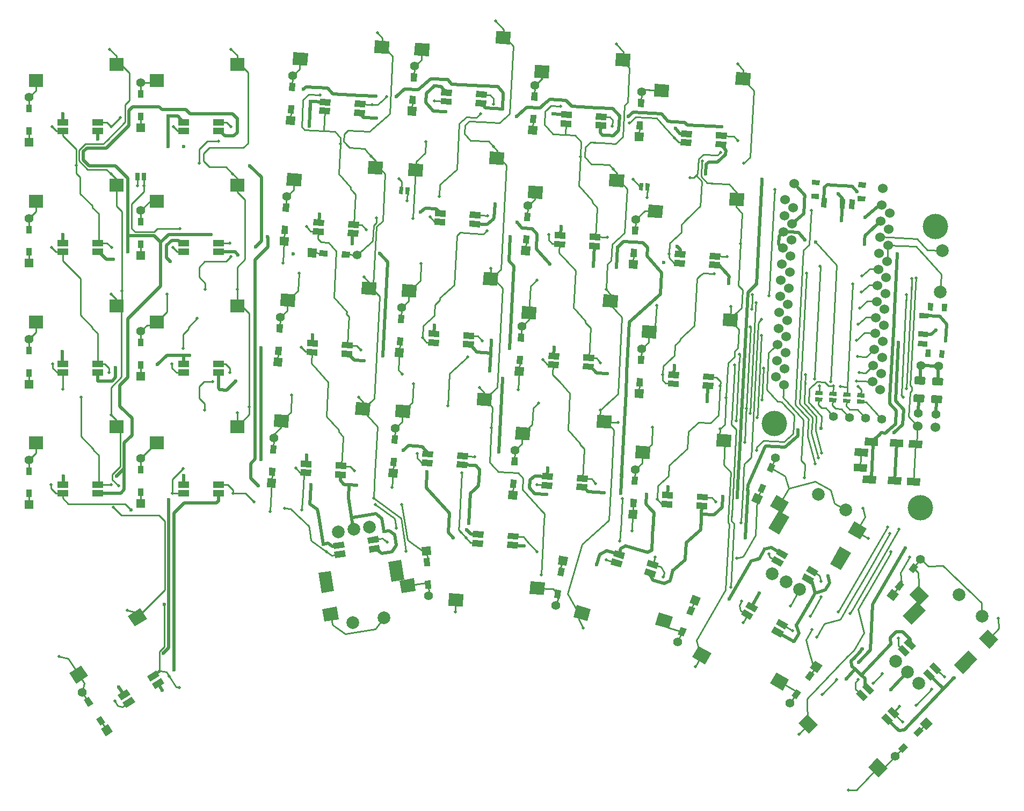
<source format=gbl>
G04 #@! TF.GenerationSoftware,KiCad,Pcbnew,(5.1.12-1-10_14)*
G04 #@! TF.CreationDate,2021-12-17T12:39:00+00:00*
G04 #@! TF.ProjectId,avalanche-hotswap,6176616c-616e-4636-9865-2d686f747377,rev?*
G04 #@! TF.SameCoordinates,Original*
G04 #@! TF.FileFunction,Copper,L2,Bot*
G04 #@! TF.FilePolarity,Positive*
%FSLAX46Y46*%
G04 Gerber Fmt 4.6, Leading zero omitted, Abs format (unit mm)*
G04 Created by KiCad (PCBNEW (5.1.12-1-10_14)) date 2021-12-17 12:39:00*
%MOMM*%
%LPD*%
G01*
G04 APERTURE LIST*
G04 #@! TA.AperFunction,SMDPad,CuDef*
%ADD10C,0.100000*%
G04 #@! TD*
G04 #@! TA.AperFunction,ComponentPad*
%ADD11C,1.397000*%
G04 #@! TD*
G04 #@! TA.AperFunction,SMDPad,CuDef*
%ADD12R,1.700000X1.000000*%
G04 #@! TD*
G04 #@! TA.AperFunction,SMDPad,CuDef*
%ADD13R,2.300000X2.000000*%
G04 #@! TD*
G04 #@! TA.AperFunction,ComponentPad*
%ADD14C,4.000000*%
G04 #@! TD*
G04 #@! TA.AperFunction,ComponentPad*
%ADD15C,1.524000*%
G04 #@! TD*
G04 #@! TA.AperFunction,ComponentPad*
%ADD16C,2.000000*%
G04 #@! TD*
G04 #@! TA.AperFunction,ComponentPad*
%ADD17C,0.100000*%
G04 #@! TD*
G04 #@! TA.AperFunction,SMDPad,CuDef*
%ADD18R,0.950000X1.300000*%
G04 #@! TD*
G04 #@! TA.AperFunction,ComponentPad*
%ADD19R,1.397000X1.397000*%
G04 #@! TD*
G04 #@! TA.AperFunction,SMDPad,CuDef*
%ADD20R,0.635000X1.143000*%
G04 #@! TD*
G04 #@! TA.AperFunction,ComponentPad*
%ADD21C,0.800000*%
G04 #@! TD*
G04 #@! TA.AperFunction,ViaPad*
%ADD22C,0.500000*%
G04 #@! TD*
G04 #@! TA.AperFunction,ViaPad*
%ADD23C,0.600000*%
G04 #@! TD*
G04 #@! TA.AperFunction,Conductor*
%ADD24C,0.500000*%
G04 #@! TD*
G04 #@! TA.AperFunction,Conductor*
%ADD25C,0.250000*%
G04 #@! TD*
G04 APERTURE END LIST*
G04 #@! TA.AperFunction,SMDPad,CuDef*
D10*
G36*
X182930027Y-38192797D02*
G01*
X182825355Y-40190056D01*
X180528507Y-40069683D01*
X180633179Y-38072424D01*
X182930027Y-38192797D01*
G37*
G04 #@! TD.AperFunction*
G04 #@! TA.AperFunction,SMDPad,CuDef*
G36*
X195745555Y-36320945D02*
G01*
X195640883Y-38318204D01*
X193344035Y-38197831D01*
X193448707Y-36200572D01*
X195745555Y-36320945D01*
G37*
G04 #@! TD.AperFunction*
G04 #@! TA.AperFunction,SMDPad,CuDef*
G36*
X122972040Y-90276207D02*
G01*
X122867368Y-92273466D01*
X120570520Y-92153093D01*
X120675192Y-90155834D01*
X122972040Y-90276207D01*
G37*
G04 #@! TD.AperFunction*
G04 #@! TA.AperFunction,SMDPad,CuDef*
G36*
X135787568Y-88404355D02*
G01*
X135682896Y-90401614D01*
X133386048Y-90281241D01*
X133490720Y-88283982D01*
X135787568Y-88404355D01*
G37*
G04 #@! TD.AperFunction*
G04 #@! TA.AperFunction,SMDPad,CuDef*
G36*
X213640538Y-88532144D02*
G01*
X212499105Y-88472324D01*
X212532338Y-87838194D01*
X213673771Y-87898014D01*
X213640538Y-88532144D01*
G37*
G04 #@! TD.AperFunction*
G04 #@! TA.AperFunction,SMDPad,CuDef*
G36*
X213692914Y-87532756D02*
G01*
X212551481Y-87472936D01*
X212584714Y-86838806D01*
X213726147Y-86898626D01*
X213692914Y-87532756D01*
G37*
G04 #@! TD.AperFunction*
G04 #@! TA.AperFunction,SMDPad,CuDef*
G36*
X211443553Y-88417005D02*
G01*
X210302120Y-88357185D01*
X210335353Y-87723055D01*
X211476786Y-87782875D01*
X211443553Y-88417005D01*
G37*
G04 #@! TD.AperFunction*
G04 #@! TA.AperFunction,SMDPad,CuDef*
G36*
X211495929Y-87417617D02*
G01*
X210354496Y-87357797D01*
X210387729Y-86723667D01*
X211529162Y-86783487D01*
X211495929Y-87417617D01*
G37*
G04 #@! TD.AperFunction*
G04 #@! TA.AperFunction,SMDPad,CuDef*
G36*
X209246568Y-88301866D02*
G01*
X208105135Y-88242046D01*
X208138368Y-87607916D01*
X209279801Y-87667736D01*
X209246568Y-88301866D01*
G37*
G04 #@! TD.AperFunction*
G04 #@! TA.AperFunction,SMDPad,CuDef*
G36*
X209298944Y-87302478D02*
G01*
X208157511Y-87242658D01*
X208190744Y-86608528D01*
X209332177Y-86668348D01*
X209298944Y-87302478D01*
G37*
G04 #@! TD.AperFunction*
G04 #@! TA.AperFunction,SMDPad,CuDef*
G36*
X207049583Y-88186726D02*
G01*
X205908150Y-88126906D01*
X205941383Y-87492776D01*
X207082816Y-87552596D01*
X207049583Y-88186726D01*
G37*
G04 #@! TD.AperFunction*
G04 #@! TA.AperFunction,SMDPad,CuDef*
G36*
X207101959Y-87187338D02*
G01*
X205960526Y-87127518D01*
X205993759Y-86493388D01*
X207135192Y-86553208D01*
X207101959Y-87187338D01*
G37*
G04 #@! TD.AperFunction*
D11*
X208797664Y-90554215D03*
X211334183Y-90687148D03*
X213870703Y-90820082D03*
X216407222Y-90953015D03*
G04 #@! TA.AperFunction,SMDPad,CuDef*
D10*
G36*
X149445883Y-97201202D02*
G01*
X149498219Y-96202573D01*
X151195889Y-96291544D01*
X151143553Y-97290173D01*
X149445883Y-97201202D01*
G37*
G04 #@! TD.AperFunction*
G04 #@! TA.AperFunction,SMDPad,CuDef*
G36*
X143953421Y-96913354D02*
G01*
X144005757Y-95914725D01*
X145703427Y-96003696D01*
X145651091Y-97002325D01*
X143953421Y-96913354D01*
G37*
G04 #@! TD.AperFunction*
G04 #@! TA.AperFunction,SMDPad,CuDef*
G36*
X149372613Y-98599284D02*
G01*
X149424949Y-97600655D01*
X151122619Y-97689626D01*
X151070283Y-98688255D01*
X149372613Y-98599284D01*
G37*
G04 #@! TD.AperFunction*
G04 #@! TA.AperFunction,SMDPad,CuDef*
G36*
X143880151Y-98311436D02*
G01*
X143932487Y-97312807D01*
X145630157Y-97401778D01*
X145577821Y-98400407D01*
X143880151Y-98311436D01*
G37*
G04 #@! TD.AperFunction*
G04 #@! TA.AperFunction,SMDPad,CuDef*
G36*
X162016808Y-73246291D02*
G01*
X161912136Y-75243550D01*
X159615288Y-75123177D01*
X159719960Y-73125918D01*
X162016808Y-73246291D01*
G37*
G04 #@! TD.AperFunction*
G04 #@! TA.AperFunction,SMDPad,CuDef*
G36*
X174832336Y-71374439D02*
G01*
X174727664Y-73371698D01*
X172430816Y-73251325D01*
X172535488Y-71254066D01*
X174832336Y-71374439D01*
G37*
G04 #@! TD.AperFunction*
D12*
X106341269Y-83605259D03*
X111841269Y-83605259D03*
X106341269Y-82205259D03*
X111841269Y-82205259D03*
G04 #@! TA.AperFunction,SMDPad,CuDef*
D10*
G36*
X204465301Y-114936465D02*
G01*
X204965301Y-114070439D01*
X206437545Y-114920439D01*
X205937545Y-115786465D01*
X204465301Y-114936465D01*
G37*
G04 #@! TD.AperFunction*
G04 #@! TA.AperFunction,SMDPad,CuDef*
G36*
X199702161Y-112186465D02*
G01*
X200202161Y-111320439D01*
X201674405Y-112170439D01*
X201174405Y-113036465D01*
X199702161Y-112186465D01*
G37*
G04 #@! TD.AperFunction*
G04 #@! TA.AperFunction,SMDPad,CuDef*
G36*
X203765301Y-116148901D02*
G01*
X204265301Y-115282875D01*
X205737545Y-116132875D01*
X205237545Y-116998901D01*
X203765301Y-116148901D01*
G37*
G04 #@! TD.AperFunction*
G04 #@! TA.AperFunction,SMDPad,CuDef*
G36*
X199002161Y-113398901D02*
G01*
X199502161Y-112532875D01*
X200974405Y-113382875D01*
X200474405Y-114248901D01*
X199002161Y-113398901D01*
G37*
G04 #@! TD.AperFunction*
G04 #@! TA.AperFunction,SMDPad,CuDef*
G36*
X135467362Y-110613743D02*
G01*
X135310928Y-109626055D01*
X136989998Y-109360117D01*
X137146432Y-110347805D01*
X135467362Y-110613743D01*
G37*
G04 #@! TD.AperFunction*
G04 #@! TA.AperFunction,SMDPad,CuDef*
G36*
X130035076Y-111474133D02*
G01*
X129878642Y-110486445D01*
X131557712Y-110220507D01*
X131714146Y-111208195D01*
X130035076Y-111474133D01*
G37*
G04 #@! TD.AperFunction*
G04 #@! TA.AperFunction,SMDPad,CuDef*
G36*
X135686370Y-111996507D02*
G01*
X135529936Y-111008819D01*
X137209006Y-110742881D01*
X137365440Y-111730569D01*
X135686370Y-111996507D01*
G37*
G04 #@! TD.AperFunction*
G04 #@! TA.AperFunction,SMDPad,CuDef*
G36*
X130254084Y-112856897D02*
G01*
X130097650Y-111869209D01*
X131776720Y-111603271D01*
X131933154Y-112590959D01*
X130254084Y-112856897D01*
G37*
G04 #@! TD.AperFunction*
G04 #@! TA.AperFunction,SMDPad,CuDef*
G36*
X189249582Y-65691191D02*
G01*
X189301918Y-64692562D01*
X190999588Y-64781533D01*
X190947252Y-65780162D01*
X189249582Y-65691191D01*
G37*
G04 #@! TD.AperFunction*
G04 #@! TA.AperFunction,SMDPad,CuDef*
G36*
X183757120Y-65403343D02*
G01*
X183809456Y-64404714D01*
X185507126Y-64493685D01*
X185454790Y-65492314D01*
X183757120Y-65403343D01*
G37*
G04 #@! TD.AperFunction*
G04 #@! TA.AperFunction,SMDPad,CuDef*
G36*
X189176312Y-67089273D02*
G01*
X189228648Y-66090644D01*
X190926318Y-66179615D01*
X190873982Y-67178244D01*
X189176312Y-67089273D01*
G37*
G04 #@! TD.AperFunction*
G04 #@! TA.AperFunction,SMDPad,CuDef*
G36*
X183683850Y-66801425D02*
G01*
X183736186Y-65802796D01*
X185433856Y-65891767D01*
X185381520Y-66890396D01*
X183683850Y-66801425D01*
G37*
G04 #@! TD.AperFunction*
G04 #@! TA.AperFunction,SMDPad,CuDef*
G36*
X101123333Y-132343238D02*
G01*
X100578693Y-131504568D01*
X102004433Y-130578682D01*
X102549073Y-131417352D01*
X101123333Y-132343238D01*
G37*
G04 #@! TD.AperFunction*
G04 #@! TA.AperFunction,SMDPad,CuDef*
G36*
X96510645Y-135338753D02*
G01*
X95966005Y-134500083D01*
X97391745Y-133574197D01*
X97936385Y-134412867D01*
X96510645Y-135338753D01*
G37*
G04 #@! TD.AperFunction*
G04 #@! TA.AperFunction,SMDPad,CuDef*
G36*
X101885827Y-133517377D02*
G01*
X101341187Y-132678707D01*
X102766927Y-131752821D01*
X103311567Y-132591491D01*
X101885827Y-133517377D01*
G37*
G04 #@! TD.AperFunction*
G04 #@! TA.AperFunction,SMDPad,CuDef*
G36*
X97273139Y-136512892D02*
G01*
X96728499Y-135674222D01*
X98154239Y-134748336D01*
X98698879Y-135587006D01*
X97273139Y-136512892D01*
G37*
G04 #@! TD.AperFunction*
D12*
X87291279Y-102655249D03*
X92791279Y-102655249D03*
X87291279Y-101255249D03*
X92791279Y-101255249D03*
X87291265Y-83605254D03*
X92791265Y-83605254D03*
X87291265Y-82205254D03*
X92791265Y-82205254D03*
X87291244Y-64555245D03*
X92791244Y-64555245D03*
X87291244Y-63155245D03*
X92791244Y-63155245D03*
X87291291Y-45505255D03*
X92791291Y-45505255D03*
X87291291Y-44105255D03*
X92791291Y-44105255D03*
X106341266Y-45505254D03*
X111841266Y-45505254D03*
X106341266Y-44105254D03*
X111841266Y-44105254D03*
X106341269Y-64555231D03*
X111841269Y-64555231D03*
X106341269Y-63155231D03*
X111841269Y-63155231D03*
X106341286Y-102655273D03*
X111841286Y-102655273D03*
X106341286Y-101255273D03*
X111841286Y-101255273D03*
G04 #@! TA.AperFunction,SMDPad,CuDef*
D10*
G36*
X130288547Y-98750755D02*
G01*
X130340883Y-97752126D01*
X132038553Y-97841097D01*
X131986217Y-98839726D01*
X130288547Y-98750755D01*
G37*
G04 #@! TD.AperFunction*
G04 #@! TA.AperFunction,SMDPad,CuDef*
G36*
X124796085Y-98462907D02*
G01*
X124848421Y-97464278D01*
X126546091Y-97553249D01*
X126493755Y-98551878D01*
X124796085Y-98462907D01*
G37*
G04 #@! TD.AperFunction*
G04 #@! TA.AperFunction,SMDPad,CuDef*
G36*
X130215277Y-100148837D02*
G01*
X130267613Y-99150208D01*
X131965283Y-99239179D01*
X131912947Y-100237808D01*
X130215277Y-100148837D01*
G37*
G04 #@! TD.AperFunction*
G04 #@! TA.AperFunction,SMDPad,CuDef*
G36*
X124722815Y-99860989D02*
G01*
X124775151Y-98862360D01*
X126472821Y-98951331D01*
X126420485Y-99949960D01*
X124722815Y-99860989D01*
G37*
G04 #@! TD.AperFunction*
G04 #@! TA.AperFunction,SMDPad,CuDef*
G36*
X131285537Y-79726848D02*
G01*
X131337873Y-78728219D01*
X133035543Y-78817190D01*
X132983207Y-79815819D01*
X131285537Y-79726848D01*
G37*
G04 #@! TD.AperFunction*
G04 #@! TA.AperFunction,SMDPad,CuDef*
G36*
X125793075Y-79439000D02*
G01*
X125845411Y-78440371D01*
X127543081Y-78529342D01*
X127490745Y-79527971D01*
X125793075Y-79439000D01*
G37*
G04 #@! TD.AperFunction*
G04 #@! TA.AperFunction,SMDPad,CuDef*
G36*
X131212267Y-81124930D02*
G01*
X131264603Y-80126301D01*
X132962273Y-80215272D01*
X132909937Y-81213901D01*
X131212267Y-81124930D01*
G37*
G04 #@! TD.AperFunction*
G04 #@! TA.AperFunction,SMDPad,CuDef*
G36*
X125719805Y-80837082D02*
G01*
X125772141Y-79838453D01*
X127469811Y-79927424D01*
X127417475Y-80926053D01*
X125719805Y-80837082D01*
G37*
G04 #@! TD.AperFunction*
G04 #@! TA.AperFunction,SMDPad,CuDef*
G36*
X132282548Y-60702924D02*
G01*
X132334884Y-59704295D01*
X134032554Y-59793266D01*
X133980218Y-60791895D01*
X132282548Y-60702924D01*
G37*
G04 #@! TD.AperFunction*
G04 #@! TA.AperFunction,SMDPad,CuDef*
G36*
X126790086Y-60415076D02*
G01*
X126842422Y-59416447D01*
X128540092Y-59505418D01*
X128487756Y-60504047D01*
X126790086Y-60415076D01*
G37*
G04 #@! TD.AperFunction*
G04 #@! TA.AperFunction,SMDPad,CuDef*
G36*
X132209278Y-62101006D02*
G01*
X132261614Y-61102377D01*
X133959284Y-61191348D01*
X133906948Y-62189977D01*
X132209278Y-62101006D01*
G37*
G04 #@! TD.AperFunction*
G04 #@! TA.AperFunction,SMDPad,CuDef*
G36*
X126716816Y-61813158D02*
G01*
X126769152Y-60814529D01*
X128466822Y-60903500D01*
X128414486Y-61902129D01*
X126716816Y-61813158D01*
G37*
G04 #@! TD.AperFunction*
G04 #@! TA.AperFunction,SMDPad,CuDef*
G36*
X133279555Y-41679068D02*
G01*
X133331891Y-40680439D01*
X135029561Y-40769410D01*
X134977225Y-41768039D01*
X133279555Y-41679068D01*
G37*
G04 #@! TD.AperFunction*
G04 #@! TA.AperFunction,SMDPad,CuDef*
G36*
X127787093Y-41391220D02*
G01*
X127839429Y-40392591D01*
X129537099Y-40481562D01*
X129484763Y-41480191D01*
X127787093Y-41391220D01*
G37*
G04 #@! TD.AperFunction*
G04 #@! TA.AperFunction,SMDPad,CuDef*
G36*
X133206285Y-43077150D02*
G01*
X133258621Y-42078521D01*
X134956291Y-42167492D01*
X134903955Y-43166121D01*
X133206285Y-43077150D01*
G37*
G04 #@! TD.AperFunction*
G04 #@! TA.AperFunction,SMDPad,CuDef*
G36*
X127713823Y-42789302D02*
G01*
X127766159Y-41790673D01*
X129463829Y-41879644D01*
X129411493Y-42878273D01*
X127713823Y-42789302D01*
G37*
G04 #@! TD.AperFunction*
G04 #@! TA.AperFunction,SMDPad,CuDef*
G36*
X152434291Y-40179493D02*
G01*
X152486627Y-39180864D01*
X154184297Y-39269835D01*
X154131961Y-40268464D01*
X152434291Y-40179493D01*
G37*
G04 #@! TD.AperFunction*
G04 #@! TA.AperFunction,SMDPad,CuDef*
G36*
X146941829Y-39891645D02*
G01*
X146994165Y-38893016D01*
X148691835Y-38981987D01*
X148639499Y-39980616D01*
X146941829Y-39891645D01*
G37*
G04 #@! TD.AperFunction*
G04 #@! TA.AperFunction,SMDPad,CuDef*
G36*
X152361021Y-41577575D02*
G01*
X152413357Y-40578946D01*
X154111027Y-40667917D01*
X154058691Y-41666546D01*
X152361021Y-41577575D01*
G37*
G04 #@! TD.AperFunction*
G04 #@! TA.AperFunction,SMDPad,CuDef*
G36*
X146868559Y-41289727D02*
G01*
X146920895Y-40291098D01*
X148618565Y-40380069D01*
X148566229Y-41378698D01*
X146868559Y-41289727D01*
G37*
G04 #@! TD.AperFunction*
G04 #@! TA.AperFunction,SMDPad,CuDef*
G36*
X151437254Y-59203379D02*
G01*
X151489590Y-58204750D01*
X153187260Y-58293721D01*
X153134924Y-59292350D01*
X151437254Y-59203379D01*
G37*
G04 #@! TD.AperFunction*
G04 #@! TA.AperFunction,SMDPad,CuDef*
G36*
X145944792Y-58915531D02*
G01*
X145997128Y-57916902D01*
X147694798Y-58005873D01*
X147642462Y-59004502D01*
X145944792Y-58915531D01*
G37*
G04 #@! TD.AperFunction*
G04 #@! TA.AperFunction,SMDPad,CuDef*
G36*
X151363984Y-60601461D02*
G01*
X151416320Y-59602832D01*
X153113990Y-59691803D01*
X153061654Y-60690432D01*
X151363984Y-60601461D01*
G37*
G04 #@! TD.AperFunction*
G04 #@! TA.AperFunction,SMDPad,CuDef*
G36*
X145871522Y-60313613D02*
G01*
X145923858Y-59314984D01*
X147621528Y-59403955D01*
X147569192Y-60402584D01*
X145871522Y-60313613D01*
G37*
G04 #@! TD.AperFunction*
G04 #@! TA.AperFunction,SMDPad,CuDef*
G36*
X150440282Y-78227270D02*
G01*
X150492618Y-77228641D01*
X152190288Y-77317612D01*
X152137952Y-78316241D01*
X150440282Y-78227270D01*
G37*
G04 #@! TD.AperFunction*
G04 #@! TA.AperFunction,SMDPad,CuDef*
G36*
X144947820Y-77939422D02*
G01*
X145000156Y-76940793D01*
X146697826Y-77029764D01*
X146645490Y-78028393D01*
X144947820Y-77939422D01*
G37*
G04 #@! TD.AperFunction*
G04 #@! TA.AperFunction,SMDPad,CuDef*
G36*
X150367012Y-79625352D02*
G01*
X150419348Y-78626723D01*
X152117018Y-78715694D01*
X152064682Y-79714323D01*
X150367012Y-79625352D01*
G37*
G04 #@! TD.AperFunction*
G04 #@! TA.AperFunction,SMDPad,CuDef*
G36*
X144874550Y-79337504D02*
G01*
X144926886Y-78338875D01*
X146624556Y-78427846D01*
X146572220Y-79426475D01*
X144874550Y-79337504D01*
G37*
G04 #@! TD.AperFunction*
G04 #@! TA.AperFunction,SMDPad,CuDef*
G36*
X157414158Y-109869893D02*
G01*
X157466494Y-108871264D01*
X159164164Y-108960235D01*
X159111828Y-109958864D01*
X157414158Y-109869893D01*
G37*
G04 #@! TD.AperFunction*
G04 #@! TA.AperFunction,SMDPad,CuDef*
G36*
X151921696Y-109582045D02*
G01*
X151974032Y-108583416D01*
X153671702Y-108672387D01*
X153619366Y-109671016D01*
X151921696Y-109582045D01*
G37*
G04 #@! TD.AperFunction*
G04 #@! TA.AperFunction,SMDPad,CuDef*
G36*
X157340888Y-111267975D02*
G01*
X157393224Y-110269346D01*
X159090894Y-110358317D01*
X159038558Y-111356946D01*
X157340888Y-111267975D01*
G37*
G04 #@! TD.AperFunction*
G04 #@! TA.AperFunction,SMDPad,CuDef*
G36*
X151848426Y-110980127D02*
G01*
X151900762Y-109981498D01*
X153598432Y-110070469D01*
X153546096Y-111069098D01*
X151848426Y-110980127D01*
G37*
G04 #@! TD.AperFunction*
G04 #@! TA.AperFunction,SMDPad,CuDef*
G36*
X179345834Y-114098903D02*
G01*
X179629849Y-113140083D01*
X181259842Y-113622909D01*
X180975827Y-114581729D01*
X179345834Y-114098903D01*
G37*
G04 #@! TD.AperFunction*
G04 #@! TA.AperFunction,SMDPad,CuDef*
G36*
X174072325Y-112536819D02*
G01*
X174356340Y-111577999D01*
X175986333Y-112060825D01*
X175702318Y-113019645D01*
X174072325Y-112536819D01*
G37*
G04 #@! TD.AperFunction*
G04 #@! TA.AperFunction,SMDPad,CuDef*
G36*
X178948213Y-115441251D02*
G01*
X179232228Y-114482431D01*
X180862221Y-114965257D01*
X180578206Y-115924077D01*
X178948213Y-115441251D01*
G37*
G04 #@! TD.AperFunction*
G04 #@! TA.AperFunction,SMDPad,CuDef*
G36*
X173674704Y-113879167D02*
G01*
X173958719Y-112920347D01*
X175588712Y-113403173D01*
X175304697Y-114361993D01*
X173674704Y-113879167D01*
G37*
G04 #@! TD.AperFunction*
G04 #@! TA.AperFunction,SMDPad,CuDef*
G36*
X168336368Y-100744717D02*
G01*
X168388704Y-99746088D01*
X170086374Y-99835059D01*
X170034038Y-100833688D01*
X168336368Y-100744717D01*
G37*
G04 #@! TD.AperFunction*
G04 #@! TA.AperFunction,SMDPad,CuDef*
G36*
X162843906Y-100456869D02*
G01*
X162896242Y-99458240D01*
X164593912Y-99547211D01*
X164541576Y-100545840D01*
X162843906Y-100456869D01*
G37*
G04 #@! TD.AperFunction*
G04 #@! TA.AperFunction,SMDPad,CuDef*
G36*
X168263098Y-102142799D02*
G01*
X168315434Y-101144170D01*
X170013104Y-101233141D01*
X169960768Y-102231770D01*
X168263098Y-102142799D01*
G37*
G04 #@! TD.AperFunction*
G04 #@! TA.AperFunction,SMDPad,CuDef*
G36*
X162770636Y-101854951D02*
G01*
X162822972Y-100856322D01*
X164520642Y-100945293D01*
X164468306Y-101943922D01*
X162770636Y-101854951D01*
G37*
G04 #@! TD.AperFunction*
G04 #@! TA.AperFunction,SMDPad,CuDef*
G36*
X169333349Y-81720826D02*
G01*
X169385685Y-80722197D01*
X171083355Y-80811168D01*
X171031019Y-81809797D01*
X169333349Y-81720826D01*
G37*
G04 #@! TD.AperFunction*
G04 #@! TA.AperFunction,SMDPad,CuDef*
G36*
X163840887Y-81432978D02*
G01*
X163893223Y-80434349D01*
X165590893Y-80523320D01*
X165538557Y-81521949D01*
X163840887Y-81432978D01*
G37*
G04 #@! TD.AperFunction*
G04 #@! TA.AperFunction,SMDPad,CuDef*
G36*
X169260079Y-83118908D02*
G01*
X169312415Y-82120279D01*
X171010085Y-82209250D01*
X170957749Y-83207879D01*
X169260079Y-83118908D01*
G37*
G04 #@! TD.AperFunction*
G04 #@! TA.AperFunction,SMDPad,CuDef*
G36*
X163767617Y-82831060D02*
G01*
X163819953Y-81832431D01*
X165517623Y-81921402D01*
X165465287Y-82920031D01*
X163767617Y-82831060D01*
G37*
G04 #@! TD.AperFunction*
G04 #@! TA.AperFunction,SMDPad,CuDef*
G36*
X170330329Y-62696954D02*
G01*
X170382665Y-61698325D01*
X172080335Y-61787296D01*
X172027999Y-62785925D01*
X170330329Y-62696954D01*
G37*
G04 #@! TD.AperFunction*
G04 #@! TA.AperFunction,SMDPad,CuDef*
G36*
X164837867Y-62409106D02*
G01*
X164890203Y-61410477D01*
X166587873Y-61499448D01*
X166535537Y-62498077D01*
X164837867Y-62409106D01*
G37*
G04 #@! TD.AperFunction*
G04 #@! TA.AperFunction,SMDPad,CuDef*
G36*
X170257059Y-64095036D02*
G01*
X170309395Y-63096407D01*
X172007065Y-63185378D01*
X171954729Y-64184007D01*
X170257059Y-64095036D01*
G37*
G04 #@! TD.AperFunction*
G04 #@! TA.AperFunction,SMDPad,CuDef*
G36*
X164764597Y-63807188D02*
G01*
X164816933Y-62808559D01*
X166514603Y-62897530D01*
X166462267Y-63896159D01*
X164764597Y-63807188D01*
G37*
G04 #@! TD.AperFunction*
G04 #@! TA.AperFunction,SMDPad,CuDef*
G36*
X171327334Y-43673049D02*
G01*
X171379670Y-42674420D01*
X173077340Y-42763391D01*
X173025004Y-43762020D01*
X171327334Y-43673049D01*
G37*
G04 #@! TD.AperFunction*
G04 #@! TA.AperFunction,SMDPad,CuDef*
G36*
X165834872Y-43385201D02*
G01*
X165887208Y-42386572D01*
X167584878Y-42475543D01*
X167532542Y-43474172D01*
X165834872Y-43385201D01*
G37*
G04 #@! TD.AperFunction*
G04 #@! TA.AperFunction,SMDPad,CuDef*
G36*
X171254064Y-45071131D02*
G01*
X171306400Y-44072502D01*
X173004070Y-44161473D01*
X172951734Y-45160102D01*
X171254064Y-45071131D01*
G37*
G04 #@! TD.AperFunction*
G04 #@! TA.AperFunction,SMDPad,CuDef*
G36*
X165761602Y-44783283D02*
G01*
X165813938Y-43784654D01*
X167511608Y-43873625D01*
X167459272Y-44872254D01*
X165761602Y-44783283D01*
G37*
G04 #@! TD.AperFunction*
G04 #@! TA.AperFunction,SMDPad,CuDef*
G36*
X190246567Y-46667319D02*
G01*
X190298903Y-45668690D01*
X191996573Y-45757661D01*
X191944237Y-46756290D01*
X190246567Y-46667319D01*
G37*
G04 #@! TD.AperFunction*
G04 #@! TA.AperFunction,SMDPad,CuDef*
G36*
X184754105Y-46379471D02*
G01*
X184806441Y-45380842D01*
X186504111Y-45469813D01*
X186451775Y-46468442D01*
X184754105Y-46379471D01*
G37*
G04 #@! TD.AperFunction*
G04 #@! TA.AperFunction,SMDPad,CuDef*
G36*
X190173297Y-48065401D02*
G01*
X190225633Y-47066772D01*
X191923303Y-47155743D01*
X191870967Y-48154372D01*
X190173297Y-48065401D01*
G37*
G04 #@! TD.AperFunction*
G04 #@! TA.AperFunction,SMDPad,CuDef*
G36*
X184680835Y-47777553D02*
G01*
X184733171Y-46778924D01*
X186430841Y-46867895D01*
X186378505Y-47866524D01*
X184680835Y-47777553D01*
G37*
G04 #@! TD.AperFunction*
G04 #@! TA.AperFunction,SMDPad,CuDef*
G36*
X188252566Y-84715085D02*
G01*
X188304902Y-83716456D01*
X190002572Y-83805427D01*
X189950236Y-84804056D01*
X188252566Y-84715085D01*
G37*
G04 #@! TD.AperFunction*
G04 #@! TA.AperFunction,SMDPad,CuDef*
G36*
X182760104Y-84427237D02*
G01*
X182812440Y-83428608D01*
X184510110Y-83517579D01*
X184457774Y-84516208D01*
X182760104Y-84427237D01*
G37*
G04 #@! TD.AperFunction*
G04 #@! TA.AperFunction,SMDPad,CuDef*
G36*
X188179296Y-86113167D02*
G01*
X188231632Y-85114538D01*
X189929302Y-85203509D01*
X189876966Y-86202138D01*
X188179296Y-86113167D01*
G37*
G04 #@! TD.AperFunction*
G04 #@! TA.AperFunction,SMDPad,CuDef*
G36*
X182686834Y-85825319D02*
G01*
X182739170Y-84826690D01*
X184436840Y-84915661D01*
X184384504Y-85914290D01*
X182686834Y-85825319D01*
G37*
G04 #@! TD.AperFunction*
G04 #@! TA.AperFunction,SMDPad,CuDef*
G36*
X223878222Y-130010702D02*
G01*
X224566577Y-129285327D01*
X225799714Y-130455530D01*
X225111359Y-131180905D01*
X223878222Y-130010702D01*
G37*
G04 #@! TD.AperFunction*
G04 #@! TA.AperFunction,SMDPad,CuDef*
G36*
X219888663Y-126224752D02*
G01*
X220577018Y-125499377D01*
X221810155Y-126669580D01*
X221121800Y-127394955D01*
X219888663Y-126224752D01*
G37*
G04 #@! TD.AperFunction*
G04 #@! TA.AperFunction,SMDPad,CuDef*
G36*
X222914525Y-131026226D02*
G01*
X223602880Y-130300851D01*
X224836017Y-131471054D01*
X224147662Y-132196429D01*
X222914525Y-131026226D01*
G37*
G04 #@! TD.AperFunction*
G04 #@! TA.AperFunction,SMDPad,CuDef*
G36*
X218924966Y-127240276D02*
G01*
X219613321Y-126514901D01*
X220846458Y-127685104D01*
X220158103Y-128410479D01*
X218924966Y-127240276D01*
G37*
G04 #@! TD.AperFunction*
G04 #@! TA.AperFunction,SMDPad,CuDef*
G36*
X199702814Y-123327003D02*
G01*
X200202814Y-122460977D01*
X201675058Y-123310977D01*
X201175058Y-124177003D01*
X199702814Y-123327003D01*
G37*
G04 #@! TD.AperFunction*
G04 #@! TA.AperFunction,SMDPad,CuDef*
G36*
X194939674Y-120577003D02*
G01*
X195439674Y-119710977D01*
X196911918Y-120560977D01*
X196411918Y-121427003D01*
X194939674Y-120577003D01*
G37*
G04 #@! TD.AperFunction*
G04 #@! TA.AperFunction,SMDPad,CuDef*
G36*
X199002814Y-124539439D02*
G01*
X199502814Y-123673413D01*
X200975058Y-124523413D01*
X200475058Y-125389439D01*
X199002814Y-124539439D01*
G37*
G04 #@! TD.AperFunction*
G04 #@! TA.AperFunction,SMDPad,CuDef*
G36*
X194239674Y-121789439D02*
G01*
X194739674Y-120923413D01*
X196211918Y-121773413D01*
X195711918Y-122639439D01*
X194239674Y-121789439D01*
G37*
G04 #@! TD.AperFunction*
G04 #@! TA.AperFunction,SMDPad,CuDef*
G36*
X217276161Y-137024001D02*
G01*
X217964516Y-136298626D01*
X219197653Y-137468829D01*
X218509298Y-138194204D01*
X217276161Y-137024001D01*
G37*
G04 #@! TD.AperFunction*
G04 #@! TA.AperFunction,SMDPad,CuDef*
G36*
X213286602Y-133238051D02*
G01*
X213974957Y-132512676D01*
X215208094Y-133682879D01*
X214519739Y-134408254D01*
X213286602Y-133238051D01*
G37*
G04 #@! TD.AperFunction*
G04 #@! TA.AperFunction,SMDPad,CuDef*
G36*
X216312464Y-138039525D02*
G01*
X217000819Y-137314150D01*
X218233956Y-138484353D01*
X217545601Y-139209728D01*
X216312464Y-138039525D01*
G37*
G04 #@! TD.AperFunction*
G04 #@! TA.AperFunction,SMDPad,CuDef*
G36*
X212322905Y-134253575D02*
G01*
X213011260Y-133528200D01*
X214244397Y-134698403D01*
X213556042Y-135423778D01*
X212322905Y-134253575D01*
G37*
G04 #@! TD.AperFunction*
G04 #@! TA.AperFunction,SMDPad,CuDef*
G36*
X187258189Y-103689065D02*
G01*
X187310525Y-102690436D01*
X189008195Y-102779407D01*
X188955859Y-103778036D01*
X187258189Y-103689065D01*
G37*
G04 #@! TD.AperFunction*
G04 #@! TA.AperFunction,SMDPad,CuDef*
G36*
X181765727Y-103401217D02*
G01*
X181818063Y-102402588D01*
X183515733Y-102491559D01*
X183463397Y-103490188D01*
X181765727Y-103401217D01*
G37*
G04 #@! TD.AperFunction*
G04 #@! TA.AperFunction,SMDPad,CuDef*
G36*
X187184919Y-105087147D02*
G01*
X187237255Y-104088518D01*
X188934925Y-104177489D01*
X188882589Y-105176118D01*
X187184919Y-105087147D01*
G37*
G04 #@! TD.AperFunction*
G04 #@! TA.AperFunction,SMDPad,CuDef*
G36*
X181692457Y-104799299D02*
G01*
X181744793Y-103800670D01*
X183442463Y-103889641D01*
X183390127Y-104888270D01*
X181692457Y-104799299D01*
G37*
G04 #@! TD.AperFunction*
G04 #@! TA.AperFunction,SMDPad,CuDef*
G36*
X161019824Y-92270195D02*
G01*
X160915152Y-94267454D01*
X158618304Y-94147081D01*
X158722976Y-92149822D01*
X161019824Y-92270195D01*
G37*
G04 #@! TD.AperFunction*
G04 #@! TA.AperFunction,SMDPad,CuDef*
G36*
X173835352Y-90398343D02*
G01*
X173730680Y-92395602D01*
X171433832Y-92275229D01*
X171538504Y-90277970D01*
X173835352Y-90398343D01*
G37*
G04 #@! TD.AperFunction*
D13*
X114791260Y-34985231D03*
X102091260Y-37525231D03*
D14*
X224893643Y-60595564D03*
D15*
X202641517Y-53821071D03*
X216563599Y-54550680D03*
X224872597Y-92199910D03*
X222076406Y-92053350D03*
G04 #@! TA.AperFunction,SMDPad,CuDef*
D10*
G36*
X226667699Y-73966089D02*
G01*
X225868796Y-73924220D01*
X225931599Y-72725865D01*
X226730502Y-72767734D01*
X226667699Y-73966089D01*
G37*
G04 #@! TD.AperFunction*
G04 #@! TA.AperFunction,SMDPad,CuDef*
G36*
X224470714Y-73850950D02*
G01*
X223671811Y-73809081D01*
X223734614Y-72610726D01*
X224533517Y-72652595D01*
X224470714Y-73850950D01*
G37*
G04 #@! TD.AperFunction*
G04 #@! TA.AperFunction,SMDPad,CuDef*
G36*
X226284600Y-81276057D02*
G01*
X225485697Y-81234188D01*
X225548500Y-80035833D01*
X226347403Y-80077702D01*
X226284600Y-81276057D01*
G37*
G04 #@! TD.AperFunction*
G04 #@! TA.AperFunction,SMDPad,CuDef*
G36*
X224087615Y-81160918D02*
G01*
X223288712Y-81119049D01*
X223351515Y-79920694D01*
X224150418Y-79962563D01*
X224087615Y-81160918D01*
G37*
G04 #@! TD.AperFunction*
G04 #@! TA.AperFunction,SMDPad,CuDef*
G36*
X223825566Y-75078869D02*
G01*
X222327621Y-75000365D01*
X222369490Y-74201461D01*
X223867435Y-74279965D01*
X223825566Y-75078869D01*
G37*
G04 #@! TD.AperFunction*
G04 #@! TA.AperFunction,SMDPad,CuDef*
G36*
X223673792Y-77974894D02*
G01*
X222175847Y-77896390D01*
X222217716Y-77097486D01*
X223715661Y-77175990D01*
X223673792Y-77974894D01*
G37*
G04 #@! TD.AperFunction*
G04 #@! TA.AperFunction,SMDPad,CuDef*
G36*
X223594241Y-79492811D02*
G01*
X222096296Y-79414307D01*
X222138165Y-78615403D01*
X223636110Y-78693907D01*
X223594241Y-79492811D01*
G37*
G04 #@! TD.AperFunction*
G04 #@! TA.AperFunction,SMDPad,CuDef*
G36*
X206644993Y-53239773D02*
G01*
X206603124Y-54038676D01*
X205404769Y-53975873D01*
X205446638Y-53176970D01*
X206644993Y-53239773D01*
G37*
G04 #@! TD.AperFunction*
G04 #@! TA.AperFunction,SMDPad,CuDef*
G36*
X206529854Y-55436758D02*
G01*
X206487985Y-56235661D01*
X205289630Y-56172858D01*
X205331499Y-55373955D01*
X206529854Y-55436758D01*
G37*
G04 #@! TD.AperFunction*
G04 #@! TA.AperFunction,SMDPad,CuDef*
G36*
X213954961Y-53622872D02*
G01*
X213913092Y-54421775D01*
X212714737Y-54358972D01*
X212756606Y-53560069D01*
X213954961Y-53622872D01*
G37*
G04 #@! TD.AperFunction*
G04 #@! TA.AperFunction,SMDPad,CuDef*
G36*
X213839822Y-55819857D02*
G01*
X213797953Y-56618760D01*
X212599598Y-56555957D01*
X212641467Y-55757054D01*
X213839822Y-55819857D01*
G37*
G04 #@! TD.AperFunction*
G04 #@! TA.AperFunction,SMDPad,CuDef*
G36*
X207757773Y-56081906D02*
G01*
X207679269Y-57579851D01*
X206880365Y-57537982D01*
X206958869Y-56040037D01*
X207757773Y-56081906D01*
G37*
G04 #@! TD.AperFunction*
G04 #@! TA.AperFunction,SMDPad,CuDef*
G36*
X210653798Y-56233680D02*
G01*
X210575294Y-57731625D01*
X209776390Y-57689756D01*
X209854894Y-56191811D01*
X210653798Y-56233680D01*
G37*
G04 #@! TD.AperFunction*
G04 #@! TA.AperFunction,SMDPad,CuDef*
G36*
X212171715Y-56313231D02*
G01*
X212093211Y-57811176D01*
X211294307Y-57769307D01*
X211372811Y-56271362D01*
X212171715Y-56313231D01*
G37*
G04 #@! TD.AperFunction*
G04 #@! TA.AperFunction,SMDPad,CuDef*
G36*
X179939028Y-95264474D02*
G01*
X179834356Y-97261733D01*
X177537508Y-97141360D01*
X177642180Y-95144101D01*
X179939028Y-95264474D01*
G37*
G04 #@! TD.AperFunction*
G04 #@! TA.AperFunction,SMDPad,CuDef*
G36*
X192754556Y-93392622D02*
G01*
X192649884Y-95389881D01*
X190353036Y-95269508D01*
X190457708Y-93272249D01*
X192754556Y-93392622D01*
G37*
G04 #@! TD.AperFunction*
G04 #@! TA.AperFunction,SMDPad,CuDef*
G36*
X154942689Y-86897294D02*
G01*
X154838017Y-88894553D01*
X152541169Y-88774180D01*
X152645841Y-86776921D01*
X154942689Y-86897294D01*
G37*
G04 #@! TD.AperFunction*
G04 #@! TA.AperFunction,SMDPad,CuDef*
G36*
X142127161Y-88769146D02*
G01*
X142022489Y-90766405D01*
X139725641Y-90646032D01*
X139830313Y-88648773D01*
X142127161Y-88769146D01*
G37*
G04 #@! TD.AperFunction*
G04 #@! TA.AperFunction,SMDPad,CuDef*
G36*
X214275487Y-145868158D02*
G01*
X215652196Y-144417409D01*
X217320557Y-146000624D01*
X215943848Y-147451373D01*
X214275487Y-145868158D01*
G37*
G04 #@! TD.AperFunction*
G04 #@! TA.AperFunction,SMDPad,CuDef*
G36*
X203314812Y-138968506D02*
G01*
X204691521Y-137517757D01*
X206359882Y-139100972D01*
X204983173Y-140551721D01*
X203314812Y-138968506D01*
G37*
G04 #@! TD.AperFunction*
G04 #@! TA.AperFunction,SMDPad,CuDef*
G36*
X160906433Y-118534374D02*
G01*
X161011105Y-116537115D01*
X163307953Y-116657488D01*
X163203281Y-118654747D01*
X160906433Y-118534374D01*
G37*
G04 #@! TD.AperFunction*
G04 #@! TA.AperFunction,SMDPad,CuDef*
G36*
X148090905Y-120406226D02*
G01*
X148195577Y-118408967D01*
X150492425Y-118529340D01*
X150387753Y-120526599D01*
X148090905Y-120406226D01*
G37*
G04 #@! TD.AperFunction*
G04 #@! TA.AperFunction,SMDPad,CuDef*
G36*
X223830340Y-118802401D02*
G01*
X222453631Y-120253150D01*
X220785270Y-118669935D01*
X222161979Y-117219186D01*
X223830340Y-118802401D01*
G37*
G04 #@! TD.AperFunction*
G04 #@! TA.AperFunction,SMDPad,CuDef*
G36*
X234791015Y-125702053D02*
G01*
X233414306Y-127152802D01*
X231745945Y-125569587D01*
X233122654Y-124118838D01*
X234791015Y-125702053D01*
G37*
G04 #@! TD.AperFunction*
D16*
X232241389Y-122069382D03*
X228614517Y-118627609D03*
G04 #@! TA.AperFunction,ComponentPad*
D17*
G36*
X229295574Y-131129856D02*
G01*
X227844825Y-129753146D01*
X230047560Y-127431948D01*
X231498309Y-128808658D01*
X229295574Y-131129856D01*
G37*
G04 #@! TD.AperFunction*
G04 #@! TA.AperFunction,ComponentPad*
G36*
X221171382Y-123420284D02*
G01*
X219720633Y-122043574D01*
X221923368Y-119722376D01*
X223374117Y-121099086D01*
X221171382Y-123420284D01*
G37*
G04 #@! TD.AperFunction*
D16*
X222260248Y-132587310D03*
X220446812Y-130866424D03*
X218633376Y-129145537D03*
D11*
X222487457Y-113018445D03*
G04 #@! TA.AperFunction,ComponentPad*
D17*
G36*
X218294188Y-119630630D02*
G01*
X217185874Y-118780190D01*
X218036314Y-117671876D01*
X219144628Y-118522316D01*
X218294188Y-119630630D01*
G37*
G04 #@! TD.AperFunction*
G04 #@! TA.AperFunction,SMDPad,CuDef*
D10*
G36*
X219226950Y-118047892D02*
G01*
X218473264Y-117469569D01*
X219264654Y-116438210D01*
X220018340Y-117016533D01*
X219226950Y-118047892D01*
G37*
G04 #@! TD.AperFunction*
G04 #@! TA.AperFunction,SMDPad,CuDef*
G36*
X221388054Y-115231488D02*
G01*
X220634368Y-114653165D01*
X221425758Y-113621806D01*
X222179444Y-114200129D01*
X221388054Y-115231488D01*
G37*
G04 #@! TD.AperFunction*
G04 #@! TA.AperFunction,SMDPad,CuDef*
G36*
X140697567Y-118376124D02*
G01*
X140384698Y-116400747D01*
X142656381Y-116040948D01*
X142969250Y-118016325D01*
X140697567Y-118376124D01*
G37*
G04 #@! TD.AperFunction*
G04 #@! TA.AperFunction,SMDPad,CuDef*
G36*
X128551269Y-122871570D02*
G01*
X128238400Y-120896193D01*
X130510083Y-120536394D01*
X130822952Y-122511771D01*
X128551269Y-122871570D01*
G37*
G04 #@! TD.AperFunction*
G04 #@! TA.AperFunction,SMDPad,CuDef*
G36*
X144387285Y-116427046D02*
G01*
X145335983Y-116377327D01*
X145404019Y-117675546D01*
X144455321Y-117725265D01*
X144387285Y-116427046D01*
G37*
G04 #@! TD.AperFunction*
G04 #@! TA.AperFunction,SMDPad,CuDef*
G36*
X144201493Y-112881912D02*
G01*
X145150191Y-112832193D01*
X145218227Y-114130412D01*
X144269529Y-114180131D01*
X144201493Y-112881912D01*
G37*
G04 #@! TD.AperFunction*
G04 #@! TA.AperFunction,ComponentPad*
D17*
G36*
X143882864Y-111072608D02*
G01*
X145277949Y-110999495D01*
X145351062Y-112394580D01*
X143955977Y-112467693D01*
X143882864Y-111072608D01*
G37*
G04 #@! TD.AperFunction*
D11*
X144988549Y-118823864D03*
G04 #@! TA.AperFunction,SMDPad,CuDef*
D10*
G36*
X198820383Y-132613735D02*
G01*
X199820383Y-130881685D01*
X201812241Y-132031685D01*
X200812241Y-133763735D01*
X198820383Y-132613735D01*
G37*
G04 #@! TD.AperFunction*
G04 #@! TA.AperFunction,SMDPad,CuDef*
G36*
X186551860Y-128463439D02*
G01*
X187551860Y-126731389D01*
X189543718Y-127881389D01*
X188543718Y-129613439D01*
X186551860Y-128463439D01*
G37*
G04 #@! TD.AperFunction*
G04 #@! TA.AperFunction,SMDPad,CuDef*
G36*
X180695924Y-123342985D02*
G01*
X181263955Y-121425346D01*
X183469240Y-122078581D01*
X182901209Y-123996220D01*
X180695924Y-123342985D01*
G37*
G04 #@! TD.AperFunction*
G04 #@! TA.AperFunction,SMDPad,CuDef*
G36*
X167797514Y-122171393D02*
G01*
X168365545Y-120253754D01*
X170570830Y-120906989D01*
X170002799Y-122824628D01*
X167797514Y-122171393D01*
G37*
G04 #@! TD.AperFunction*
D13*
X95741255Y-54035244D03*
X83041255Y-56575244D03*
X114791271Y-73085249D03*
X102091271Y-75625249D03*
D11*
X218564965Y-144100823D03*
G04 #@! TA.AperFunction,ComponentPad*
D17*
G36*
X223426425Y-137963175D02*
G01*
X224439773Y-138924807D01*
X223478141Y-139938155D01*
X222464793Y-138976523D01*
X223426425Y-137963175D01*
G37*
G04 #@! TD.AperFunction*
G04 #@! TA.AperFunction,SMDPad,CuDef*
D10*
G36*
X222333331Y-139439742D02*
G01*
X223022436Y-140093679D01*
X222127575Y-141036666D01*
X221438470Y-140382729D01*
X222333331Y-139439742D01*
G37*
G04 #@! TD.AperFunction*
G04 #@! TA.AperFunction,SMDPad,CuDef*
G36*
X219889673Y-142014822D02*
G01*
X220578778Y-142668759D01*
X219683917Y-143611746D01*
X218994812Y-142957809D01*
X219889673Y-142014822D01*
G37*
G04 #@! TD.AperFunction*
D11*
X201920120Y-135748071D03*
G04 #@! TA.AperFunction,ComponentPad*
D17*
G36*
X205938866Y-129028385D02*
G01*
X207069062Y-129849521D01*
X206247926Y-130979717D01*
X205117730Y-130158581D01*
X205938866Y-129028385D01*
G37*
G04 #@! TD.AperFunction*
G04 #@! TA.AperFunction,SMDPad,CuDef*
D10*
G36*
X205047854Y-130634997D02*
G01*
X205816420Y-131193393D01*
X205052300Y-132245115D01*
X204283734Y-131686719D01*
X205047854Y-130634997D01*
G37*
G04 #@! TD.AperFunction*
G04 #@! TA.AperFunction,SMDPad,CuDef*
G36*
X202961216Y-133507007D02*
G01*
X203729782Y-134065403D01*
X202965662Y-135117125D01*
X202197096Y-134558729D01*
X202961216Y-133507007D01*
G37*
G04 #@! TD.AperFunction*
D11*
X184280513Y-126106849D03*
G04 #@! TA.AperFunction,ComponentPad*
D17*
G36*
X186619540Y-118634671D02*
G01*
X187910199Y-119169280D01*
X187375590Y-120459939D01*
X186084931Y-119925330D01*
X186619540Y-118634671D01*
G37*
G04 #@! TD.AperFunction*
G04 #@! TA.AperFunction,SMDPad,CuDef*
D10*
G36*
X186128203Y-120404895D02*
G01*
X187005889Y-120768444D01*
X186508401Y-121969487D01*
X185630715Y-121605938D01*
X186128203Y-120404895D01*
G37*
G04 #@! TD.AperFunction*
G04 #@! TA.AperFunction,SMDPad,CuDef*
G36*
X184769677Y-123684667D02*
G01*
X185647363Y-124048216D01*
X185149875Y-125249259D01*
X184272189Y-124885710D01*
X184769677Y-123684667D01*
G37*
G04 #@! TD.AperFunction*
D11*
X165048667Y-120302034D03*
G04 #@! TA.AperFunction,ComponentPad*
D17*
G36*
X165578720Y-112490276D02*
G01*
X166958521Y-112708815D01*
X166739982Y-114088616D01*
X165360181Y-113870077D01*
X165578720Y-112490276D01*
G37*
G04 #@! TD.AperFunction*
G04 #@! TA.AperFunction,SMDPad,CuDef*
D10*
G36*
X165514210Y-114326289D02*
G01*
X166452514Y-114474902D01*
X166249150Y-115758897D01*
X165310846Y-115610284D01*
X165514210Y-114326289D01*
G37*
G04 #@! TD.AperFunction*
G04 #@! TA.AperFunction,SMDPad,CuDef*
G36*
X164958868Y-117832583D02*
G01*
X165897172Y-117981196D01*
X165693808Y-119265191D01*
X164755504Y-119116578D01*
X164958868Y-117832583D01*
G37*
G04 #@! TD.AperFunction*
D11*
X199685422Y-97010660D03*
G04 #@! TA.AperFunction,ComponentPad*
D17*
G36*
X197151598Y-104419049D02*
G01*
X195875375Y-103850838D01*
X196443586Y-102574615D01*
X197719809Y-103142826D01*
X197151598Y-104419049D01*
G37*
G04 #@! TD.AperFunction*
G04 #@! TA.AperFunction,SMDPad,CuDef*
D10*
G36*
X197689104Y-102662293D02*
G01*
X196821236Y-102275894D01*
X197349994Y-101088285D01*
X198217862Y-101474684D01*
X197689104Y-102662293D01*
G37*
G04 #@! TD.AperFunction*
G04 #@! TA.AperFunction,SMDPad,CuDef*
G36*
X199133020Y-99419207D02*
G01*
X198265152Y-99032808D01*
X198793910Y-97845199D01*
X199661778Y-98231598D01*
X199133020Y-99419207D01*
G37*
G04 #@! TD.AperFunction*
D11*
X177546857Y-98874220D03*
G04 #@! TA.AperFunction,ComponentPad*
D17*
G36*
X177836257Y-106698589D02*
G01*
X176441172Y-106625476D01*
X176514285Y-105230391D01*
X177909370Y-105303504D01*
X177836257Y-106698589D01*
G37*
G04 #@! TD.AperFunction*
G04 #@! TA.AperFunction,SMDPad,CuDef*
D10*
G36*
X177708499Y-104865891D02*
G01*
X176759801Y-104816172D01*
X176827837Y-103517953D01*
X177776535Y-103567672D01*
X177708499Y-104865891D01*
G37*
G04 #@! TD.AperFunction*
G04 #@! TA.AperFunction,SMDPad,CuDef*
G36*
X177894291Y-101320757D02*
G01*
X176945593Y-101271038D01*
X177013629Y-99972819D01*
X177962327Y-100022538D01*
X177894291Y-101320757D01*
G37*
G04 #@! TD.AperFunction*
D11*
X158630254Y-95829987D03*
G04 #@! TA.AperFunction,ComponentPad*
D17*
G36*
X158919654Y-103654356D02*
G01*
X157524569Y-103581243D01*
X157597682Y-102186158D01*
X158992767Y-102259271D01*
X158919654Y-103654356D01*
G37*
G04 #@! TD.AperFunction*
G04 #@! TA.AperFunction,SMDPad,CuDef*
D10*
G36*
X158791896Y-101821658D02*
G01*
X157843198Y-101771939D01*
X157911234Y-100473720D01*
X158859932Y-100523439D01*
X158791896Y-101821658D01*
G37*
G04 #@! TD.AperFunction*
G04 #@! TA.AperFunction,SMDPad,CuDef*
G36*
X158977688Y-98276524D02*
G01*
X158028990Y-98226805D01*
X158097026Y-96928586D01*
X159045724Y-96978305D01*
X158977688Y-98276524D01*
G37*
G04 #@! TD.AperFunction*
D11*
X139734555Y-92386380D03*
G04 #@! TA.AperFunction,ComponentPad*
D17*
G36*
X140023955Y-100210749D02*
G01*
X138628870Y-100137636D01*
X138701983Y-98742551D01*
X140097068Y-98815664D01*
X140023955Y-100210749D01*
G37*
G04 #@! TD.AperFunction*
G04 #@! TA.AperFunction,SMDPad,CuDef*
D10*
G36*
X139896197Y-98378051D02*
G01*
X138947499Y-98328332D01*
X139015535Y-97030113D01*
X139964233Y-97079832D01*
X139896197Y-98378051D01*
G37*
G04 #@! TD.AperFunction*
G04 #@! TA.AperFunction,SMDPad,CuDef*
G36*
X140081989Y-94832917D02*
G01*
X139133291Y-94783198D01*
X139201327Y-93484979D01*
X140150025Y-93534698D01*
X140081989Y-94832917D01*
G37*
G04 #@! TD.AperFunction*
D11*
X120577232Y-93935855D03*
G04 #@! TA.AperFunction,ComponentPad*
D17*
G36*
X120866632Y-101760224D02*
G01*
X119471547Y-101687111D01*
X119544660Y-100292026D01*
X120939745Y-100365139D01*
X120866632Y-101760224D01*
G37*
G04 #@! TD.AperFunction*
G04 #@! TA.AperFunction,SMDPad,CuDef*
D10*
G36*
X120738874Y-99927526D02*
G01*
X119790176Y-99877807D01*
X119858212Y-98579588D01*
X120806910Y-98629307D01*
X120738874Y-99927526D01*
G37*
G04 #@! TD.AperFunction*
G04 #@! TA.AperFunction,SMDPad,CuDef*
G36*
X120924666Y-96382392D02*
G01*
X119975968Y-96332673D01*
X120044004Y-95034454D01*
X120992702Y-95084173D01*
X120924666Y-96382392D01*
G37*
G04 #@! TD.AperFunction*
D18*
X99541310Y-98930260D03*
X99541310Y-102480260D03*
D19*
X99541310Y-104255260D03*
D11*
X99541310Y-97155260D03*
D18*
X81991265Y-99130252D03*
X81991265Y-102680252D03*
D19*
X81991265Y-104455252D03*
D11*
X81991265Y-97355252D03*
X178545166Y-79825352D03*
G04 #@! TA.AperFunction,ComponentPad*
D17*
G36*
X178834566Y-87649721D02*
G01*
X177439481Y-87576608D01*
X177512594Y-86181523D01*
X178907679Y-86254636D01*
X178834566Y-87649721D01*
G37*
G04 #@! TD.AperFunction*
G04 #@! TA.AperFunction,SMDPad,CuDef*
D10*
G36*
X178706808Y-85817023D02*
G01*
X177758110Y-85767304D01*
X177826146Y-84469085D01*
X178774844Y-84518804D01*
X178706808Y-85817023D01*
G37*
G04 #@! TD.AperFunction*
G04 #@! TA.AperFunction,SMDPad,CuDef*
G36*
X178892600Y-82271889D02*
G01*
X177943902Y-82222170D01*
X178011938Y-80923951D01*
X178960636Y-80973670D01*
X178892600Y-82271889D01*
G37*
G04 #@! TD.AperFunction*
D11*
X159653404Y-76306788D03*
G04 #@! TA.AperFunction,ComponentPad*
D17*
G36*
X159942804Y-84131157D02*
G01*
X158547719Y-84058044D01*
X158620832Y-82662959D01*
X160015917Y-82736072D01*
X159942804Y-84131157D01*
G37*
G04 #@! TD.AperFunction*
G04 #@! TA.AperFunction,SMDPad,CuDef*
D10*
G36*
X159815046Y-82298459D02*
G01*
X158866348Y-82248740D01*
X158934384Y-80950521D01*
X159883082Y-81000240D01*
X159815046Y-82298459D01*
G37*
G04 #@! TD.AperFunction*
G04 #@! TA.AperFunction,SMDPad,CuDef*
G36*
X160000838Y-78753325D02*
G01*
X159052140Y-78703606D01*
X159120176Y-77405387D01*
X160068874Y-77455106D01*
X160000838Y-78753325D01*
G37*
G04 #@! TD.AperFunction*
D11*
X140731574Y-73362469D03*
G04 #@! TA.AperFunction,ComponentPad*
D17*
G36*
X141020974Y-81186838D02*
G01*
X139625889Y-81113725D01*
X139699002Y-79718640D01*
X141094087Y-79791753D01*
X141020974Y-81186838D01*
G37*
G04 #@! TD.AperFunction*
G04 #@! TA.AperFunction,SMDPad,CuDef*
D10*
G36*
X140893216Y-79354140D02*
G01*
X139944518Y-79304421D01*
X140012554Y-78006202D01*
X140961252Y-78055921D01*
X140893216Y-79354140D01*
G37*
G04 #@! TD.AperFunction*
G04 #@! TA.AperFunction,SMDPad,CuDef*
G36*
X141079008Y-75809006D02*
G01*
X140130310Y-75759287D01*
X140198346Y-74461068D01*
X141147044Y-74510787D01*
X141079008Y-75809006D01*
G37*
G04 #@! TD.AperFunction*
D11*
X121576840Y-74862055D03*
G04 #@! TA.AperFunction,ComponentPad*
D17*
G36*
X121866240Y-82686424D02*
G01*
X120471155Y-82613311D01*
X120544268Y-81218226D01*
X121939353Y-81291339D01*
X121866240Y-82686424D01*
G37*
G04 #@! TD.AperFunction*
G04 #@! TA.AperFunction,SMDPad,CuDef*
D10*
G36*
X121738482Y-80853726D02*
G01*
X120789784Y-80804007D01*
X120857820Y-79505788D01*
X121806518Y-79555507D01*
X121738482Y-80853726D01*
G37*
G04 #@! TD.AperFunction*
G04 #@! TA.AperFunction,SMDPad,CuDef*
G36*
X121924274Y-77308592D02*
G01*
X120975576Y-77258873D01*
X121043612Y-75960654D01*
X121992310Y-76010373D01*
X121924274Y-77308592D01*
G37*
G04 #@! TD.AperFunction*
D18*
X99591274Y-78880254D03*
X99591274Y-82430254D03*
D19*
X99591274Y-84205254D03*
D11*
X99591274Y-77105254D03*
D18*
X81942940Y-80132380D03*
X81942940Y-83682380D03*
D19*
X81942940Y-85457380D03*
D11*
X81942940Y-78357380D03*
X90382135Y-134072308D03*
G04 #@! TA.AperFunction,ComponentPad*
D17*
G36*
X95215315Y-140232251D02*
G01*
X94043692Y-140993112D01*
X93282831Y-139821489D01*
X94454454Y-139060628D01*
X95215315Y-140232251D01*
G37*
G04 #@! TD.AperFunction*
G04 #@! TA.AperFunction,SMDPad,CuDef*
D10*
G36*
X94034722Y-138824661D02*
G01*
X93237985Y-139342068D01*
X92529954Y-138251797D01*
X93326691Y-137734390D01*
X94034722Y-138824661D01*
G37*
G04 #@! TD.AperFunction*
G04 #@! TA.AperFunction,SMDPad,CuDef*
G36*
X92101254Y-135847381D02*
G01*
X91304517Y-136364788D01*
X90596486Y-135274517D01*
X91393223Y-134757110D01*
X92101254Y-135847381D01*
G37*
G04 #@! TD.AperFunction*
D11*
X177611642Y-59423518D03*
G04 #@! TA.AperFunction,ComponentPad*
D17*
G36*
X177901042Y-67247887D02*
G01*
X176505957Y-67174774D01*
X176579070Y-65779689D01*
X177974155Y-65852802D01*
X177901042Y-67247887D01*
G37*
G04 #@! TD.AperFunction*
G04 #@! TA.AperFunction,SMDPad,CuDef*
D10*
G36*
X177773284Y-65415189D02*
G01*
X176824586Y-65365470D01*
X176892622Y-64067251D01*
X177841320Y-64116970D01*
X177773284Y-65415189D01*
G37*
G04 #@! TD.AperFunction*
G04 #@! TA.AperFunction,SMDPad,CuDef*
G36*
X177959076Y-61870055D02*
G01*
X177010378Y-61820336D01*
X177078414Y-60522117D01*
X178027112Y-60571836D01*
X177959076Y-61870055D01*
G37*
G04 #@! TD.AperFunction*
D11*
X160650404Y-57282917D03*
G04 #@! TA.AperFunction,ComponentPad*
D17*
G36*
X160939804Y-65107286D02*
G01*
X159544719Y-65034173D01*
X159617832Y-63639088D01*
X161012917Y-63712201D01*
X160939804Y-65107286D01*
G37*
G04 #@! TD.AperFunction*
G04 #@! TA.AperFunction,SMDPad,CuDef*
D10*
G36*
X160812046Y-63274588D02*
G01*
X159863348Y-63224869D01*
X159931384Y-61926650D01*
X160880082Y-61976369D01*
X160812046Y-63274588D01*
G37*
G04 #@! TD.AperFunction*
G04 #@! TA.AperFunction,SMDPad,CuDef*
G36*
X160997838Y-59729454D02*
G01*
X160049140Y-59679735D01*
X160117176Y-58381516D01*
X161065874Y-58431235D01*
X160997838Y-59729454D01*
G37*
G04 #@! TD.AperFunction*
D11*
X133705233Y-65083400D03*
G04 #@! TA.AperFunction,ComponentPad*
D17*
G36*
X125880864Y-65372800D02*
G01*
X125953977Y-63977715D01*
X127349062Y-64050828D01*
X127275949Y-65445913D01*
X125880864Y-65372800D01*
G37*
G04 #@! TD.AperFunction*
G04 #@! TA.AperFunction,SMDPad,CuDef*
D10*
G36*
X127713562Y-65245042D02*
G01*
X127763281Y-64296344D01*
X129061500Y-64364380D01*
X129011781Y-65313078D01*
X127713562Y-65245042D01*
G37*
G04 #@! TD.AperFunction*
G04 #@! TA.AperFunction,SMDPad,CuDef*
G36*
X131258696Y-65430834D02*
G01*
X131308415Y-64482136D01*
X132606634Y-64550172D01*
X132556915Y-65498870D01*
X131258696Y-65430834D01*
G37*
G04 #@! TD.AperFunction*
D11*
X122576463Y-55788252D03*
G04 #@! TA.AperFunction,ComponentPad*
D17*
G36*
X122865863Y-63612621D02*
G01*
X121470778Y-63539508D01*
X121543891Y-62144423D01*
X122938976Y-62217536D01*
X122865863Y-63612621D01*
G37*
G04 #@! TD.AperFunction*
G04 #@! TA.AperFunction,SMDPad,CuDef*
D10*
G36*
X122738105Y-61779923D02*
G01*
X121789407Y-61730204D01*
X121857443Y-60431985D01*
X122806141Y-60481704D01*
X122738105Y-61779923D01*
G37*
G04 #@! TD.AperFunction*
G04 #@! TA.AperFunction,SMDPad,CuDef*
G36*
X122923897Y-58234789D02*
G01*
X121975199Y-58185070D01*
X122043235Y-56886851D01*
X122991933Y-56936570D01*
X122923897Y-58234789D01*
G37*
G04 #@! TD.AperFunction*
D18*
X99591292Y-59830262D03*
X99591292Y-63380262D03*
D19*
X99591292Y-65155262D03*
D11*
X99591292Y-58055262D03*
D18*
X81991280Y-61030239D03*
X81991280Y-64580239D03*
D19*
X81991280Y-66355239D03*
D11*
X81991280Y-59255239D03*
X178545844Y-39304830D03*
G04 #@! TA.AperFunction,ComponentPad*
D17*
G36*
X178835244Y-47129199D02*
G01*
X177440159Y-47056086D01*
X177513272Y-45661001D01*
X178908357Y-45734114D01*
X178835244Y-47129199D01*
G37*
G04 #@! TD.AperFunction*
G04 #@! TA.AperFunction,SMDPad,CuDef*
D10*
G36*
X178707486Y-45296501D02*
G01*
X177758788Y-45246782D01*
X177826824Y-43948563D01*
X178775522Y-43998282D01*
X178707486Y-45296501D01*
G37*
G04 #@! TD.AperFunction*
G04 #@! TA.AperFunction,SMDPad,CuDef*
G36*
X178893278Y-41751367D02*
G01*
X177944580Y-41701648D01*
X178012616Y-40403429D01*
X178961314Y-40453148D01*
X178893278Y-41751367D01*
G37*
G04 #@! TD.AperFunction*
D11*
X161767264Y-38265305D03*
G04 #@! TA.AperFunction,ComponentPad*
D17*
G36*
X162056664Y-46089674D02*
G01*
X160661579Y-46016561D01*
X160734692Y-44621476D01*
X162129777Y-44694589D01*
X162056664Y-46089674D01*
G37*
G04 #@! TD.AperFunction*
G04 #@! TA.AperFunction,SMDPad,CuDef*
D10*
G36*
X161928906Y-44256976D02*
G01*
X160980208Y-44207257D01*
X161048244Y-42909038D01*
X161996942Y-42958757D01*
X161928906Y-44256976D01*
G37*
G04 #@! TD.AperFunction*
G04 #@! TA.AperFunction,SMDPad,CuDef*
G36*
X162114698Y-40711842D02*
G01*
X161166000Y-40662123D01*
X161234036Y-39363904D01*
X162182734Y-39413623D01*
X162114698Y-40711842D01*
G37*
G04 #@! TD.AperFunction*
D11*
X142728162Y-35264765D03*
G04 #@! TA.AperFunction,ComponentPad*
D17*
G36*
X143017562Y-43089134D02*
G01*
X141622477Y-43016021D01*
X141695590Y-41620936D01*
X143090675Y-41694049D01*
X143017562Y-43089134D01*
G37*
G04 #@! TD.AperFunction*
G04 #@! TA.AperFunction,SMDPad,CuDef*
D10*
G36*
X142889804Y-41256436D02*
G01*
X141941106Y-41206717D01*
X142009142Y-39908498D01*
X142957840Y-39958217D01*
X142889804Y-41256436D01*
G37*
G04 #@! TD.AperFunction*
G04 #@! TA.AperFunction,SMDPad,CuDef*
G36*
X143075596Y-37711302D02*
G01*
X142126898Y-37661583D01*
X142194934Y-36363364D01*
X143143632Y-36413083D01*
X143075596Y-37711302D01*
G37*
G04 #@! TD.AperFunction*
D11*
X123573451Y-36764320D03*
G04 #@! TA.AperFunction,ComponentPad*
D17*
G36*
X123862851Y-44588689D02*
G01*
X122467766Y-44515576D01*
X122540879Y-43120491D01*
X123935964Y-43193604D01*
X123862851Y-44588689D01*
G37*
G04 #@! TD.AperFunction*
G04 #@! TA.AperFunction,SMDPad,CuDef*
D10*
G36*
X123735093Y-42755991D02*
G01*
X122786395Y-42706272D01*
X122854431Y-41408053D01*
X123803129Y-41457772D01*
X123735093Y-42755991D01*
G37*
G04 #@! TD.AperFunction*
G04 #@! TA.AperFunction,SMDPad,CuDef*
G36*
X123920885Y-39210857D02*
G01*
X122972187Y-39161138D01*
X123040223Y-37862919D01*
X123988921Y-37912638D01*
X123920885Y-39210857D01*
G37*
G04 #@! TD.AperFunction*
D18*
X99571238Y-39640250D03*
X99571238Y-43190250D03*
D19*
X99571238Y-44965250D03*
D11*
X99571238Y-37865250D03*
D18*
X81991287Y-41930276D03*
X81991287Y-45480276D03*
D19*
X81991287Y-47255276D03*
D11*
X81991287Y-40155276D03*
D20*
X99090507Y-52655270D03*
X100091267Y-52655270D03*
G04 #@! TA.AperFunction,SMDPad,CuDef*
D10*
G36*
X141300249Y-55489255D02*
G01*
X141360069Y-54347822D01*
X141994199Y-54381055D01*
X141934379Y-55522488D01*
X141300249Y-55489255D01*
G37*
G04 #@! TD.AperFunction*
G04 #@! TA.AperFunction,SMDPad,CuDef*
G36*
X140300861Y-55436879D02*
G01*
X140360681Y-54295446D01*
X140994811Y-54328679D01*
X140934991Y-55470112D01*
X140300861Y-55436879D01*
G37*
G04 #@! TD.AperFunction*
G04 #@! TA.AperFunction,SMDPad,CuDef*
G36*
X179134972Y-54868528D02*
G01*
X179194792Y-53727095D01*
X179828922Y-53760328D01*
X179769102Y-54901761D01*
X179134972Y-54868528D01*
G37*
G04 #@! TD.AperFunction*
G04 #@! TA.AperFunction,SMDPad,CuDef*
G36*
X178135584Y-54816152D02*
G01*
X178195404Y-53674719D01*
X178829534Y-53707952D01*
X178769714Y-54849385D01*
X178135584Y-54816152D01*
G37*
G04 #@! TD.AperFunction*
D13*
X95741259Y-73085247D03*
X83041259Y-75625247D03*
X114791272Y-54035247D03*
X102091272Y-56575247D03*
G04 #@! TA.AperFunction,SMDPad,CuDef*
D10*
G36*
X123969032Y-71252321D02*
G01*
X123864360Y-73249580D01*
X121567512Y-73129207D01*
X121672184Y-71131948D01*
X123969032Y-71252321D01*
G37*
G04 #@! TD.AperFunction*
G04 #@! TA.AperFunction,SMDPad,CuDef*
G36*
X136784560Y-69380469D02*
G01*
X136679888Y-71377728D01*
X134383040Y-71257355D01*
X134487712Y-69260096D01*
X136784560Y-69380469D01*
G37*
G04 #@! TD.AperFunction*
G04 #@! TA.AperFunction,SMDPad,CuDef*
G36*
X180936051Y-76240578D02*
G01*
X180831379Y-78237837D01*
X178534531Y-78117464D01*
X178639203Y-76120205D01*
X180936051Y-76240578D01*
G37*
G04 #@! TD.AperFunction*
G04 #@! TA.AperFunction,SMDPad,CuDef*
G36*
X193751579Y-74368726D02*
G01*
X193646907Y-76365985D01*
X191350059Y-76245612D01*
X191454731Y-74248353D01*
X193751579Y-74368726D01*
G37*
G04 #@! TD.AperFunction*
D13*
X95741246Y-92135235D03*
X83041246Y-94675235D03*
G04 #@! TA.AperFunction,SMDPad,CuDef*
D10*
G36*
X143123750Y-69752754D02*
G01*
X143019078Y-71750013D01*
X140722230Y-71629640D01*
X140826902Y-69632381D01*
X143123750Y-69752754D01*
G37*
G04 #@! TD.AperFunction*
G04 #@! TA.AperFunction,SMDPad,CuDef*
G36*
X155939278Y-67880902D02*
G01*
X155834606Y-69878161D01*
X153537758Y-69757788D01*
X153642430Y-67760529D01*
X155939278Y-67880902D01*
G37*
G04 #@! TD.AperFunction*
D11*
X222564392Y-82455756D03*
X222165592Y-90065314D03*
G04 #@! TA.AperFunction,SMDPad,CuDef*
G36*
G01*
X222883155Y-88315469D02*
X221634869Y-88250049D01*
G75*
G02*
X221398296Y-87987308I13084J249657D01*
G01*
X221437548Y-87238336D01*
G75*
G02*
X221700289Y-87001763I249657J-13084D01*
G01*
X222948575Y-87067183D01*
G75*
G02*
X223185148Y-87329924I-13084J-249657D01*
G01*
X223145896Y-88078896D01*
G75*
G02*
X222883155Y-88315469I-249657J13084D01*
G01*
G37*
G04 #@! TD.AperFunction*
G04 #@! TA.AperFunction,SMDPad,CuDef*
G36*
G01*
X223029695Y-85519307D02*
X221781409Y-85453887D01*
G75*
G02*
X221544836Y-85191146I13084J249657D01*
G01*
X221584088Y-84442174D01*
G75*
G02*
X221846829Y-84205601I249657J-13084D01*
G01*
X223095115Y-84271021D01*
G75*
G02*
X223331688Y-84533762I-13084J-249657D01*
G01*
X223292436Y-85282734D01*
G75*
G02*
X223029695Y-85519307I-249657J13084D01*
G01*
G37*
G04 #@! TD.AperFunction*
D21*
X222291722Y-87658616D03*
X222438262Y-84862454D03*
D11*
X224961808Y-90211824D03*
X225360608Y-82602266D03*
G04 #@! TA.AperFunction,SMDPad,CuDef*
G36*
G01*
X224643045Y-84352111D02*
X225891331Y-84417531D01*
G75*
G02*
X226127904Y-84680272I-13084J-249657D01*
G01*
X226088652Y-85429244D01*
G75*
G02*
X225825911Y-85665817I-249657J13084D01*
G01*
X224577625Y-85600397D01*
G75*
G02*
X224341052Y-85337656I13084J249657D01*
G01*
X224380304Y-84588684D01*
G75*
G02*
X224643045Y-84352111I249657J-13084D01*
G01*
G37*
G04 #@! TD.AperFunction*
G04 #@! TA.AperFunction,SMDPad,CuDef*
G36*
G01*
X224496505Y-87148273D02*
X225744791Y-87213693D01*
G75*
G02*
X225981364Y-87476434I-13084J-249657D01*
G01*
X225942112Y-88225406D01*
G75*
G02*
X225679371Y-88461979I-249657J13084D01*
G01*
X224431085Y-88396559D01*
G75*
G02*
X224194512Y-88133818I13084J249657D01*
G01*
X224233764Y-87384846D01*
G75*
G02*
X224496505Y-87148273I249657J-13084D01*
G01*
G37*
G04 #@! TD.AperFunction*
D21*
X225234478Y-85008964D03*
X225087938Y-87805126D03*
D16*
X132985375Y-123060246D03*
X137923817Y-122278073D03*
G04 #@! TA.AperFunction,ComponentPad*
D17*
G36*
X127590517Y-115207507D02*
G01*
X129565893Y-114894638D01*
X130066483Y-118055241D01*
X128091107Y-118368110D01*
X127590517Y-115207507D01*
G37*
G04 #@! TD.AperFunction*
G04 #@! TA.AperFunction,ComponentPad*
G36*
X138652627Y-113455441D02*
G01*
X140628003Y-113142572D01*
X141128593Y-116303175D01*
X139153217Y-116616044D01*
X138652627Y-113455441D01*
G37*
G04 #@! TD.AperFunction*
D16*
X130717076Y-108738765D03*
X133186297Y-108347678D03*
X135655517Y-107956592D03*
X210734205Y-105278432D03*
X206404077Y-102778432D03*
G04 #@! TA.AperFunction,ComponentPad*
D17*
G36*
X209984908Y-114776251D02*
G01*
X208252858Y-113776251D01*
X209852858Y-111004969D01*
X211584908Y-112004969D01*
X209984908Y-114776251D01*
G37*
G04 #@! TD.AperFunction*
G04 #@! TA.AperFunction,ComponentPad*
G36*
X200285424Y-109176251D02*
G01*
X198553374Y-108176251D01*
X200153374Y-105404969D01*
X201885424Y-106404969D01*
X200285424Y-109176251D01*
G37*
G04 #@! TD.AperFunction*
D16*
X203484205Y-117835801D03*
X201319141Y-116585801D03*
X199154077Y-115335801D03*
D14*
X199520958Y-91647011D03*
X222483317Y-104884710D03*
D15*
X202176520Y-62694396D03*
X216465101Y-81247629D03*
X201644787Y-72840472D03*
X216996835Y-71101553D03*
X217262701Y-66028515D03*
X201113054Y-82986548D03*
X217395635Y-63491996D03*
X217661501Y-58418958D03*
X201378921Y-77913510D03*
X216199235Y-86320667D03*
X201777720Y-70303953D03*
X202309454Y-60157877D03*
X202043587Y-65230915D03*
X201910654Y-67767434D03*
X201245987Y-80450029D03*
X201511854Y-75376991D03*
X216598035Y-78711110D03*
X216730968Y-76174591D03*
X200980121Y-85523067D03*
X216332168Y-83784148D03*
X217528568Y-60955477D03*
X202442387Y-57621358D03*
X216863901Y-73638072D03*
X217129768Y-68565034D03*
X201207933Y-56359277D03*
X201074999Y-58895796D03*
X200942066Y-61432315D03*
X200809133Y-63968834D03*
X200676199Y-66505353D03*
X200543266Y-69041872D03*
X200410333Y-71578391D03*
X200277399Y-74114910D03*
X200144466Y-76651429D03*
X200011533Y-79187948D03*
X199878599Y-81724467D03*
X199745666Y-84260986D03*
X214964780Y-85058586D03*
X215097713Y-82522067D03*
X215230647Y-79985548D03*
X215363580Y-77449029D03*
X215496513Y-74912510D03*
X215629447Y-72375991D03*
X215762380Y-69839472D03*
X215895313Y-67302953D03*
X216028247Y-64766434D03*
X216161180Y-62229915D03*
X216294113Y-59693396D03*
X216427047Y-57156877D03*
D13*
X114791251Y-92135251D03*
X102091251Y-94675251D03*
G04 #@! TA.AperFunction,SMDPad,CuDef*
D10*
G36*
X201792892Y-104065239D02*
G01*
X200792892Y-105797289D01*
X198801034Y-104647289D01*
X199801034Y-102915239D01*
X201792892Y-104065239D01*
G37*
G04 #@! TD.AperFunction*
G04 #@! TA.AperFunction,SMDPad,CuDef*
G36*
X214061415Y-108215535D02*
G01*
X213061415Y-109947585D01*
X211069557Y-108797585D01*
X212069557Y-107065535D01*
X214061415Y-108215535D01*
G37*
G04 #@! TD.AperFunction*
G04 #@! TA.AperFunction,SMDPad,CuDef*
G36*
X181933038Y-57216657D02*
G01*
X181828366Y-59213916D01*
X179531518Y-59093543D01*
X179636190Y-57096284D01*
X181933038Y-57216657D01*
G37*
G04 #@! TD.AperFunction*
G04 #@! TA.AperFunction,SMDPad,CuDef*
G36*
X194748566Y-55344805D02*
G01*
X194643894Y-57342064D01*
X192347046Y-57221691D01*
X192451718Y-55224432D01*
X194748566Y-55344805D01*
G37*
G04 #@! TD.AperFunction*
G04 #@! TA.AperFunction,SMDPad,CuDef*
G36*
X163013825Y-54222416D02*
G01*
X162909153Y-56219675D01*
X160612305Y-56099302D01*
X160716977Y-54102043D01*
X163013825Y-54222416D01*
G37*
G04 #@! TD.AperFunction*
G04 #@! TA.AperFunction,SMDPad,CuDef*
G36*
X175829353Y-52350564D02*
G01*
X175724681Y-54347823D01*
X173427833Y-54227450D01*
X173532505Y-52230191D01*
X175829353Y-52350564D01*
G37*
G04 #@! TD.AperFunction*
G04 #@! TA.AperFunction,SMDPad,CuDef*
G36*
X164010833Y-35198502D02*
G01*
X163906161Y-37195761D01*
X161609313Y-37075388D01*
X161713985Y-35078129D01*
X164010833Y-35198502D01*
G37*
G04 #@! TD.AperFunction*
G04 #@! TA.AperFunction,SMDPad,CuDef*
G36*
X176826361Y-33326650D02*
G01*
X176721689Y-35323909D01*
X174424841Y-35203536D01*
X174529513Y-33206277D01*
X176826361Y-33326650D01*
G37*
G04 #@! TD.AperFunction*
G04 #@! TA.AperFunction,SMDPad,CuDef*
G36*
X144120754Y-50728859D02*
G01*
X144016082Y-52726118D01*
X141719234Y-52605745D01*
X141823906Y-50608486D01*
X144120754Y-50728859D01*
G37*
G04 #@! TD.AperFunction*
G04 #@! TA.AperFunction,SMDPad,CuDef*
G36*
X156936282Y-48857007D02*
G01*
X156831610Y-50854266D01*
X154534762Y-50733893D01*
X154639434Y-48736634D01*
X156936282Y-48857007D01*
G37*
G04 #@! TD.AperFunction*
G04 #@! TA.AperFunction,SMDPad,CuDef*
G36*
X157933270Y-29833112D02*
G01*
X157828598Y-31830371D01*
X155531750Y-31709998D01*
X155636422Y-29712739D01*
X157933270Y-29833112D01*
G37*
G04 #@! TD.AperFunction*
G04 #@! TA.AperFunction,SMDPad,CuDef*
G36*
X145117742Y-31704964D02*
G01*
X145013070Y-33702223D01*
X142716222Y-33581850D01*
X142820894Y-31584591D01*
X145117742Y-31704964D01*
G37*
G04 #@! TD.AperFunction*
G04 #@! TA.AperFunction,SMDPad,CuDef*
G36*
X124966022Y-52228423D02*
G01*
X124861350Y-54225682D01*
X122564502Y-54105309D01*
X122669174Y-52108050D01*
X124966022Y-52228423D01*
G37*
G04 #@! TD.AperFunction*
G04 #@! TA.AperFunction,SMDPad,CuDef*
G36*
X137781550Y-50356571D02*
G01*
X137676878Y-52353830D01*
X135380030Y-52233457D01*
X135484702Y-50236198D01*
X137781550Y-50356571D01*
G37*
G04 #@! TD.AperFunction*
G04 #@! TA.AperFunction,SMDPad,CuDef*
G36*
X125963024Y-33204533D02*
G01*
X125858352Y-35201792D01*
X123561504Y-35081419D01*
X123666176Y-33084160D01*
X125963024Y-33204533D01*
G37*
G04 #@! TD.AperFunction*
G04 #@! TA.AperFunction,SMDPad,CuDef*
G36*
X138778552Y-31332681D02*
G01*
X138673880Y-33329940D01*
X136377032Y-33209567D01*
X136481704Y-31212308D01*
X138778552Y-31332681D01*
G37*
G04 #@! TD.AperFunction*
G04 #@! TA.AperFunction,SMDPad,CuDef*
G36*
X90222955Y-129787726D02*
G01*
X91312233Y-131465067D01*
X89383291Y-132717736D01*
X88294013Y-131040395D01*
X90222955Y-129787726D01*
G37*
G04 #@! TD.AperFunction*
G04 #@! TA.AperFunction,SMDPad,CuDef*
G36*
X99490688Y-120740587D02*
G01*
X100579966Y-122417928D01*
X98651024Y-123670597D01*
X97561746Y-121993256D01*
X99490688Y-120740587D01*
G37*
G04 #@! TD.AperFunction*
D13*
X95741274Y-34985231D03*
X83041274Y-37525231D03*
D16*
X225655419Y-70899542D03*
X225996650Y-64388477D03*
G04 #@! TA.AperFunction,ComponentPad*
D17*
G36*
X213757603Y-93865159D02*
G01*
X215854725Y-93975064D01*
X215791921Y-95173419D01*
X213694799Y-95063514D01*
X213757603Y-93865159D01*
G37*
G04 #@! TD.AperFunction*
G04 #@! TA.AperFunction,ComponentPad*
G36*
X212039848Y-97980899D02*
G01*
X214136970Y-98090804D01*
X214074166Y-99289159D01*
X211977044Y-99179254D01*
X212039848Y-97980899D01*
G37*
G04 #@! TD.AperFunction*
G04 #@! TA.AperFunction,ComponentPad*
G36*
X220748010Y-94231511D02*
G01*
X222845132Y-94341416D01*
X222782328Y-95539771D01*
X220685206Y-95429866D01*
X220748010Y-94231511D01*
G37*
G04 #@! TD.AperFunction*
G04 #@! TA.AperFunction,ComponentPad*
G36*
X217752121Y-94074503D02*
G01*
X219849243Y-94184408D01*
X219786439Y-95382763D01*
X217689317Y-95272858D01*
X217752121Y-94074503D01*
G37*
G04 #@! TD.AperFunction*
G04 #@! TA.AperFunction,ComponentPad*
G36*
X220436611Y-100173356D02*
G01*
X222533733Y-100283261D01*
X222470929Y-101481616D01*
X220373807Y-101371711D01*
X220436611Y-100173356D01*
G37*
G04 #@! TD.AperFunction*
G04 #@! TA.AperFunction,ComponentPad*
G36*
X217440722Y-100016348D02*
G01*
X219537844Y-100126253D01*
X219475040Y-101324608D01*
X217377918Y-101214703D01*
X217440722Y-100016348D01*
G37*
G04 #@! TD.AperFunction*
G04 #@! TA.AperFunction,ComponentPad*
G36*
X213446204Y-99807005D02*
G01*
X215543326Y-99916910D01*
X215480522Y-101115265D01*
X213383400Y-101005360D01*
X213446204Y-99807005D01*
G37*
G04 #@! TD.AperFunction*
G04 #@! TA.AperFunction,ComponentPad*
G36*
X212168071Y-95534257D02*
G01*
X214265193Y-95644162D01*
X214202389Y-96842517D01*
X212105267Y-96732612D01*
X212168071Y-95534257D01*
G37*
G04 #@! TD.AperFunction*
D22*
X136765498Y-59235554D03*
X142520681Y-59286822D03*
X144557255Y-47176817D03*
X103691297Y-71255246D03*
X124544851Y-67907883D03*
X143802045Y-66363598D03*
X162035883Y-69061562D03*
X180904830Y-73014535D03*
X123411256Y-87149888D03*
X142607972Y-85327095D03*
X162302480Y-88432064D03*
X180299439Y-92209144D03*
D23*
X117691292Y-63755221D03*
X157917482Y-76756567D03*
X157842218Y-62142591D03*
X157749594Y-79797187D03*
X144723931Y-99216880D03*
X164612725Y-42820483D03*
X126365232Y-40816004D03*
X106391239Y-47905271D03*
X103941238Y-47905230D03*
X118541289Y-79705234D03*
X118591271Y-55705242D03*
X116741261Y-50955238D03*
X179345241Y-102773697D03*
X126158499Y-44760601D03*
X128327784Y-110667678D03*
X148864066Y-109676592D03*
X192378982Y-119335244D03*
X226496864Y-78563459D03*
X183899252Y-45088317D03*
X145886829Y-38367613D03*
X147656736Y-42467926D03*
X127760400Y-58603343D03*
X143724071Y-58298465D03*
X165843945Y-60599275D03*
X182045677Y-66214891D03*
X184185002Y-63687528D03*
X183712331Y-82498557D03*
X164771185Y-79619191D03*
X145908108Y-76127191D03*
X126703458Y-77624123D03*
X125776366Y-96651683D03*
X140984657Y-95856539D03*
X163572137Y-102802311D03*
X163774199Y-98643080D03*
X182706030Y-101587927D03*
X103941249Y-43155237D03*
X103941258Y-46402360D03*
X87331235Y-42745225D03*
X87301299Y-61795223D03*
X104241285Y-66055265D03*
X87241259Y-80305240D03*
X102230244Y-82343359D03*
X107268373Y-80845245D03*
X87398382Y-99895224D03*
X106388380Y-99855221D03*
X96115020Y-133210981D03*
X126400867Y-101311504D03*
X151005756Y-108358872D03*
X171485208Y-113874245D03*
X197120842Y-118371364D03*
X193999449Y-116528457D03*
X197982573Y-111427583D03*
X210791358Y-131916008D03*
X217838915Y-126440501D03*
X218337410Y-93037521D03*
X206831933Y-92434546D03*
D22*
X208808117Y-85748184D03*
D23*
X194951835Y-109677794D03*
X118541273Y-97333736D03*
X213392439Y-127169712D03*
X203248534Y-92651592D03*
X219080263Y-78862871D03*
X195309188Y-102245581D03*
X104020232Y-103663360D03*
X103153163Y-127895121D03*
X213691015Y-63393913D03*
X191813370Y-49252853D03*
X137276545Y-64769896D03*
X137779415Y-80968414D03*
X154627728Y-83353459D03*
X188652624Y-52241543D03*
X156669912Y-84511923D03*
X156060205Y-96145934D03*
X114591301Y-84905228D03*
X117641287Y-84905263D03*
X95241246Y-47105253D03*
X191743941Y-67774594D03*
X174609591Y-67026822D03*
X174727115Y-63828602D03*
X158911309Y-59895478D03*
X164074035Y-66474697D03*
X114791265Y-43505247D03*
X125213771Y-38903129D03*
X136662401Y-39993779D03*
X136782777Y-43459982D03*
X139872643Y-40071910D03*
X156634143Y-42011799D03*
X158886543Y-43171265D03*
X206032943Y-62992580D03*
X194389660Y-88466418D03*
X97591270Y-64555241D03*
X123603395Y-64854386D03*
X118116284Y-101430243D03*
X191182737Y-44853830D03*
X176483245Y-43217247D03*
X152999251Y-98949589D03*
X155432556Y-57009460D03*
X95641294Y-82805234D03*
X97591285Y-82805255D03*
X175085158Y-43143991D03*
X183514851Y-114812322D03*
X192303769Y-69511721D03*
X196648721Y-69738573D03*
X151307878Y-107339418D03*
X212779441Y-129329905D03*
X204738542Y-120417575D03*
X197567371Y-53104272D03*
X217829506Y-133626688D03*
X119598834Y-62188520D03*
X194114371Y-93719303D03*
X191390562Y-103177990D03*
X193612742Y-103290502D03*
X202573013Y-126023339D03*
X220111885Y-111310688D03*
X132898042Y-63288718D03*
X170938027Y-66834402D03*
X188871952Y-88153676D03*
X154881560Y-78510094D03*
X134813284Y-81749587D03*
X133616171Y-101343794D03*
X172606667Y-102546037D03*
X92791284Y-46754411D03*
X95260239Y-65763358D03*
X110681261Y-61795234D03*
X114920082Y-65020905D03*
X95760237Y-99953364D03*
X111841270Y-103834412D03*
X103000141Y-133672586D03*
X137964748Y-108666804D03*
X159991221Y-110906159D03*
X207963368Y-115700398D03*
X221655936Y-138224009D03*
X227814290Y-131802702D03*
X197130077Y-61247370D03*
X204304768Y-62644264D03*
X175244706Y-102676249D03*
X173162259Y-83767659D03*
X132352031Y-103416648D03*
X202993518Y-123439977D03*
X176243116Y-83625666D03*
D22*
X206605409Y-85742250D03*
X208359360Y-85019341D03*
D23*
X104844366Y-130499334D03*
D22*
X221195454Y-68778099D03*
X220295316Y-86144784D03*
X206723712Y-66822289D03*
X212712750Y-85761911D03*
X205801249Y-84598596D03*
X220323538Y-71275885D03*
X219827724Y-87517326D03*
X211843607Y-69634071D03*
X209905648Y-85824108D03*
X198670400Y-71487185D03*
X199536437Y-54698713D03*
X122024273Y-66323760D03*
X195912193Y-73585714D03*
X196040975Y-71319354D03*
X140783833Y-83829569D03*
X159130039Y-86293096D03*
X195066462Y-89266553D03*
X194789121Y-94558013D03*
X220829659Y-112728863D03*
X195713623Y-76419204D03*
X139245260Y-101723552D03*
X177027623Y-108590534D03*
X193595575Y-112887176D03*
X196669598Y-95863580D03*
X119982268Y-105555231D03*
X140748932Y-104455607D03*
X192629153Y-117475578D03*
X205436692Y-124118518D03*
X193239985Y-82390946D03*
X202356418Y-124281697D03*
X205291255Y-58026124D03*
X206136681Y-125343826D03*
X217714387Y-108997142D03*
X205900725Y-97960820D03*
X221837044Y-68666651D03*
X94691274Y-32605245D03*
X213207463Y-70902947D03*
X94896273Y-52250226D03*
X97473869Y-121114344D03*
X94891261Y-71255243D03*
X94891258Y-90305238D03*
X96591287Y-70755243D03*
X96080580Y-101455220D03*
X95277940Y-104876600D03*
X113841276Y-32605247D03*
X212916228Y-73431177D03*
X116691244Y-89005239D03*
X114096272Y-52250252D03*
X114791254Y-70505253D03*
X114791275Y-89905259D03*
X195665906Y-89982795D03*
X196567576Y-72586213D03*
X136895609Y-30002308D03*
X135930245Y-49473455D03*
X134773483Y-68488973D03*
X133983522Y-87478652D03*
X141443799Y-111746002D03*
X212673460Y-75961934D03*
X194242658Y-107262006D03*
X136310031Y-103438163D03*
X197475119Y-75165405D03*
X155569336Y-28127037D03*
X212480616Y-78495300D03*
X155184827Y-47979123D03*
X153038416Y-85973867D03*
X154823848Y-67191536D03*
X149193524Y-121340318D03*
X162714622Y-115502147D03*
X154859320Y-92309228D03*
X196810787Y-90683675D03*
X197480631Y-77711056D03*
X174554425Y-31775648D03*
X174067912Y-51472158D03*
X172981027Y-70491347D03*
X172033976Y-89517861D03*
X169360851Y-123865218D03*
X174869100Y-91453879D03*
X193483667Y-91167742D03*
X194019539Y-80751501D03*
X212616686Y-81045934D03*
X193765368Y-34935380D03*
X190903237Y-92509499D03*
X194646628Y-50602974D03*
X192612352Y-73177450D03*
X194184285Y-63246126D03*
X187006075Y-129976756D03*
X191908131Y-87570438D03*
X197800689Y-82884713D03*
X212828241Y-83600498D03*
X188107749Y-50260272D03*
X197541695Y-87865681D03*
X203396909Y-140685871D03*
X214314280Y-109789529D03*
X204196461Y-100202140D03*
X213420933Y-105050953D03*
X217864977Y-111839530D03*
X234802067Y-122398777D03*
X212404117Y-84924376D03*
X213280492Y-68363250D03*
X202008502Y-120384985D03*
X204578012Y-67907211D03*
X217329148Y-107956828D03*
X206414385Y-97091131D03*
X209588094Y-121364722D03*
X206892488Y-118941980D03*
X204435062Y-83916802D03*
X211455078Y-121576192D03*
X219093038Y-108345445D03*
X206913047Y-96247430D03*
X205134391Y-121987094D03*
X163948709Y-61861826D03*
X172097544Y-82071337D03*
X125719029Y-60574619D03*
X134300478Y-80070449D03*
X186219278Y-52814977D03*
X190980223Y-48908788D03*
X193750802Y-47036552D03*
X182918573Y-64858727D03*
X179393000Y-56011677D03*
X168916181Y-49554919D03*
X177259341Y-53127748D03*
X165796701Y-41606116D03*
X173170833Y-62240198D03*
X146656296Y-55848541D03*
X141563509Y-56532941D03*
X155177460Y-41224487D03*
X153147755Y-42807021D03*
X145244302Y-59074437D03*
X108791251Y-50555249D03*
X113820232Y-44813376D03*
X111841268Y-47102345D03*
X104640234Y-63883375D03*
X105750237Y-60913370D03*
X100091287Y-54155250D03*
X140320221Y-53037577D03*
X127820888Y-39790778D03*
X135167876Y-61058572D03*
X131070085Y-47533618D03*
X85600234Y-44813358D03*
X94970249Y-63873377D03*
X89403202Y-50931718D03*
X99090539Y-54154474D03*
X207045152Y-134406299D03*
X209323883Y-132005003D03*
X194345681Y-119656706D03*
X194560870Y-123027293D03*
X219201186Y-136216588D03*
X219753865Y-138684087D03*
X212669551Y-132057818D03*
X215046776Y-132618067D03*
X216526731Y-131058496D03*
X221869392Y-136110520D03*
X224306170Y-133542692D03*
X226288789Y-131623365D03*
X206845703Y-116556238D03*
X219047398Y-125482224D03*
X190293060Y-104033707D03*
X198641324Y-112246658D03*
X192006098Y-65334982D03*
X189980959Y-67976711D03*
X181893343Y-83936570D03*
X183752429Y-46552634D03*
X176618441Y-44250773D03*
X173920721Y-44710194D03*
X162961127Y-81572493D03*
X171311310Y-101086252D03*
X175494231Y-103519566D03*
X162031941Y-101315554D03*
X181968720Y-115814471D03*
X180719395Y-112698476D03*
X175133474Y-110211750D03*
X162056816Y-111876420D03*
X172950308Y-113143106D03*
X152282339Y-96849166D03*
X150885169Y-109704421D03*
X150190973Y-99389087D03*
X148032802Y-88815771D03*
X153423662Y-78599261D03*
X151137351Y-81167741D03*
X143178140Y-96397452D03*
X154155072Y-61203703D03*
X154279112Y-58836961D03*
X144006589Y-78105745D03*
X138369497Y-40093273D03*
X145900550Y-40718288D03*
X136056045Y-41323875D03*
X124873397Y-79576384D03*
X133291907Y-99123763D03*
X139856512Y-108149735D03*
X136569145Y-104397821D03*
X124014636Y-98637575D03*
X138483803Y-110355258D03*
X124987799Y-105300665D03*
X128901782Y-111862594D03*
X117431998Y-103997776D03*
X122285197Y-105048921D03*
X114128345Y-102655276D03*
X109651277Y-89555225D03*
X113620229Y-83603364D03*
X110891295Y-85035246D03*
X104610217Y-102673367D03*
X106231244Y-98765258D03*
X85560241Y-63903361D03*
X94590238Y-83603370D03*
X90141266Y-87455245D03*
X85700242Y-82223364D03*
X87291268Y-86255240D03*
X94948346Y-101255243D03*
X85432115Y-101255266D03*
X104051592Y-131514733D03*
X105688253Y-133313558D03*
D23*
X103270232Y-120134380D03*
X98094800Y-105249980D03*
D22*
X86705815Y-128411233D03*
X211181286Y-149465357D03*
X108491264Y-75055250D03*
X109741282Y-70505254D03*
X113608357Y-63155249D03*
X113835230Y-65318365D03*
X106241278Y-79755233D03*
X104492118Y-82205260D03*
X104770236Y-44813371D03*
X94910231Y-44793363D03*
X96350235Y-43353374D03*
X95475810Y-135414603D03*
X190941236Y-85742572D03*
X181045223Y-103559071D03*
D23*
X213826353Y-59133707D03*
X210074304Y-59648052D03*
X209587182Y-55376691D03*
X212536715Y-55080672D03*
X225008518Y-76912013D03*
X218897238Y-64900509D03*
X218334672Y-75826035D03*
X217874122Y-84613974D03*
D24*
X198969103Y-90243512D02*
X198964570Y-90330141D01*
D25*
X81991261Y-41930239D02*
X81991274Y-40155253D01*
X83041259Y-37525279D02*
X83041264Y-38655240D01*
X83041281Y-39105209D02*
X81991274Y-40155253D01*
X83041259Y-37525279D02*
X83041281Y-39105209D01*
X101261266Y-38355247D02*
X102091274Y-37525249D01*
X99571270Y-37865235D02*
X99571286Y-39640235D01*
X101751241Y-37865253D02*
X102091263Y-37525230D01*
X99571235Y-37865256D02*
X101751241Y-37865253D01*
X123573467Y-36764343D02*
X123480556Y-38536901D01*
X124676987Y-35770727D02*
X123573467Y-36764343D01*
X124762285Y-34142966D02*
X124676987Y-35770727D01*
X142635274Y-37037351D02*
X142728212Y-35264751D01*
X143831686Y-34271154D02*
X142728212Y-35264751D01*
X143917035Y-32643383D02*
X143831686Y-34271154D01*
X161767259Y-38265293D02*
X161674361Y-40037859D01*
X162870755Y-37271718D02*
X161767259Y-38265293D01*
X162810064Y-36136973D02*
X162750941Y-37265436D01*
X162744641Y-37385247D02*
X161767259Y-38265293D01*
X162810064Y-36136973D02*
X162744641Y-37385247D01*
X178545834Y-39304827D02*
X178452956Y-41077410D01*
X181224833Y-39585440D02*
X181729302Y-39131196D01*
X181729275Y-39131239D02*
X179362495Y-39007204D01*
X178903130Y-38983129D02*
X178545834Y-39304827D01*
X181729266Y-39131244D02*
X178903130Y-38983129D01*
X83041296Y-56575244D02*
X83041264Y-57705251D01*
X81991245Y-59255244D02*
X81991260Y-61030233D01*
X83041266Y-58205216D02*
X81991245Y-59255244D01*
X83041296Y-56575244D02*
X83041266Y-58205216D01*
X99591250Y-58055264D02*
X99591257Y-59830233D01*
X102091268Y-57155237D02*
X102091259Y-56575221D01*
X101071262Y-56575256D02*
X99591250Y-58055264D01*
X102091259Y-56575221D02*
X101071262Y-56575256D01*
X122576458Y-55788202D02*
X122483573Y-57560808D01*
X123765256Y-53166855D02*
X123679980Y-54794616D01*
X122576458Y-55788202D02*
X123679980Y-54794616D01*
X142919999Y-51667274D02*
X142868755Y-52645937D01*
X133705252Y-65083398D02*
X131932698Y-64990500D01*
X133705252Y-65083398D02*
X136174986Y-62859613D01*
X136174986Y-62859613D02*
X136305089Y-60376595D01*
X136305089Y-60376595D02*
X136725531Y-59998087D01*
X136725531Y-59998087D02*
X136765498Y-59235554D01*
X142520681Y-59286822D02*
X142919999Y-51667274D01*
X142919999Y-51667274D02*
X142991724Y-50299194D01*
X144463083Y-48974344D02*
X144557255Y-47176817D01*
X142991724Y-50299194D02*
X144463083Y-48974344D01*
X160557526Y-59055484D02*
X160650382Y-57282908D01*
X161753918Y-56289298D02*
X160650382Y-57282908D01*
X161813061Y-55160860D02*
X161753918Y-56289298D01*
X177518713Y-61196088D02*
X177611611Y-59423519D01*
X179114520Y-58070330D02*
X177611640Y-59423522D01*
X180732270Y-58155115D02*
X179114520Y-58070330D01*
X81942940Y-78357380D02*
X81942940Y-80132380D01*
X83041259Y-77259061D02*
X81942940Y-78357380D01*
X83041259Y-75625247D02*
X83041259Y-77259061D01*
X103691274Y-74025268D02*
X102091280Y-75625242D01*
X103691297Y-71255246D02*
X103691274Y-74025268D01*
X99591261Y-78880274D02*
X99591263Y-77105244D01*
X100571284Y-76125266D02*
X99591263Y-77105244D01*
X102141277Y-76125274D02*
X100571284Y-76125266D01*
X124397246Y-70724001D02*
X122768270Y-72190758D01*
X124544851Y-67907883D02*
X124397246Y-70724001D01*
X121483948Y-76634611D02*
X121576853Y-74862048D01*
X122680345Y-73868418D02*
X121576853Y-74862048D01*
X122768270Y-72190758D02*
X122680345Y-73868418D01*
X143657108Y-69129785D02*
X141923008Y-70691161D01*
X143802045Y-66363598D02*
X143657108Y-69129785D01*
X140731562Y-73362492D02*
X140638645Y-75135068D01*
X141835077Y-72368853D02*
X140731562Y-73362492D01*
X141923008Y-70691161D02*
X141835077Y-72368853D01*
X160756908Y-75313184D02*
X159653402Y-76306790D01*
X160816050Y-74184737D02*
X160756908Y-75313184D01*
X159653402Y-76306790D02*
X159560526Y-78079359D01*
X160816050Y-74184737D02*
X161037442Y-69960539D01*
X161037442Y-69960539D02*
X162035883Y-69061562D01*
X180733722Y-76280029D02*
X179735284Y-77179001D01*
X180904830Y-73014535D02*
X180733722Y-76280029D01*
X178452278Y-81597893D02*
X178545140Y-79825357D01*
X179648661Y-78831739D02*
X178545140Y-79825357D01*
X179735284Y-77179001D02*
X179648661Y-78831739D01*
X99541254Y-97155269D02*
X99541288Y-98930265D01*
X102021268Y-94675239D02*
X102091274Y-94675235D01*
X99541254Y-97155269D02*
X102021268Y-94675239D01*
X123268908Y-89866189D02*
X121771282Y-91214661D01*
X123411256Y-87149888D02*
X123268908Y-89866189D01*
X121712146Y-92343092D02*
X120608603Y-93336698D01*
X121771282Y-91214661D02*
X121712146Y-92343092D01*
X120484322Y-95708455D02*
X120577239Y-93935871D01*
X142449898Y-88342937D02*
X140926008Y-89715102D01*
X142607972Y-85327095D02*
X142449898Y-88342937D01*
X139734573Y-92386373D02*
X139641684Y-94158954D01*
X140838060Y-91392796D02*
X139734573Y-92386373D01*
X140926008Y-89715102D02*
X140838060Y-91392796D01*
X161342975Y-91836485D02*
X159819083Y-93208629D01*
X161482709Y-89170174D02*
X161342975Y-91836485D01*
X162302480Y-88432064D02*
X161482709Y-89170174D01*
X158630250Y-95830009D02*
X158537336Y-97602578D01*
X159733766Y-94836392D02*
X158630250Y-95830009D01*
X159819083Y-93208629D02*
X159733766Y-94836392D01*
X180157105Y-94925382D02*
X178738276Y-96202904D01*
X180299439Y-92209144D02*
X180157105Y-94925382D01*
X177546831Y-98874210D02*
X177453946Y-100646775D01*
X178650341Y-97880598D02*
X177546831Y-98874210D01*
X178738276Y-96202904D02*
X178650341Y-97880598D01*
D24*
X117691292Y-63755221D02*
X118591264Y-62855232D01*
X118591264Y-62855232D02*
X118591271Y-55705242D01*
X157917482Y-76756567D02*
X158438229Y-66820174D01*
X158438229Y-66820174D02*
X157643363Y-65937402D01*
X157643363Y-65937402D02*
X157842218Y-62142591D01*
X126294554Y-42164151D02*
X126365232Y-40816004D01*
X126365232Y-40816004D02*
X126158499Y-44760601D01*
X103941238Y-47905230D02*
X103941258Y-46402360D01*
X118591262Y-52805233D02*
X116741261Y-50955238D01*
X118591271Y-55705242D02*
X118591262Y-52805233D01*
X148069178Y-108793779D02*
X148864066Y-109676592D01*
X192378982Y-119335244D02*
X193999449Y-116528457D01*
X194238954Y-116113607D02*
X195878977Y-113273027D01*
X223097517Y-74640192D02*
X223160593Y-74583403D01*
X222648140Y-74616630D02*
X223097517Y-74640192D01*
X225526129Y-74707371D02*
X226634427Y-75938253D01*
X226634427Y-75938253D02*
X226496864Y-78563459D01*
X223160593Y-74583403D02*
X225526129Y-74707371D01*
X185629106Y-45924637D02*
X184603930Y-45870917D01*
X184603930Y-45870917D02*
X183899252Y-45088317D01*
X166709860Y-42930389D02*
X166709878Y-42930374D01*
X164612725Y-42820483D02*
X166709860Y-42930389D01*
X146902039Y-38420821D02*
X147816833Y-39436804D01*
X145886829Y-38367613D02*
X146902039Y-38420821D01*
X145886829Y-38367613D02*
X144585820Y-39539063D01*
X144585820Y-39539063D02*
X144508136Y-41021164D01*
X144508136Y-41021164D02*
X145719388Y-42366406D01*
X145719388Y-42366406D02*
X147656736Y-42467926D01*
X126365229Y-40816011D02*
X126365232Y-40816004D01*
X128662084Y-40936388D02*
X126365229Y-40816011D01*
X127690481Y-59937384D02*
X127665092Y-59960256D01*
X127760400Y-58603343D02*
X127690481Y-59937384D01*
X146160494Y-57728474D02*
X146819806Y-58460689D01*
X144456277Y-57639161D02*
X146160494Y-57728474D01*
X144456277Y-57639161D02*
X143724071Y-58298465D01*
X165775906Y-61897511D02*
X165712865Y-61954279D01*
X165843945Y-60599275D02*
X165775906Y-61897511D01*
X184669987Y-64226139D02*
X184632119Y-64948528D01*
X184185002Y-63687528D02*
X184669987Y-64226139D01*
X183635094Y-83972408D02*
X183712331Y-82498557D01*
X164700867Y-80961465D02*
X164715875Y-80978160D01*
X164771185Y-79619191D02*
X164700867Y-80961465D01*
X145837665Y-77471223D02*
X145822813Y-77484593D01*
X145908108Y-76127191D02*
X145837665Y-77471223D01*
X126634167Y-78946467D02*
X126668071Y-78984148D01*
X126703458Y-77624123D02*
X126634167Y-78946467D01*
X125706967Y-97975757D02*
X125671068Y-98008083D01*
X125776366Y-96651683D02*
X125706967Y-97975757D01*
X144828411Y-96458525D02*
X144838559Y-96265386D01*
X144838559Y-96265386D02*
X143919479Y-95244663D01*
X141788240Y-95132971D02*
X140984657Y-95856539D01*
X143919479Y-95244663D02*
X141788240Y-95132971D01*
X163572137Y-102802311D02*
X161752124Y-102706940D01*
X161752124Y-102706940D02*
X160911112Y-101772893D01*
X160911112Y-101772893D02*
X160976002Y-100534583D01*
X161685780Y-99895493D02*
X163718900Y-100002046D01*
X160976002Y-100534583D02*
X161685780Y-99895493D01*
X163703854Y-99985341D02*
X163718900Y-100002046D01*
X163774199Y-98643080D02*
X163703854Y-99985341D01*
X179264127Y-104321550D02*
X179345241Y-102773697D01*
X179926510Y-105057205D02*
X179264127Y-104321550D01*
X180433952Y-106998371D02*
X180502168Y-105696550D01*
X180502168Y-105696550D02*
X179926510Y-105057205D01*
X182635153Y-102940191D02*
X182640726Y-102946373D01*
X182706030Y-101587927D02*
X182635153Y-102940191D01*
X103941254Y-43155249D02*
X103941249Y-43155237D01*
X103941263Y-44105268D02*
X103941254Y-43155249D01*
X105391247Y-43155242D02*
X106341259Y-44105248D01*
X103941249Y-43155237D02*
X105391247Y-43155242D01*
X103941258Y-46402360D02*
X103941263Y-44105268D01*
X87331236Y-44065296D02*
X87291295Y-44105254D01*
X87331235Y-42745225D02*
X87331236Y-44065296D01*
X87301293Y-63145187D02*
X87291240Y-63155264D01*
X87301299Y-61795223D02*
X87301293Y-63145187D01*
X106341275Y-63155236D02*
X105902115Y-63155244D01*
X105902115Y-63155244D02*
X105470230Y-62723363D01*
X105470230Y-62723363D02*
X104470233Y-62723367D01*
X104470233Y-62723367D02*
X103630232Y-63563379D01*
X103630235Y-65444220D02*
X104241285Y-66055265D01*
X103630236Y-64113374D02*
X103630235Y-65444220D01*
X103630236Y-64113374D02*
X103630244Y-64394178D01*
X103630232Y-63563379D02*
X103630236Y-64113374D01*
X87241259Y-80305240D02*
X87241245Y-82155233D01*
X103728375Y-80845241D02*
X102230244Y-82343359D01*
X106341255Y-80846088D02*
X106342091Y-80845250D01*
X106341275Y-82205260D02*
X106341255Y-80846088D01*
X107268373Y-80845245D02*
X106342091Y-80845250D01*
X106342091Y-80845250D02*
X103728375Y-80845241D01*
X87398369Y-101148169D02*
X87291276Y-101255246D01*
X87398382Y-99895224D02*
X87398369Y-101148169D01*
X106388382Y-101208145D02*
X106341276Y-101255264D01*
X106388380Y-99855221D02*
X106388382Y-101208145D01*
X96919473Y-134449721D02*
X96951190Y-134456477D01*
X96115020Y-133210981D02*
X96919473Y-134449721D01*
X128327784Y-110667678D02*
X129157123Y-110536336D01*
X129801959Y-111004810D02*
X130796381Y-110847318D01*
X129157123Y-110536336D02*
X129801959Y-111004810D01*
X126306144Y-103119021D02*
X126243581Y-104312920D01*
X126400867Y-101311504D02*
X126306144Y-103119021D01*
X152796697Y-109127208D02*
X151643142Y-109066750D01*
X151643142Y-109066750D02*
X151005756Y-108358872D01*
X175029321Y-112298811D02*
X175314359Y-111336553D01*
X175314359Y-111336553D02*
X176074549Y-110923790D01*
X171485208Y-113874245D02*
X171945302Y-112320958D01*
X173060297Y-111715565D02*
X175029321Y-112298811D01*
X171945302Y-112320958D02*
X173060297Y-111715565D01*
X178351955Y-111598389D02*
X179519875Y-111944345D01*
X178351955Y-111598389D02*
X179180065Y-111843682D01*
X176074549Y-110923790D02*
X178351955Y-111598389D01*
X195902424Y-120481739D02*
X195925799Y-120568988D01*
X197120842Y-118371364D02*
X195902424Y-120481739D01*
X193999449Y-116528457D02*
X194238954Y-116113607D01*
X200688283Y-112178441D02*
X199168316Y-111300897D01*
X197107101Y-112943952D02*
X196513566Y-113102994D01*
X195878977Y-113273027D02*
X196513566Y-113102994D01*
X197982573Y-111427583D02*
X197107101Y-112943952D01*
X196513566Y-113102994D02*
X196930197Y-112991343D01*
X198942325Y-111170418D02*
X199168316Y-111300897D01*
X197982573Y-111427583D02*
X198942325Y-111170418D01*
X211634756Y-129084964D02*
X211655345Y-129870373D01*
X212022206Y-128676673D02*
X211634756Y-129084964D01*
X213007664Y-127638258D02*
X212022206Y-128676673D01*
X213213934Y-131314236D02*
X213214881Y-131350343D01*
X212193648Y-130438315D02*
X212252190Y-130436791D01*
X210791358Y-131916008D02*
X212193648Y-130438315D01*
X211655345Y-129870373D02*
X212252190Y-130436791D01*
X212252190Y-130436791D02*
X213214881Y-131350343D01*
X213791331Y-133027713D02*
X213760980Y-131868563D01*
X214247352Y-133460459D02*
X213791331Y-133027713D01*
X213214881Y-131350343D02*
X213760980Y-131868563D01*
X217838915Y-126440501D02*
X213213934Y-131314236D01*
X220849406Y-126447167D02*
X220951412Y-126339650D01*
X220951412Y-126339650D02*
X220932853Y-125630904D01*
X218667921Y-124496255D02*
X217811634Y-125398595D01*
X220932853Y-125630904D02*
X219708470Y-124469010D01*
X217817427Y-125620527D02*
X217838915Y-126440501D01*
X219708470Y-124469010D02*
X218667921Y-124496255D01*
X217811634Y-125398595D02*
X217817427Y-125620527D01*
X180184058Y-111575334D02*
X180160559Y-111596485D01*
X180385408Y-107733236D02*
X180184058Y-111575334D01*
X179519875Y-111944345D02*
X180160559Y-111596485D01*
X180401105Y-107433656D02*
X180439665Y-106698254D01*
X180364825Y-108125789D02*
X180401105Y-107433656D01*
X144590622Y-101760195D02*
X145565235Y-102842598D01*
X145104637Y-102331039D02*
X145565235Y-102842598D01*
X145565235Y-102842598D02*
X148235615Y-105808402D01*
X218698527Y-86146981D02*
X218599089Y-88044380D01*
X218698527Y-86146981D02*
X218677584Y-86546437D01*
X218599089Y-88044380D02*
X219866525Y-89452008D01*
X219745040Y-91770095D02*
X218337410Y-93037521D01*
X219866525Y-89452008D02*
X219745040Y-91770095D01*
D25*
X206831933Y-92434546D02*
X206932484Y-90515907D01*
X205286523Y-88687902D02*
X205759683Y-89213386D01*
X206932484Y-90515907D02*
X205759683Y-89213386D01*
D24*
X118541273Y-97333736D02*
X118541289Y-79705234D01*
X213257264Y-127205929D02*
X213392439Y-127169712D01*
X213007664Y-127638258D02*
X213257264Y-127205929D01*
X144723924Y-99216900D02*
X144723931Y-99216880D01*
X144590622Y-101760195D02*
X144723924Y-99216900D01*
X201195397Y-95349783D02*
X203200128Y-93544728D01*
X203200128Y-93544728D02*
X203246843Y-92653113D01*
X195006535Y-108020502D02*
X195309188Y-102245581D01*
X194920610Y-109660016D02*
X195006535Y-108020502D01*
X203246843Y-92653113D02*
X203248534Y-92651592D01*
X195339823Y-101386236D02*
X197990447Y-95432815D01*
X197990447Y-95432815D02*
X198099638Y-95187548D01*
X198099638Y-95187548D02*
X201195397Y-95349783D01*
X219080263Y-78862871D02*
X218698527Y-86146981D01*
X195295579Y-102230464D02*
X195309188Y-102245581D01*
X195339823Y-101386236D02*
X195295579Y-102230464D01*
X127461419Y-105197735D02*
X126243581Y-104312920D01*
X127653165Y-106408346D02*
X127461419Y-105197735D01*
X127653165Y-106408346D02*
X127492412Y-105393429D01*
X128327784Y-110667678D02*
X127653165Y-106408346D01*
X148079654Y-108784339D02*
X148069178Y-108793779D01*
X148235615Y-105808402D02*
X148079654Y-108784339D01*
X157917482Y-76756567D02*
X157749594Y-79797187D01*
D25*
X204872912Y-88228538D02*
X205595146Y-89030660D01*
X205759683Y-89213386D02*
X205595146Y-89030660D01*
X205595146Y-89030660D02*
X205475776Y-88898093D01*
X208808117Y-85748184D02*
X207999871Y-85705826D01*
X207999871Y-85705826D02*
X207440948Y-85085078D01*
X204982057Y-86145934D02*
X204960499Y-86557279D01*
X206230698Y-85021652D02*
X204982057Y-86145934D01*
X207440948Y-85085078D02*
X206230698Y-85021652D01*
X204960499Y-86557279D02*
X204872912Y-88228538D01*
X208808117Y-85748184D02*
X208744844Y-86955502D01*
D24*
X104020232Y-127028052D02*
X103153163Y-127895121D01*
X104020232Y-103663360D02*
X104020232Y-127028052D01*
X213721943Y-62655096D02*
X213683360Y-63391297D01*
X216294103Y-59693388D02*
X213757455Y-61977395D01*
X213757455Y-61977395D02*
X213721943Y-62655096D01*
D25*
X217395621Y-63491977D02*
X217262668Y-66028496D01*
D24*
X138554021Y-66188670D02*
X137276545Y-64769896D01*
X137779415Y-80968414D02*
X138554021Y-66188670D01*
X154776541Y-80513920D02*
X154627728Y-83353459D01*
X190499679Y-50435687D02*
X191813370Y-49252853D01*
X190499679Y-50435687D02*
X189183667Y-50366720D01*
X188729442Y-50775706D02*
X189183667Y-50366720D01*
X188652624Y-52241543D02*
X188729442Y-50775706D01*
X156060205Y-96145934D02*
X156669912Y-84511923D01*
X113141292Y-86355226D02*
X112022264Y-86267170D01*
X112022264Y-86267170D02*
X111841264Y-86055234D01*
X111841264Y-83605257D02*
X111841264Y-86055234D01*
X113141292Y-86355226D02*
X114591301Y-84905228D01*
X102741294Y-69955236D02*
X102741286Y-63055245D01*
X99516291Y-73180243D02*
X102741294Y-69955236D01*
X192359026Y-68457746D02*
X191743941Y-67774594D01*
X192332862Y-68957048D02*
X192359026Y-68457746D01*
X174727115Y-63828602D02*
X174562289Y-66974265D01*
X174562289Y-66974265D02*
X174609591Y-67026822D01*
X161944885Y-64110013D02*
X162070465Y-61713297D01*
X164074035Y-66474697D02*
X161944885Y-64110013D01*
X162070465Y-61713297D02*
X161313482Y-60872521D01*
X161313482Y-60872521D02*
X159715644Y-60788769D01*
X159715644Y-60788769D02*
X158911309Y-59895478D01*
X114031262Y-42745253D02*
X114791265Y-43505247D01*
X102966250Y-42130258D02*
X102491246Y-41655243D01*
X107331263Y-42745215D02*
X106716266Y-42130238D01*
X106716266Y-42130238D02*
X102966250Y-42130258D01*
X111831257Y-42745240D02*
X107331263Y-42745215D01*
X95241246Y-47105253D02*
X97691238Y-44655241D01*
X97691238Y-44655241D02*
X97691295Y-42255249D01*
X98291276Y-41655240D02*
X97691295Y-42255249D01*
X102491246Y-41655243D02*
X98291276Y-41655240D01*
X111831257Y-42745240D02*
X114031262Y-42745253D01*
X114791265Y-43505247D02*
X114791262Y-45755259D01*
X111841263Y-45505241D02*
X112062110Y-45505252D01*
X112062110Y-45505252D02*
X112846680Y-46289818D01*
X112846680Y-46289818D02*
X114256685Y-46289808D01*
X114791262Y-45755259D02*
X114256685Y-46289808D01*
X134215741Y-39865536D02*
X129921631Y-39640508D01*
X129921631Y-39640508D02*
X129079407Y-38705144D01*
X129079407Y-38705144D02*
X125634141Y-38524588D01*
X125634141Y-38524588D02*
X125213771Y-38903129D01*
X134225176Y-39876102D02*
X134215741Y-39865536D01*
X134215741Y-39865536D02*
X136662401Y-39993779D01*
X136782777Y-43459982D02*
X134739071Y-43352874D01*
X134739071Y-43352874D02*
X134081288Y-42622324D01*
X153440365Y-38369631D02*
X155847038Y-38495763D01*
X145264564Y-37250208D02*
X143320317Y-39000893D01*
X143320317Y-39000893D02*
X141336221Y-38896853D01*
X148626972Y-38117386D02*
X147974048Y-37392259D01*
X147974048Y-37392259D02*
X145264564Y-37250208D01*
X153440365Y-38369631D02*
X148626972Y-38117386D01*
X156764974Y-39515266D02*
X156383664Y-39091754D01*
X156634143Y-42011799D02*
X156764974Y-39515266D01*
X155847038Y-38495763D02*
X156383664Y-39091754D01*
X141186398Y-38889011D02*
X139872643Y-40071910D01*
X141336221Y-38896853D02*
X141186398Y-38889011D01*
X163096129Y-41379116D02*
X162560091Y-41861742D01*
X174011115Y-41951148D02*
X171535801Y-41821419D01*
X175085158Y-43143991D02*
X174011115Y-41951148D01*
X171535801Y-41821419D02*
X171535777Y-41821407D01*
X164067893Y-40504132D02*
X163096129Y-41379116D01*
X167553380Y-41612704D02*
X166678417Y-40640930D01*
X171535777Y-41821407D02*
X167553380Y-41612704D01*
X166678417Y-40640930D02*
X164067893Y-40504132D01*
X160462970Y-41751834D02*
X158886543Y-43171265D01*
X162560091Y-41861742D02*
X160462970Y-41751834D01*
X97241243Y-52585259D02*
X97251275Y-52585254D01*
X91079673Y-48205257D02*
X90541269Y-48743657D01*
X90541269Y-48743657D02*
X90541270Y-50055237D01*
X94141260Y-48205240D02*
X92455280Y-48205255D01*
X92455280Y-48205255D02*
X91079673Y-48205257D01*
X97591252Y-52925239D02*
X97591279Y-53405242D01*
X95241246Y-47105253D02*
X94141260Y-48205240D01*
X97251275Y-52585254D02*
X97591252Y-52925239D01*
X90541270Y-50055237D02*
X91441285Y-50955247D01*
X97241285Y-52575216D02*
X97241243Y-52585259D01*
X91441285Y-50955247D02*
X95621255Y-50955242D01*
X95621255Y-50955242D02*
X97241285Y-52575216D01*
X194300677Y-90164115D02*
X194389660Y-88466418D01*
X194300677Y-90164115D02*
X194353000Y-89165883D01*
X97591279Y-53405242D02*
X97591235Y-53805260D01*
X97591275Y-62205251D02*
X97591270Y-64555241D01*
X97591279Y-53405242D02*
X97591275Y-62205251D01*
X99041270Y-73655236D02*
X99516291Y-73180243D01*
X97591248Y-75105258D02*
X99516291Y-73180243D01*
X97591304Y-84355237D02*
X97591248Y-75105258D01*
X96291270Y-85655220D02*
X97591304Y-84355237D01*
X98191260Y-90805257D02*
X96291271Y-88905238D01*
X96291271Y-88905238D02*
X96291270Y-85655220D01*
X98191260Y-90805257D02*
X98191247Y-93455246D01*
X98191247Y-93455246D02*
X96991278Y-94655233D01*
X96991278Y-94655233D02*
X96991265Y-96905260D01*
X96991265Y-96905260D02*
X96991236Y-98455237D01*
X96991246Y-99805252D02*
X96991264Y-101455251D01*
X96991262Y-98354396D02*
X96991246Y-99805252D01*
X96991264Y-101455251D02*
X96991268Y-102082335D01*
X96418361Y-102655254D02*
X96991268Y-102082335D01*
X92791281Y-102655267D02*
X96418361Y-102655254D01*
X117641266Y-97255261D02*
X117641287Y-84905263D01*
X116916255Y-97980240D02*
X117641266Y-97255261D01*
X116916255Y-97980240D02*
X116916270Y-100230247D01*
X116916270Y-100230247D02*
X118116284Y-101430243D01*
X181687913Y-42794241D02*
X177213482Y-42559747D01*
X177213482Y-42559747D02*
X176483245Y-43217247D01*
X182747621Y-43971156D02*
X181687913Y-42794241D01*
X183516875Y-44011468D02*
X185343841Y-44107212D01*
X183516875Y-44011468D02*
X182747621Y-43971156D01*
X185343841Y-44107212D02*
X185760200Y-44569606D01*
X185760200Y-44569606D02*
X185760202Y-44569620D01*
X185760202Y-44569620D02*
X191182737Y-44853830D01*
X152238982Y-60146628D02*
X154190452Y-60248895D01*
X155315885Y-59235542D02*
X155091014Y-59438022D01*
X155432556Y-57009460D02*
X155315885Y-59235542D01*
X154190452Y-60248895D02*
X155091014Y-59438022D01*
X97791262Y-62005238D02*
X97591275Y-62205251D01*
X101691276Y-62005253D02*
X97791262Y-62005238D01*
X102741286Y-63055245D02*
X101691276Y-62005253D01*
X95078923Y-84955232D02*
X92791256Y-84955247D01*
X95641230Y-84392895D02*
X95078923Y-84955232D01*
X95641294Y-82805234D02*
X95641230Y-84392895D01*
X92791262Y-83605254D02*
X92791256Y-84955247D01*
X174097743Y-46221526D02*
X173248915Y-46177056D01*
X172433446Y-46134303D02*
X172070637Y-45731371D01*
X172070637Y-45731371D02*
X172129066Y-44616301D01*
X173248915Y-46177056D02*
X172433446Y-46134303D01*
X175085158Y-43143991D02*
X174964785Y-45440827D01*
X174964785Y-45440827D02*
X174097743Y-46221526D01*
X194300677Y-90164115D02*
X194229454Y-91523304D01*
X194229454Y-91523304D02*
X194114371Y-93719303D01*
X192332862Y-68957048D02*
X192303769Y-69511721D01*
X194389660Y-88466418D02*
X195307886Y-70945854D01*
X195307886Y-70945854D02*
X196648721Y-69738573D01*
X192304073Y-69506304D02*
X192332862Y-68957048D01*
X133649788Y-106362137D02*
X136662254Y-105885036D01*
X133649788Y-106362137D02*
X133048391Y-106457396D01*
X137636220Y-106592668D02*
X137964748Y-108666804D01*
X136662254Y-105885036D02*
X137636220Y-106592668D01*
X200148720Y-63367593D02*
X200215858Y-62086142D01*
X200684188Y-63962269D02*
X200148720Y-63367593D01*
X200809135Y-63968832D02*
X200684188Y-63962269D01*
X200215858Y-62086142D02*
X200942053Y-61432303D01*
X151307878Y-107339418D02*
X151552126Y-102678927D01*
X151552126Y-102678927D02*
X152133117Y-102155797D01*
X212779441Y-129329905D02*
X214536973Y-127477845D01*
X215015636Y-120137678D02*
X214635601Y-127389039D01*
X214635601Y-127389039D02*
X214536973Y-127477845D01*
X205132485Y-119735199D02*
X204738542Y-120417575D01*
X197544655Y-53336674D02*
X197557788Y-53086027D01*
X197544655Y-53336674D02*
X197205716Y-59804046D01*
X220454629Y-130860355D02*
X218648672Y-132763513D01*
X218648672Y-132763513D02*
X217829506Y-133626688D01*
X206032930Y-62992578D02*
X206032943Y-62992580D01*
X117641274Y-65786063D02*
X119627431Y-63799948D01*
X119627398Y-62217118D02*
X119598834Y-62188520D01*
X117641287Y-84905263D02*
X117641274Y-65786063D01*
X119627431Y-63799948D02*
X119627398Y-62217118D01*
X176227253Y-83928284D02*
X176082984Y-86680866D01*
X176082984Y-86680866D02*
X175766654Y-92717025D01*
X175766654Y-92717025D02*
X175439413Y-98961342D01*
X176227253Y-83928284D02*
X176243116Y-83625666D01*
X191305404Y-104802396D02*
X191390562Y-103177990D01*
X189963747Y-106010435D02*
X191305404Y-104802396D01*
X187993095Y-105907148D02*
X189963747Y-106010435D01*
X193803490Y-99651070D02*
X194114371Y-93719303D01*
X193721159Y-101221700D02*
X193612742Y-103290502D01*
X193803490Y-99651070D02*
X193721159Y-101221700D01*
X185462515Y-113058626D02*
X185408513Y-113107263D01*
X187933696Y-107040587D02*
X187861181Y-108424260D01*
X187861181Y-108424260D02*
X187850662Y-108433718D01*
X187850662Y-108433718D02*
X185598614Y-110461477D01*
X185408513Y-113107263D02*
X183514851Y-114812322D01*
X185598614Y-110461477D02*
X185462515Y-113058626D01*
X204280566Y-55641390D02*
X202641517Y-53821071D01*
X204244109Y-56337076D02*
X204280566Y-55641390D01*
X204276771Y-55713723D02*
X204244109Y-56337076D01*
X215015630Y-120137679D02*
X220111885Y-111310688D01*
X191852618Y-48503884D02*
X191048289Y-47610575D01*
X191813370Y-49252853D02*
X191852618Y-48503884D01*
X153907894Y-41868929D02*
X153236027Y-41122731D01*
X156634143Y-42011799D02*
X153907894Y-41868929D01*
X132898042Y-63288718D02*
X132979163Y-61740812D01*
X132979163Y-61740812D02*
X133084274Y-61646169D01*
X170938027Y-66834402D02*
X171104115Y-63665369D01*
X190750323Y-66671085D02*
X191743941Y-67774594D01*
X190051318Y-66634448D02*
X190750323Y-66671085D01*
X188871952Y-88153676D02*
X189000181Y-85707063D01*
X189000181Y-85707063D02*
X189054284Y-85658327D01*
X151242019Y-79170505D02*
X151525049Y-79185356D01*
X151525049Y-79185356D02*
X152619502Y-80400870D01*
X152619502Y-80400870D02*
X154776541Y-80513920D01*
X154881560Y-78510094D02*
X154776541Y-80513920D01*
X132087280Y-80670091D02*
X132380290Y-80685442D01*
X133265408Y-81668469D02*
X134813284Y-81749587D01*
X132380290Y-80685442D02*
X133265408Y-81668469D01*
X133616171Y-101343794D02*
X132428104Y-101281522D01*
X152374677Y-98255931D02*
X152999251Y-98949589D01*
X150247625Y-98144458D02*
X152374677Y-98255931D01*
X169138085Y-101687981D02*
X169490974Y-101706461D01*
X170130077Y-102416244D02*
X172606667Y-102546037D01*
X169490974Y-101706461D02*
X170130077Y-102416244D01*
X187993095Y-105907148D02*
X187931690Y-107078936D01*
X188059906Y-104632311D02*
X187993095Y-105907148D01*
X92791269Y-45505259D02*
X92791284Y-46754411D01*
X92791246Y-64555249D02*
X92962109Y-64555246D01*
X94170225Y-65763380D02*
X95260239Y-65763358D01*
X92962109Y-64555246D02*
X94170225Y-65763380D01*
X104001314Y-61795227D02*
X103551692Y-62244834D01*
X110681261Y-61795234D02*
X104001314Y-61795227D01*
X103551692Y-62244834D02*
X102741286Y-63055245D01*
X114302109Y-64555235D02*
X111841268Y-64555246D01*
X114920082Y-65020905D02*
X114454416Y-64555251D01*
X114454416Y-64555251D02*
X114302109Y-64555235D01*
X96991255Y-98722340D02*
X96991262Y-98354396D01*
X95760237Y-99953364D02*
X96991255Y-98722340D01*
X96991265Y-96905260D02*
X96991262Y-98354396D01*
X111841272Y-102655258D02*
X111841270Y-103834412D01*
X102326380Y-132635095D02*
X103000141Y-133672586D01*
X136447677Y-111369681D02*
X136549573Y-111353551D01*
X139660576Y-109182405D02*
X138774407Y-108538576D01*
X139920277Y-110821979D02*
X139660576Y-109182405D01*
X138774407Y-108538576D02*
X137964748Y-108666804D01*
X139167950Y-111857445D02*
X139920277Y-110821979D01*
X136549573Y-111353551D02*
X137587645Y-112107751D01*
X137587645Y-112107751D02*
X139167950Y-111857445D01*
X158215893Y-110813132D02*
X159991221Y-110906159D01*
X179905215Y-115203235D02*
X179829128Y-115460070D01*
X182145842Y-116896488D02*
X183041558Y-116410152D01*
X183041558Y-116410152D02*
X183514851Y-114812322D01*
X180314504Y-116354013D02*
X182145842Y-116896488D01*
X179829128Y-115460070D02*
X180314504Y-116354013D01*
X204563561Y-120720684D02*
X203455216Y-122640304D01*
X205132485Y-119735199D02*
X204563561Y-120720684D01*
X203455216Y-122640304D02*
X202993518Y-123439977D01*
X205451882Y-116545294D02*
X205934428Y-118346198D01*
X204751436Y-116140893D02*
X205451882Y-116545294D01*
X205934428Y-118346198D02*
X205132485Y-119735199D01*
X207565758Y-117909083D02*
X206535491Y-118185146D01*
X206535491Y-118185146D02*
X205934428Y-118346198D01*
X208241550Y-116738578D02*
X208226549Y-116764559D01*
X207963368Y-115700398D02*
X208241550Y-116738578D01*
X208226549Y-116764559D02*
X207565758Y-117909083D01*
X217273208Y-138261935D02*
X219143696Y-140036950D01*
X221655936Y-138224009D02*
X221528976Y-138357822D01*
X219143696Y-140036950D02*
X219955697Y-140015686D01*
X219955697Y-140015686D02*
X221528976Y-138357822D01*
X227747861Y-131804451D02*
X227814290Y-131802702D01*
X226643421Y-132968289D02*
X227747861Y-131804451D01*
X226643421Y-132968289D02*
X226274780Y-133356756D01*
X226101523Y-133361286D02*
X226274780Y-133356756D01*
X223875254Y-131248645D02*
X226101523Y-133361286D01*
X226274780Y-133356756D02*
X221655936Y-138224009D01*
X196686883Y-69704216D02*
X196663626Y-69725137D01*
X196648721Y-69738573D02*
X196663626Y-69725137D01*
X196686872Y-69704222D02*
X196648721Y-69738573D01*
X197130077Y-61247370D02*
X196686872Y-69704222D01*
X197205716Y-59804046D02*
X197130077Y-61247370D01*
X197205716Y-59804046D02*
X197170540Y-60475391D01*
X218416978Y-100707321D02*
X218457876Y-100670482D01*
D25*
X225655419Y-70899548D02*
X225801975Y-68103133D01*
X225801975Y-68103133D02*
X222760827Y-64725605D01*
D24*
X218769293Y-94728638D02*
X218457878Y-100670479D01*
X203259557Y-61483448D02*
X204300033Y-62639014D01*
X200956834Y-61362739D02*
X203138778Y-61477119D01*
X204129765Y-58518845D02*
X204209758Y-56992217D01*
X204244109Y-56337076D02*
X204209758Y-56992217D01*
X202309437Y-60157868D02*
X204129765Y-58518845D01*
X175439413Y-98961342D02*
X175382525Y-100046664D01*
X131588214Y-101237504D02*
X131041208Y-100630006D01*
X132428104Y-101281522D02*
X131709085Y-101243844D01*
X131090267Y-99694011D02*
X131041208Y-100630006D01*
X131709085Y-101243844D02*
X131588214Y-101237504D01*
X175410621Y-99510593D02*
X175244706Y-102676249D01*
X175410621Y-99510593D02*
X175386927Y-99962638D01*
X175439413Y-98961342D02*
X175410621Y-99510593D01*
X170567876Y-82686769D02*
X170135078Y-82664083D01*
X173162259Y-83767659D02*
X171460829Y-83678493D01*
X171460829Y-83678493D02*
X170567876Y-82686769D01*
X170135078Y-82664083D02*
X170182371Y-82716616D01*
X132461962Y-101319128D02*
X132428104Y-101281522D01*
X132352031Y-103416648D02*
X132461962Y-101319128D01*
X202645523Y-126003914D02*
X202573013Y-126023339D01*
X203352442Y-124779481D02*
X202645523Y-126003914D01*
X202993518Y-123439977D02*
X203352442Y-124779481D01*
X199988947Y-124531429D02*
X202573013Y-126023339D01*
X178771361Y-63089239D02*
X175725568Y-62929622D01*
X176662535Y-75622973D02*
X181552375Y-71220148D01*
X179409092Y-65251358D02*
X179481086Y-63877473D01*
X181552375Y-71220148D02*
X181730101Y-67829097D01*
X181730101Y-67829097D02*
X179409092Y-65251358D01*
X175725568Y-62929622D02*
X174727115Y-63828602D01*
X179481086Y-63877473D02*
X178771361Y-63089239D01*
X176243116Y-83625666D02*
X176662535Y-75622973D01*
X152977059Y-99373269D02*
X152999251Y-98949589D01*
X152865794Y-101496090D02*
X152977059Y-99373269D01*
X152865794Y-101496090D02*
X152133117Y-102155797D01*
X187933696Y-107040587D02*
X187889737Y-107879269D01*
X187993095Y-105907148D02*
X187933696Y-107040587D01*
X133126114Y-108303948D02*
X133186303Y-108347674D01*
X132352031Y-103416648D02*
X133126114Y-108303948D01*
X152133117Y-102155797D02*
X151562587Y-102669516D01*
D25*
X221860783Y-63726004D02*
X222760827Y-64725605D01*
X217395635Y-63491996D02*
X221860783Y-63726004D01*
X222760827Y-64725605D02*
X222466403Y-64398615D01*
X206547859Y-86840363D02*
X206775659Y-86852302D01*
X206547859Y-86840363D02*
X206575629Y-86841819D01*
X206032943Y-62992580D02*
X209322279Y-66645747D01*
X209322279Y-66645747D02*
X208359360Y-85019341D01*
X206558306Y-86641017D02*
X206605409Y-85742250D01*
X206547859Y-86840363D02*
X206558306Y-86641017D01*
X208359360Y-85019341D02*
X208359360Y-85019341D01*
D24*
X111841286Y-103276536D02*
X111841286Y-102655273D01*
X111507742Y-104167940D02*
X111841270Y-103834412D01*
X110515400Y-104167940D02*
X106479340Y-104167940D01*
X104841040Y-105806240D02*
X104841040Y-130496008D01*
X106479340Y-104167940D02*
X104841040Y-105806240D01*
X104841040Y-130496008D02*
X104844366Y-130499334D01*
X110515400Y-104167940D02*
X111507742Y-104167940D01*
X224961802Y-90211829D02*
X225087906Y-87805108D01*
D25*
X205801745Y-84589250D02*
X205817968Y-84279669D01*
X205817968Y-84279669D02*
X206733324Y-66813639D01*
X221171949Y-69417742D02*
X221141963Y-69989888D01*
X221204921Y-68788609D02*
X221195454Y-68778099D01*
X221077888Y-71212449D02*
X220295316Y-86144784D01*
X221141963Y-69989888D02*
X221077888Y-71212449D01*
X221204924Y-68788612D02*
X221195454Y-68778099D01*
X221077888Y-71212449D02*
X221204924Y-68788612D01*
X213185897Y-86287393D02*
X212712750Y-85761911D01*
X213138814Y-87185780D02*
X213185897Y-86287393D01*
X205801249Y-84598596D02*
X205817968Y-84279669D01*
D24*
X222165601Y-90065313D02*
X222291744Y-87658618D01*
D25*
X219501361Y-87154872D02*
X219511839Y-86955147D01*
X219827724Y-87517326D02*
X219501361Y-87154872D01*
X220254608Y-72591234D02*
X220264068Y-72601743D01*
X220306792Y-71595448D02*
X220254608Y-72591234D01*
X220300034Y-71915531D02*
X220264068Y-72601743D01*
X220264068Y-72601743D02*
X219511839Y-86955147D01*
X220306792Y-71595448D02*
X220323538Y-71275885D01*
X211030556Y-85780529D02*
X210961709Y-87094354D01*
X211030564Y-85780521D02*
X211030556Y-85780529D01*
X211843607Y-69634071D02*
X211874936Y-69668862D01*
X211874936Y-69668862D02*
X211030564Y-85780521D01*
X210922944Y-85877423D02*
X211030556Y-85780529D01*
X209905648Y-85824108D02*
X210922944Y-85877423D01*
X182096992Y-122715088D02*
X182271642Y-122125397D01*
X184822556Y-124523821D02*
X184959778Y-124466935D01*
X184959778Y-124466935D02*
X184280539Y-126106829D01*
X182667413Y-123787938D02*
X182082580Y-122710789D01*
X184959795Y-124466947D02*
X182667413Y-123787938D01*
X165504617Y-118898767D02*
X165326302Y-118548891D01*
X165048657Y-120302045D02*
X165504617Y-118898767D01*
X162224379Y-117490438D02*
X162107200Y-117595920D01*
X164585237Y-117725805D02*
X165326333Y-118548895D01*
X162107181Y-117595911D02*
X164585237Y-117725805D01*
X201028034Y-131877104D02*
X200875044Y-132393781D01*
X202963456Y-134312074D02*
X201920092Y-135748081D01*
X202828615Y-134333404D02*
X202963456Y-134312074D01*
X202817322Y-133766691D02*
X202963453Y-134312066D01*
X200316343Y-132322728D02*
X202817322Y-133766691D01*
X81991257Y-47255248D02*
X81991244Y-45480255D01*
X123201891Y-43854614D02*
X123294783Y-42082013D01*
X142356591Y-42355043D02*
X142449532Y-40582464D01*
X161488580Y-43582997D02*
X161395675Y-45355568D01*
X178267142Y-44622549D02*
X178174267Y-46395112D01*
X99571246Y-43190255D02*
X99571282Y-44965235D01*
X200376430Y-71526238D02*
X200410313Y-71578380D01*
X199549503Y-54713205D02*
X199536437Y-54698713D01*
X199498010Y-55695743D02*
X199549503Y-54713205D01*
X199498010Y-55695743D02*
X199533957Y-55009813D01*
X198670400Y-71487185D02*
X199498010Y-55695743D01*
X81991276Y-64580252D02*
X81991274Y-66355231D01*
X122297772Y-61105942D02*
X122204885Y-62878483D01*
X99591261Y-63380259D02*
X99591270Y-65155239D01*
X160371742Y-62600609D02*
X160278814Y-64373187D01*
X177332939Y-64741209D02*
X177240047Y-66513796D01*
X122024273Y-66323760D02*
X122204885Y-62878483D01*
X128387548Y-64804732D02*
X126614966Y-64711819D01*
X200180988Y-74094426D02*
X200277357Y-74114872D01*
X195912189Y-73585700D02*
X195912193Y-73585714D01*
X195996578Y-71975431D02*
X196030468Y-71328817D01*
X195996578Y-71975431D02*
X195912189Y-73585700D01*
X196030468Y-71328817D02*
X196040975Y-71319354D01*
X196011966Y-71681901D02*
X195996578Y-71975431D01*
X140216058Y-83198973D02*
X140783833Y-83829569D01*
X121205251Y-81952317D02*
X121298139Y-80179776D01*
X99591257Y-84205254D02*
X99591252Y-82430255D01*
X140452880Y-78680183D02*
X140359984Y-80452770D01*
X159281833Y-83397096D02*
X159130039Y-86293096D01*
X159374718Y-81624539D02*
X159281833Y-83397096D01*
X178173622Y-86915614D02*
X178266469Y-85143065D01*
X140359984Y-80452770D02*
X140216058Y-83198973D01*
X219245811Y-117243076D02*
X218165267Y-118651267D01*
X195024000Y-90076813D02*
X194884370Y-92740550D01*
X194884370Y-92740550D02*
X194789121Y-94558013D01*
X195024000Y-90076813D02*
X195066462Y-89266553D01*
X195728863Y-76436119D02*
X195713623Y-76419204D01*
X195738329Y-76446633D02*
X195713623Y-76419204D01*
X195738324Y-76446645D02*
X195713623Y-76419204D01*
X195066462Y-89266553D02*
X195738324Y-76446645D01*
X219390250Y-115196067D02*
X220829659Y-112728863D01*
X219564069Y-116850002D02*
X219390250Y-115196067D01*
X219580331Y-116807075D02*
X219245798Y-117243068D01*
X219245798Y-117243068D02*
X219564069Y-116850002D01*
X81942940Y-83682380D02*
X81942940Y-85457380D01*
X81991256Y-102680241D02*
X81991267Y-104455245D01*
X99541288Y-104255237D02*
X99541256Y-102480272D01*
X120298532Y-99253599D02*
X120205629Y-101026165D01*
X139362982Y-99476637D02*
X139455861Y-97704086D01*
X158351546Y-101147712D02*
X158258680Y-102920284D01*
X177268155Y-104191900D02*
X177175261Y-105964476D01*
X139245260Y-101723552D02*
X139362982Y-99476637D01*
X196797574Y-103496835D02*
X197519538Y-101875295D01*
X120071804Y-101167201D02*
X120205654Y-101026142D01*
X196784922Y-103501719D02*
X196797566Y-103496834D01*
X196797576Y-103496827D02*
X196767411Y-103564661D01*
X196797576Y-103496827D02*
X196702329Y-103710838D01*
X197373389Y-101810211D02*
X197519549Y-101875280D01*
X196797577Y-103496827D02*
X196558785Y-103910468D01*
X197519548Y-101875290D02*
X197568364Y-101765663D01*
X196797594Y-103496820D02*
X196574574Y-103997747D01*
X198566860Y-80488732D02*
X200011523Y-79187934D01*
X198261916Y-86307422D02*
X198566860Y-80488732D01*
X199955372Y-88188207D02*
X198261916Y-86307422D01*
X196669598Y-95863580D02*
X196696140Y-95357037D01*
X196696140Y-95357037D02*
X197788698Y-94373287D01*
X202453057Y-93265885D02*
X202589124Y-90669447D01*
X201034245Y-94543383D02*
X202453057Y-93265885D01*
X197788698Y-94373287D02*
X201034245Y-94543383D01*
X196495954Y-109252429D02*
X194544187Y-112633001D01*
X194544187Y-112633001D02*
X193595575Y-112887176D01*
X196797601Y-103496831D02*
X196495954Y-109252429D01*
X177027647Y-108590521D02*
X177027623Y-108590534D01*
X120205647Y-101026124D02*
X119969537Y-105531379D01*
X202579654Y-90658940D02*
X202589124Y-90669447D01*
X202595889Y-90349359D02*
X202579654Y-90658940D01*
X177164754Y-105973955D02*
X177175274Y-105964489D01*
X177027623Y-108590534D02*
X177164754Y-105973955D01*
X200684379Y-88226414D02*
X201125609Y-88716448D01*
X200216507Y-88201893D02*
X200684379Y-88226414D01*
X201125609Y-88716448D02*
X200987192Y-88562721D01*
X202595889Y-90349359D02*
X201125609Y-88716448D01*
X200216507Y-88201893D02*
X199955372Y-88188207D01*
X93282362Y-138538223D02*
X94249084Y-140026822D01*
X165703397Y-114692708D02*
X165881652Y-115042599D01*
X166159334Y-113289460D02*
X165703397Y-114692708D01*
X142718315Y-110791956D02*
X141626934Y-109999028D01*
X141626934Y-109999028D02*
X140748932Y-104455607D01*
X144122232Y-111811940D02*
X142718315Y-110791956D01*
X144616954Y-111733581D02*
X144122232Y-111811940D01*
X186997579Y-119547308D02*
X186318329Y-121187195D01*
X206093397Y-130004024D02*
X205050091Y-131440042D01*
X223452324Y-138950679D02*
X222230496Y-140238198D01*
X144864064Y-113293863D02*
X144709843Y-113506153D01*
X144616954Y-111733581D02*
X144864064Y-113293863D01*
X205555402Y-129693433D02*
X206093386Y-130004032D01*
X204943625Y-127410258D02*
X205555402Y-129693433D01*
X193476451Y-92591972D02*
X192747802Y-91782736D01*
X192629153Y-117475578D02*
X193155904Y-107424468D01*
X204497497Y-125745277D02*
X204943625Y-127410258D01*
X205436692Y-124118518D02*
X204497497Y-125745277D01*
X192714768Y-106934540D02*
X193155904Y-107424468D01*
X192773688Y-105810187D02*
X192714768Y-106934540D01*
X192767983Y-106110297D02*
X193476451Y-92591972D01*
X192730469Y-106634941D02*
X192773688Y-105810187D01*
X193201021Y-83134528D02*
X193239985Y-82390946D01*
X193201021Y-83134528D02*
X193219856Y-82775098D01*
X192747802Y-91782736D02*
X193201021Y-83134528D01*
X200688949Y-123318981D02*
X202356418Y-124281697D01*
X214359139Y-114808598D02*
X212931632Y-117281123D01*
X212931632Y-117281123D02*
X212309136Y-118359309D01*
X204734202Y-93685839D02*
X204855478Y-91371699D01*
X204855478Y-91371699D02*
X204859801Y-91289134D01*
X217714387Y-108997142D02*
X214359139Y-114808598D01*
X204759100Y-93700217D02*
X204734202Y-93685839D01*
X205900725Y-97960820D02*
X204759100Y-93700217D01*
X209918543Y-122499937D02*
X207386954Y-123178271D01*
X211454383Y-119839783D02*
X209918543Y-122499937D01*
X206136681Y-125343826D02*
X207386954Y-123178271D01*
X211454383Y-119839783D02*
X212931632Y-117281123D01*
X204846018Y-91361182D02*
X204855478Y-91371699D01*
X204866567Y-90969055D02*
X204846018Y-91361182D01*
X202784731Y-88656927D02*
X204866567Y-90969055D01*
X204062768Y-64270394D02*
X202784731Y-88656927D01*
X205291255Y-58026124D02*
X205008629Y-63418726D01*
X205008629Y-63418726D02*
X204062768Y-64270394D01*
X220673057Y-90494769D02*
X222076406Y-92053350D01*
X220868955Y-86756793D02*
X220673057Y-90494769D01*
X221184646Y-85854072D02*
X221150621Y-86503173D01*
X221150621Y-86503173D02*
X220868955Y-86756793D01*
X220949948Y-85593431D02*
X221184646Y-85854072D01*
X222146234Y-94542532D02*
X221765167Y-94885642D01*
X221765167Y-94885642D02*
X221453763Y-100827493D01*
X221837044Y-68666651D02*
X221778052Y-69792260D01*
X221778052Y-69792260D02*
X220949948Y-85593431D01*
X221936035Y-94731795D02*
X221765170Y-94885645D01*
X222076406Y-92053350D02*
X221936035Y-94731795D01*
X98794182Y-122146811D02*
X99070832Y-122205612D01*
X96591278Y-72235239D02*
X95741250Y-73085261D01*
X214464116Y-69771431D02*
X213207463Y-70902947D01*
X215762362Y-69839462D02*
X214464116Y-69771431D01*
X95741277Y-53095238D02*
X94896273Y-52250226D01*
X95741262Y-54035231D02*
X95741277Y-53095238D01*
X98504418Y-121333378D02*
X97473869Y-121114344D01*
X99070832Y-122205612D02*
X98504418Y-121333378D01*
X99167860Y-121749152D02*
X99070832Y-122205612D01*
X95741259Y-72105245D02*
X94891261Y-71255243D01*
X95741250Y-73085261D02*
X95741259Y-72105245D01*
X96541274Y-73885251D02*
X95741250Y-73085261D01*
X95741283Y-91155241D02*
X94891258Y-90305238D01*
X95741239Y-92135256D02*
X95741283Y-91155241D01*
X96591287Y-70755243D02*
X96591278Y-72235239D01*
X94891256Y-85956072D02*
X94891258Y-90305238D01*
X96541269Y-84306080D02*
X94891256Y-85956072D01*
X96541276Y-81855260D02*
X96541269Y-84306080D01*
X96541257Y-83105236D02*
X96541276Y-81855260D01*
X96541276Y-81855260D02*
X96541274Y-73885251D01*
X95741269Y-57305242D02*
X95741262Y-54035231D01*
X96591276Y-58155225D02*
X95741269Y-57305242D01*
X96591287Y-70755243D02*
X96591276Y-58155225D01*
X95741273Y-34985241D02*
X95741263Y-33655237D01*
X97791286Y-40705255D02*
X97791309Y-36305246D01*
X97791309Y-36305246D02*
X96471285Y-34985252D01*
X97116240Y-42017079D02*
X97116263Y-41380226D01*
X97116249Y-44080260D02*
X97116240Y-42017079D01*
X94216694Y-46979829D02*
X97116249Y-44080260D01*
X93645162Y-47551344D02*
X94216694Y-46979829D01*
X94896273Y-52250226D02*
X94196269Y-51550231D01*
X94196269Y-51550231D02*
X91223096Y-51550268D01*
X96471285Y-34985252D02*
X95741273Y-34985241D01*
X97116263Y-41380226D02*
X97791286Y-40705255D01*
X91223096Y-51550268D02*
X89853221Y-50180397D01*
X95741263Y-33655237D02*
X94691274Y-32605245D01*
X89853221Y-50180397D02*
X89853208Y-48536349D01*
X89853208Y-48536349D02*
X90838215Y-47551359D01*
X90838215Y-47551359D02*
X93645162Y-47551344D01*
X95135236Y-100509876D02*
X96080580Y-101455220D01*
X95135236Y-99653363D02*
X95135236Y-100509876D01*
X96396247Y-98392352D02*
X95135236Y-99653363D01*
X96396247Y-92790236D02*
X96396247Y-98392352D01*
X95741246Y-92135235D02*
X96396247Y-92790236D01*
X95277940Y-104876600D02*
X96531945Y-106130605D01*
X102064497Y-106130605D02*
X102067312Y-106128100D01*
X96531945Y-106130605D02*
X102064497Y-106130605D01*
X99070856Y-122205592D02*
X103378000Y-117898448D01*
X102483115Y-106130605D02*
X102064497Y-106130605D01*
X103378000Y-107025490D02*
X102483115Y-106130605D01*
X103378000Y-117898448D02*
X103378000Y-107025490D01*
X114791280Y-33555273D02*
X113841276Y-32605247D01*
X114791253Y-34985260D02*
X114791280Y-33555273D01*
X114791279Y-73085253D02*
X115521257Y-73085254D01*
X115521257Y-73085254D02*
X116691268Y-74255248D01*
X116691252Y-90235233D02*
X114791285Y-92135234D01*
X116691268Y-74255248D02*
X116691244Y-89005239D01*
X214172924Y-72299620D02*
X212916228Y-73431177D01*
X215629402Y-72375987D02*
X214172924Y-72299620D01*
X116691244Y-89005239D02*
X116691252Y-90235233D01*
X201515339Y-72924518D02*
X201644784Y-72840470D01*
X114791253Y-34985260D02*
X115221290Y-34985244D01*
X115221290Y-34985244D02*
X116491274Y-36255241D01*
X116491274Y-36255241D02*
X116491261Y-47405258D01*
X116491261Y-47405258D02*
X115791241Y-48105240D01*
X114791271Y-52945274D02*
X114096272Y-52250252D01*
X114791285Y-54035246D02*
X114791271Y-52945274D01*
X115991280Y-56305277D02*
X114791298Y-55105262D01*
X114791298Y-55105262D02*
X114791285Y-54035246D01*
X115991267Y-65755258D02*
X115991280Y-56305277D01*
X114791257Y-66955252D02*
X115991267Y-65755258D01*
X114791279Y-73085253D02*
X114791254Y-70505253D01*
X114791279Y-73085253D02*
X114791267Y-72055233D01*
X114791254Y-70505253D02*
X114791257Y-66955252D01*
X114791285Y-92135234D02*
X114791275Y-89905259D01*
X196577042Y-72596715D02*
X196567576Y-72586213D01*
X112745295Y-48105270D02*
X110459655Y-48105269D01*
X115791241Y-48105240D02*
X112745295Y-48105270D01*
X110459655Y-48105269D02*
X109497475Y-49067453D01*
X109497475Y-49067453D02*
X109497470Y-50247449D01*
X110449465Y-51199439D02*
X113045476Y-51199443D01*
X109497470Y-50247449D02*
X110449465Y-51199439D01*
X114096272Y-52250252D02*
X113045476Y-51199443D01*
X196577042Y-72596723D02*
X196567576Y-72586213D01*
X196545529Y-73198015D02*
X196577042Y-72596723D01*
X196545529Y-73198015D02*
X196560293Y-72916275D01*
X195665906Y-89982795D02*
X196545529Y-73198015D01*
X135583824Y-70318905D02*
X136113077Y-70346622D01*
X136113077Y-70346622D02*
X137220221Y-71576240D01*
X136373462Y-87734077D02*
X134586788Y-89342773D01*
X137220221Y-71576240D02*
X136373462Y-87734077D01*
X213930135Y-74830392D02*
X212673460Y-75961934D01*
X215496507Y-74912499D02*
X213930135Y-74830392D01*
X201453249Y-75364569D02*
X201074397Y-75610583D01*
X201511822Y-75376990D02*
X201453249Y-75364569D01*
X136635222Y-50256405D02*
X135930245Y-49473455D01*
X136580810Y-51294990D02*
X136635222Y-50256405D01*
X135930245Y-49473455D02*
X135267847Y-48737799D01*
X135267847Y-48737799D02*
X134931923Y-48364675D01*
X135629872Y-69440104D02*
X134773483Y-68488973D01*
X135583824Y-70318905D02*
X135629872Y-69440104D01*
X134645934Y-88214347D02*
X133983522Y-87478652D01*
X134586788Y-89342773D02*
X134645934Y-88214347D01*
X134586788Y-89342773D02*
X134572699Y-89612406D01*
X136744758Y-60586316D02*
X136266953Y-69703801D01*
X137743168Y-59687356D02*
X136744758Y-60586316D01*
X138130457Y-52297479D02*
X137743168Y-59687356D01*
X137259847Y-51330575D02*
X138130457Y-52297479D01*
X136266953Y-69703801D02*
X135583824Y-70318905D01*
X136580810Y-51294990D02*
X137259847Y-51330575D01*
X129530679Y-121703989D02*
X129795514Y-123376167D01*
X129795514Y-123376167D02*
X131830239Y-124854446D01*
X136600919Y-124098855D02*
X137923822Y-122278067D01*
X131830239Y-124854446D02*
X136600919Y-124098855D01*
X134586805Y-89342794D02*
X134575645Y-89555441D01*
X134575645Y-89555441D02*
X136909422Y-92147337D01*
X136909422Y-92147337D02*
X136531238Y-99363429D01*
X136531238Y-99363429D02*
X136317781Y-103436602D01*
X194469024Y-102945071D02*
X194243307Y-107251895D01*
X194688374Y-98950800D02*
X194738102Y-98002085D01*
X194738102Y-98002085D02*
X195156762Y-97625116D01*
X194738099Y-98002081D02*
X195156762Y-97625116D01*
X194688374Y-98950800D02*
X194463315Y-103245175D01*
X195156762Y-97625116D02*
X195875080Y-96978346D01*
X140623146Y-106564617D02*
X140214859Y-106267976D01*
X141443799Y-111746002D02*
X140623146Y-106564617D01*
X140562992Y-106520913D02*
X140214859Y-106267976D01*
X140214859Y-106267976D02*
X136317781Y-103436602D01*
X137577820Y-32271101D02*
X137652624Y-30843059D01*
X137652624Y-30843059D02*
X136895609Y-30002308D01*
X138007227Y-32293613D02*
X137577820Y-32271101D01*
X138830661Y-42758049D02*
X139303641Y-33733423D01*
X135664120Y-45609221D02*
X138830661Y-42758049D01*
X139303641Y-33733423D02*
X138007227Y-32293613D01*
X132253968Y-45430504D02*
X135664120Y-45609221D01*
X135267847Y-48737799D02*
X134846708Y-48270104D01*
X134846708Y-48270104D02*
X132517890Y-48148055D01*
X132517890Y-48148055D02*
X132008877Y-47582739D01*
X132008877Y-47582739D02*
X131601391Y-47130181D01*
X131601391Y-47130181D02*
X131662563Y-45963012D01*
X131662563Y-45963012D02*
X132253968Y-45430504D01*
X196995610Y-75597176D02*
X197475119Y-75165405D01*
X196969824Y-76089212D02*
X196995610Y-75597176D01*
X196969824Y-76089212D02*
X196978862Y-75916736D01*
X195875080Y-96978346D02*
X196969824Y-76089212D01*
X155735517Y-49795419D02*
X156214870Y-49820535D01*
X156214870Y-49820535D02*
X157227405Y-50945081D01*
X156367547Y-67352556D02*
X154738535Y-68819328D01*
X157227405Y-50945081D02*
X156367547Y-67352556D01*
X153741534Y-87843209D02*
X154320718Y-87873559D01*
X154738535Y-68819328D02*
X154781966Y-67990458D01*
X155790921Y-85997958D02*
X153741534Y-87843209D01*
X156614152Y-70289513D02*
X155790921Y-85997958D01*
X154738535Y-68819328D02*
X155317730Y-68849690D01*
X155317730Y-68849690D02*
X156614152Y-70289513D01*
X153741534Y-87843209D02*
X154520465Y-87884034D01*
X213737285Y-77363796D02*
X212480616Y-78495300D01*
X215363586Y-77449010D02*
X213737285Y-77363796D01*
X201363261Y-77910169D02*
X201378902Y-77913519D01*
X200994749Y-78149507D02*
X201363261Y-77910169D01*
X155795200Y-48657013D02*
X155184827Y-47979123D01*
X155735517Y-49795419D02*
X155795200Y-48657013D01*
X153795434Y-86814621D02*
X153038416Y-85973867D01*
X153741534Y-87843209D02*
X153795434Y-86814621D01*
X153891304Y-87851056D02*
X155026876Y-89112211D01*
X153741534Y-87843209D02*
X153891304Y-87851056D01*
X155026876Y-89112211D02*
X154859320Y-92309228D01*
X154823848Y-67191536D02*
X154738535Y-68819328D01*
X149291653Y-119467768D02*
X149193524Y-121340318D01*
X154859320Y-92309228D02*
X154575878Y-97717715D01*
X155975049Y-99271642D02*
X154970547Y-98156034D01*
X159869346Y-100246786D02*
X159140697Y-99437549D01*
X154575878Y-97717715D02*
X154970547Y-98156034D01*
X159140697Y-99437549D02*
X155975049Y-99271642D01*
X162714622Y-115502147D02*
X162970821Y-110613540D01*
X159774606Y-102054305D02*
X159869346Y-100246786D01*
X163218909Y-105879591D02*
X162744513Y-105352719D01*
X163091876Y-108303616D02*
X163218909Y-105879591D01*
X162744513Y-105352719D02*
X159774606Y-102054305D01*
X163228376Y-105890103D02*
X162744513Y-105352719D01*
X162970821Y-110613540D02*
X163091876Y-108303616D01*
X156799509Y-29493270D02*
X156732536Y-30771561D01*
X155569336Y-28127037D02*
X156799509Y-29493270D01*
X150619829Y-45928362D02*
X151569938Y-46983557D01*
X150690483Y-44580208D02*
X150619829Y-45928362D01*
X157112019Y-30791439D02*
X158313808Y-32126154D01*
X157756410Y-42761540D02*
X156160753Y-44198303D01*
X156732536Y-30771561D02*
X157112019Y-30791439D01*
X158313808Y-32126154D02*
X157756410Y-42761540D01*
X151392187Y-43948389D02*
X150690483Y-44580208D01*
X151569938Y-46983557D02*
X154423096Y-47133081D01*
X156160753Y-44198303D02*
X153339512Y-44050448D01*
X153339512Y-44050448D02*
X151392187Y-43948389D01*
X154423096Y-47133081D02*
X155184827Y-47979123D01*
X196810791Y-90683676D02*
X196810787Y-90683675D01*
X196847414Y-89984837D02*
X196810791Y-90683676D01*
X197490095Y-77721557D02*
X197480631Y-77711056D01*
X197490099Y-77721571D02*
X196847414Y-89984837D01*
X197480631Y-77711056D02*
X197490099Y-77721571D01*
X173631601Y-72312886D02*
X173604380Y-72832174D01*
X173604380Y-72832174D02*
X175449642Y-74881579D01*
X172634597Y-91336805D02*
X172630927Y-91406687D01*
X175678130Y-34217792D02*
X175625606Y-34265113D01*
X175689959Y-33036811D02*
X174554425Y-31775648D01*
X175625606Y-34265113D02*
X175689959Y-33036811D01*
X174813787Y-87014934D02*
X175449642Y-74881579D01*
X172634597Y-91336805D02*
X172914191Y-91351445D01*
X201240147Y-80477369D02*
X201245962Y-80450010D01*
X174633850Y-53284243D02*
X174628589Y-53288990D01*
X174687723Y-52160556D02*
X174067912Y-51472158D01*
X174628589Y-53288990D02*
X174687723Y-52160556D01*
X173686002Y-71274329D02*
X172981027Y-70491347D01*
X173631601Y-72312886D02*
X173686002Y-71274329D01*
X172033976Y-89517861D02*
X173999269Y-87748283D01*
X172764398Y-88860203D02*
X173999269Y-87748283D01*
X173999269Y-87748283D02*
X174813787Y-87014934D01*
X168629340Y-122517953D02*
X169360851Y-123865218D01*
X168951971Y-121428730D02*
X168629340Y-122517953D01*
X175058013Y-53311511D02*
X174628589Y-53288990D01*
X176259819Y-54646249D02*
X175058013Y-53311511D01*
X175896769Y-61573132D02*
X176259819Y-54646249D01*
X173514308Y-50857335D02*
X174067912Y-51472158D01*
X171976926Y-90606381D02*
X172634597Y-91336805D01*
X172033976Y-89517861D02*
X171976926Y-90606381D01*
X168662151Y-120959453D02*
X169184162Y-121539229D01*
X201117524Y-80565652D02*
X201245952Y-80450013D01*
X172634623Y-91336788D02*
X174869100Y-91453879D01*
X173191082Y-66483248D02*
X172981027Y-70491347D01*
X173753251Y-65977078D02*
X173191082Y-66483248D01*
X173889336Y-63380621D02*
X173753251Y-65977078D01*
X173889336Y-63380621D02*
X175896769Y-61573132D01*
X213973955Y-81117066D02*
X215230637Y-79985532D01*
X212616686Y-81045934D02*
X213973955Y-81117066D01*
X168465923Y-121326455D02*
X169184192Y-121539227D01*
X169199197Y-110712054D02*
X166906045Y-118453531D01*
X172634624Y-91336788D02*
X173018882Y-91356942D01*
X174190880Y-92658553D02*
X173827131Y-99599038D01*
X173018882Y-91356942D02*
X174190880Y-92658553D01*
X166906045Y-118453531D02*
X168465923Y-121326455D01*
X173434569Y-106898487D02*
X173244277Y-107069826D01*
X173244277Y-107069826D02*
X169199197Y-110712054D01*
X194029002Y-80762007D02*
X194019539Y-80751501D01*
X193941521Y-82431341D02*
X193996033Y-81391150D01*
X193483667Y-91167742D02*
X193941521Y-82431341D01*
X173445078Y-106889032D02*
X173434569Y-106898487D01*
X173827131Y-99599038D02*
X173445078Y-106889032D01*
X175619322Y-34384962D02*
X175625606Y-34265113D01*
X176660211Y-35541005D02*
X175619322Y-34384962D01*
X175899471Y-41459280D02*
X176372364Y-41033452D01*
X174412374Y-47489731D02*
X175641412Y-46383101D01*
X176372364Y-41033452D02*
X176660211Y-35541005D01*
X175641412Y-46383101D02*
X175899471Y-41459280D01*
X172226956Y-47375201D02*
X170549267Y-47287279D01*
X172226956Y-47375201D02*
X174412374Y-47489731D01*
X170986499Y-47310195D02*
X172226956Y-47375201D01*
X170549267Y-47287279D02*
X169705638Y-48046882D01*
X169705638Y-48046882D02*
X169625564Y-49574784D01*
X170644976Y-50706958D02*
X171593681Y-50756679D01*
X169625564Y-49574784D02*
X170644976Y-50706958D01*
X171117609Y-50731734D02*
X171593681Y-50756679D01*
X171593681Y-50756679D02*
X173514308Y-50857335D01*
X194029003Y-80762008D02*
X194019539Y-80751501D01*
X193941521Y-82431341D02*
X194029003Y-80762008D01*
X201036638Y-82970320D02*
X201113031Y-82986557D01*
X192971206Y-74928625D02*
X192550827Y-75307157D01*
X194544811Y-37259370D02*
X194543775Y-37279358D01*
X194543775Y-37279358D02*
X196247093Y-39171061D01*
X196247093Y-39171061D02*
X195697591Y-49656688D01*
X195697591Y-49656688D02*
X194646628Y-50602974D01*
X193602262Y-55244674D02*
X192381505Y-53888937D01*
X193547844Y-56283265D02*
X193602262Y-55244674D01*
X191686228Y-91804516D02*
X191908131Y-87570438D01*
X190903237Y-92509499D02*
X191686228Y-91804516D01*
X189375630Y-53731419D02*
X190074686Y-53768023D01*
X190074686Y-53768023D02*
X192381505Y-53888937D01*
X194352096Y-73418856D02*
X192565461Y-75027522D01*
X194501266Y-70572741D02*
X194352096Y-73418856D01*
X192565461Y-75027522D02*
X192550827Y-75307157D01*
X193838872Y-69837096D02*
X194501266Y-70572741D01*
X193486585Y-57451621D02*
X194432889Y-58502616D01*
X193547844Y-56283265D02*
X193486585Y-57451621D01*
X194432889Y-58502616D02*
X194184285Y-63246126D01*
X192503524Y-75254607D02*
X192550827Y-75307157D01*
X192612352Y-73177450D02*
X192503524Y-75254607D01*
X194184285Y-63246126D02*
X193838872Y-69837096D01*
X190848799Y-93548053D02*
X191553810Y-94331039D01*
X190903237Y-92509499D02*
X190848799Y-93548053D01*
X194617011Y-35881276D02*
X193765368Y-34935380D01*
X194544811Y-37259370D02*
X194617011Y-35881276D01*
X188047783Y-128172405D02*
X187006075Y-129976756D01*
X191533760Y-94713920D02*
X191553844Y-94331059D01*
X213841021Y-83653576D02*
X215097712Y-82522056D01*
X212698423Y-83593694D02*
X212828241Y-83600498D01*
X212828241Y-83600498D02*
X213841021Y-83653576D01*
X191723186Y-94519166D02*
X191553814Y-94331064D01*
X191534059Y-98127916D02*
X191723186Y-94519166D01*
X192608815Y-99321545D02*
X191534059Y-98127916D01*
X187774073Y-128014399D02*
X188047810Y-128172452D01*
X187194460Y-125851288D02*
X187774073Y-128014399D01*
X192195778Y-107011709D02*
X192228973Y-106378219D01*
X192228973Y-106378219D02*
X192180062Y-107311308D01*
X192223254Y-106678334D02*
X192608815Y-99321545D01*
X192348373Y-107498218D02*
X191805042Y-117865532D01*
X192180062Y-107311308D02*
X192348373Y-107498218D01*
X191805042Y-117865532D02*
X187194460Y-125851288D01*
X192066096Y-84556132D02*
X191908131Y-87570438D01*
X192550827Y-75307157D02*
X193875622Y-76778520D01*
X193719594Y-79755991D02*
X193243368Y-80184793D01*
X193243368Y-80184793D02*
X193192486Y-81155622D01*
X193192486Y-81155622D02*
X192197349Y-82051640D01*
X193875622Y-76778520D02*
X193719594Y-79755991D01*
X192197349Y-82051640D02*
X192066096Y-84556132D01*
X188059292Y-50303907D02*
X188107749Y-50260272D01*
X187935778Y-52660675D02*
X188059292Y-50303907D01*
X190074686Y-53768023D02*
X188876314Y-53705249D01*
X188876314Y-53705249D02*
X187935778Y-52660675D01*
X197539764Y-87863529D02*
X197541695Y-87865681D01*
X197800689Y-82884713D02*
X197800685Y-82884716D01*
X197800685Y-82884716D02*
X197539764Y-87863529D01*
X225996644Y-64388478D02*
X223610511Y-64263428D01*
X223610511Y-64263428D02*
X222001210Y-62476119D01*
X216224004Y-62173348D02*
X216161180Y-62229915D01*
X222001210Y-62476119D02*
X216224004Y-62173348D01*
X204840747Y-139164390D02*
X204837326Y-139034776D01*
X203396909Y-140685871D02*
X204840747Y-139164390D01*
X233272813Y-125497225D02*
X233276310Y-125629756D01*
X204837313Y-139034781D02*
X204727269Y-138930299D01*
X204727269Y-138930299D02*
X204626937Y-135098405D01*
X204626937Y-135098405D02*
X210980586Y-128402997D01*
X212037217Y-127451668D02*
X210980586Y-128402997D01*
X212652124Y-108829892D02*
X212565483Y-108506553D01*
X214314280Y-109789529D02*
X212652124Y-108829892D01*
X213782185Y-106399180D02*
X213420933Y-105050953D01*
X212565483Y-108506553D02*
X213782185Y-106399180D01*
X217883624Y-111909121D02*
X217864977Y-111839530D01*
X217734562Y-112167287D02*
X217883624Y-111909121D01*
X217884564Y-111907486D02*
X217734562Y-112167287D01*
X234843373Y-123976239D02*
X234802067Y-122398777D01*
X233268492Y-125635817D02*
X234843373Y-123976239D01*
X214964774Y-85058582D02*
X213103159Y-84961018D01*
X213103159Y-84961018D02*
X212404117Y-84924376D01*
X200893815Y-87169772D02*
X200909515Y-86870187D01*
X204062431Y-91027040D02*
X200877064Y-87489332D01*
X200909515Y-86870187D02*
X200980104Y-85523065D01*
X204317481Y-98084093D02*
X203736419Y-97438772D01*
X203736419Y-97438772D02*
X204055665Y-91347126D01*
X213651276Y-124656042D02*
X213281070Y-123274416D01*
X212037217Y-127451668D02*
X213651276Y-124656042D01*
X212660022Y-120956659D02*
X213651276Y-124656042D01*
X214352395Y-118025396D02*
X212660022Y-120956659D01*
X214352395Y-118025396D02*
X213467438Y-119558168D01*
X217734562Y-112167287D02*
X214352395Y-118025396D01*
X204046205Y-91336613D02*
X204055665Y-91347126D01*
X204062431Y-91027040D02*
X204046205Y-91336613D01*
X204196461Y-100202140D02*
X204319914Y-98092169D01*
X200893815Y-87169772D02*
X200877064Y-87489332D01*
X224863879Y-92190194D02*
X224872597Y-92199910D01*
X213190943Y-95888286D02*
X213062719Y-98334911D01*
X213190943Y-95888286D02*
X214069251Y-95934307D01*
X141755306Y-117208539D02*
X141676987Y-117208539D01*
X142340945Y-116622882D02*
X141755306Y-117208539D01*
X145142755Y-118611564D02*
X144988539Y-118823863D01*
X144895641Y-117051279D02*
X145142755Y-118611564D01*
X144819342Y-117156334D02*
X144895641Y-117051279D01*
X144497246Y-116761843D02*
X144895641Y-117051279D01*
X141676975Y-117208547D02*
X144497246Y-116761843D01*
X214537168Y-67231761D02*
X213280492Y-68363250D01*
X215895313Y-67302940D02*
X214537168Y-67231761D01*
X203483827Y-117829682D02*
X202008502Y-120384985D01*
X203798828Y-82681806D02*
X203835465Y-81982768D01*
X203798828Y-82681806D02*
X204573403Y-67902091D01*
X217329148Y-107956828D02*
X217329148Y-107956828D01*
X213802788Y-114064668D02*
X209588094Y-121364722D01*
X213802788Y-114064668D02*
X217329148Y-107956828D01*
X213365347Y-114822322D02*
X213802788Y-114064668D01*
X209588094Y-121364722D02*
X209588094Y-121364722D01*
X205366825Y-93181591D02*
X206414385Y-97091131D01*
X203494229Y-88493832D02*
X205481442Y-90700864D01*
X203798828Y-82681806D02*
X203494229Y-88493832D01*
X205474685Y-91020946D02*
X205361604Y-93178577D01*
X205481442Y-90700864D02*
X205465222Y-91010429D01*
X205465222Y-91010429D02*
X205474685Y-91020946D01*
X205361604Y-93178577D02*
X205366825Y-93181591D01*
X204335622Y-85814186D02*
X204435062Y-83916802D01*
X204335622Y-85814186D02*
X204372263Y-85115149D01*
X218431286Y-109491635D02*
X211829409Y-120926442D01*
X211829409Y-120926442D02*
X211454385Y-121576013D01*
X218431286Y-109491635D02*
X219093038Y-108345445D01*
X219093038Y-108345445D02*
X219093038Y-108345445D01*
X206913047Y-96247430D02*
X205968293Y-92721557D01*
X206892488Y-118941980D02*
X205134391Y-121987094D01*
X205134391Y-121987094D02*
X205134391Y-121987094D01*
X206091091Y-90532538D02*
X205977181Y-92706166D01*
X204335622Y-85814186D02*
X204198498Y-88430612D01*
X204198498Y-88430612D02*
X206091091Y-90532538D01*
X165568961Y-64700498D02*
X168123934Y-67538092D01*
X168123934Y-67538092D02*
X167820379Y-73330149D01*
X167820379Y-73330149D02*
X169712963Y-75432065D01*
X169712963Y-75432065D02*
X169699881Y-75681734D01*
X169699881Y-75681734D02*
X170504211Y-76575084D01*
X170504211Y-76575084D02*
X170425764Y-78073018D01*
X163948709Y-61861826D02*
X163905794Y-62680691D01*
X164454648Y-63290253D02*
X165639602Y-63352349D01*
X163905794Y-62680691D02*
X164454648Y-63290253D01*
X165639622Y-63352364D02*
X165639602Y-63352349D01*
X165568961Y-64700498D02*
X165639622Y-63352364D01*
X171430079Y-81330029D02*
X172097544Y-82071337D01*
X170208349Y-81266013D02*
X171430079Y-81330029D01*
X170260896Y-81218672D02*
X170208349Y-81266013D01*
X170425764Y-78073018D02*
X170260896Y-81218672D01*
X132043800Y-74334143D02*
X132445999Y-74780770D01*
X132062124Y-73984611D02*
X132043800Y-74334143D01*
X129203129Y-63095050D02*
X130433329Y-64461296D01*
X130051263Y-71751310D02*
X132062124Y-73984611D01*
X130433329Y-64461296D02*
X130051263Y-71751310D01*
X132445999Y-74780770D02*
X132388422Y-75879291D01*
X127577977Y-61342969D02*
X127591820Y-61358331D01*
X129203129Y-63095050D02*
X128018151Y-63032944D01*
X127532315Y-62493361D02*
X127591820Y-61358331D01*
X128018151Y-63032944D02*
X127532315Y-62493361D01*
X126366899Y-61294134D02*
X125719029Y-60574619D01*
X127591820Y-61358331D02*
X126366899Y-61294134D01*
X133651910Y-79350165D02*
X134300478Y-80070449D01*
X132160540Y-79272000D02*
X133651910Y-79350165D01*
X132213101Y-79224687D02*
X132160540Y-79272000D01*
X132388422Y-75879291D02*
X132213101Y-79224687D01*
X179481960Y-54314425D02*
X179393000Y-56011677D01*
X185272162Y-59900130D02*
X185277404Y-59800213D01*
X184878066Y-60254951D02*
X185272162Y-59900130D01*
X185277404Y-59800213D02*
X185724095Y-59398076D01*
X185724095Y-59398076D02*
X185731951Y-59248272D01*
X185731951Y-59248272D02*
X187833868Y-57355683D01*
X187894036Y-56207281D02*
X188038678Y-53447486D01*
X188038678Y-53447486D02*
X187186992Y-52501586D01*
X187894036Y-56207281D02*
X187969943Y-54759248D01*
X187833868Y-57355683D02*
X187894036Y-56207281D01*
X188310330Y-49219468D02*
X190507323Y-49334605D01*
X190507323Y-49334605D02*
X190980223Y-48908788D01*
X186804867Y-52845644D02*
X187186992Y-52501586D01*
X186219278Y-52814977D02*
X186804867Y-52845644D01*
X193102253Y-46316290D02*
X193750802Y-47036552D01*
X191121558Y-46212481D02*
X193102253Y-46316290D01*
X182918573Y-64858727D02*
X182885562Y-65488565D01*
X183613534Y-66297072D02*
X184558863Y-66346597D01*
X182885562Y-65488565D02*
X183613534Y-66297072D01*
X184878066Y-60254951D02*
X184811365Y-61527362D01*
X183008066Y-63151060D02*
X182918573Y-64858727D01*
X184811365Y-61527362D02*
X183008066Y-63151060D01*
X187411250Y-52299655D02*
X186804867Y-52845644D01*
X187536142Y-49916543D02*
X187411250Y-52299655D01*
X187536142Y-49916543D02*
X188310330Y-49219468D01*
X178482578Y-54262031D02*
X178320607Y-54253542D01*
X164597681Y-45974018D02*
X166545042Y-46076043D01*
X166545042Y-46076043D02*
X168092879Y-46157191D01*
X168092879Y-46157191D02*
X169039169Y-47208131D01*
X169039169Y-47208131D02*
X168916181Y-49554919D01*
X178270637Y-54250923D02*
X177259341Y-53127748D01*
X178482578Y-54262031D02*
X178270637Y-54250923D01*
X168916181Y-49554919D02*
X168675417Y-54148589D01*
X168675417Y-54148589D02*
X170804629Y-56513297D01*
X170804629Y-56513297D02*
X170791536Y-56762946D01*
X170791536Y-56762946D02*
X171548541Y-57603713D01*
X171548541Y-57603713D02*
X171459575Y-59301405D01*
X166636597Y-44328444D02*
X166545018Y-46076038D01*
X164304569Y-41527916D02*
X163789990Y-41991251D01*
X165796701Y-41606116D02*
X164304569Y-41527916D01*
X163251172Y-44478546D02*
X163361274Y-42377267D01*
X163361274Y-42377267D02*
X163597362Y-42164698D01*
X163251172Y-44478546D02*
X164597681Y-45974018D01*
X163789990Y-41991251D02*
X163597362Y-42164698D01*
X171459575Y-59301405D02*
X171310418Y-62147504D01*
X171315456Y-62142959D02*
X171205336Y-62242113D01*
X173170833Y-62240198D02*
X171315456Y-62142959D01*
X146656296Y-55848541D02*
X146753889Y-53986110D01*
X141563509Y-56532941D02*
X141647230Y-54935158D01*
X155177460Y-41224487D02*
X155219796Y-40416291D01*
X154660856Y-39795494D02*
X153309282Y-39724664D01*
X155219796Y-40416291D02*
X154660856Y-39795494D01*
X153147755Y-42807021D02*
X152536882Y-43357059D01*
X152514411Y-43355882D02*
X152480636Y-43386288D01*
X152536882Y-43357059D02*
X152514411Y-43355882D01*
X146746529Y-59858779D02*
X145911099Y-59814994D01*
X145911099Y-59814994D02*
X145244302Y-59074437D01*
X152194849Y-43371322D02*
X150968454Y-43307053D01*
X152194849Y-43371322D02*
X151684200Y-43344572D01*
X152480636Y-43386288D02*
X152194849Y-43371322D01*
X150968454Y-43307053D02*
X149827152Y-44334684D01*
X149448493Y-51559898D02*
X149151658Y-51827164D01*
X149827152Y-44334684D02*
X149448493Y-51559898D01*
X146753889Y-53986110D02*
X149151658Y-51827164D01*
X100091287Y-54155250D02*
X100091269Y-52655233D01*
X98166282Y-56980246D02*
X100091284Y-55055233D01*
X100091284Y-55055233D02*
X100091287Y-54155250D01*
X101666257Y-61430260D02*
X98716240Y-61430245D01*
X98166272Y-60880233D02*
X98166282Y-56980246D01*
X98716240Y-61430245D02*
X98166272Y-60880233D01*
X108791251Y-50555249D02*
X108791238Y-49155257D01*
X111841266Y-44105248D02*
X113112120Y-44105251D01*
X113112120Y-44105251D02*
X113820232Y-44813376D01*
X111841268Y-47102345D02*
X110844174Y-47102355D01*
X105312093Y-64555240D02*
X104640234Y-63883375D01*
X106341267Y-64555253D02*
X105312093Y-64555240D01*
X102183146Y-60913371D02*
X101881680Y-61214835D01*
X105750237Y-60913370D02*
X102183146Y-60913371D01*
X101881680Y-61214835D02*
X101666257Y-61430260D01*
X111841268Y-47102345D02*
X110052580Y-47102344D01*
X108791246Y-48363677D02*
X108791251Y-50555249D01*
X110052580Y-47102344D02*
X108791246Y-48363677D01*
X126123213Y-39701815D02*
X125177366Y-40553467D01*
X125177366Y-40553467D02*
X125046501Y-43050033D01*
X124952303Y-44847559D02*
X125046501Y-43050033D01*
X125401791Y-45346790D02*
X124952303Y-44847559D01*
X131117819Y-46622709D02*
X130195207Y-45598005D01*
X132700520Y-54351126D02*
X130822118Y-52264953D01*
X130822118Y-52264953D02*
X131070085Y-47533618D01*
X132684837Y-54650709D02*
X132700520Y-54351126D01*
X140721223Y-53482908D02*
X140320221Y-53037577D01*
X140647844Y-54882782D02*
X140721223Y-53482908D01*
X127820888Y-39790778D02*
X126123213Y-39701815D01*
X128425748Y-45446074D02*
X128481685Y-45508208D01*
X128588826Y-42334470D02*
X128425748Y-45446074D01*
X130195207Y-45598005D02*
X128481685Y-45508208D01*
X128481685Y-45508208D02*
X125401791Y-45346790D01*
X134501530Y-60318524D02*
X135167876Y-61058572D01*
X133157550Y-60248097D02*
X134501530Y-60318524D01*
X133408757Y-55454706D02*
X133103152Y-55115310D01*
X133157550Y-60248097D02*
X133408757Y-55454706D01*
X133103152Y-55115310D02*
X132684837Y-54650709D01*
X131070085Y-47533618D02*
X131117819Y-46622709D01*
X91973781Y-57287749D02*
X90041281Y-55355250D01*
X90041281Y-55355250D02*
X90041248Y-52805252D01*
X92941276Y-58540257D02*
X91973759Y-57572740D01*
X91973759Y-57572740D02*
X91973781Y-57287749D01*
X92791225Y-63155255D02*
X94252112Y-63155256D01*
X94252112Y-63155256D02*
X94970249Y-63873377D01*
X92941254Y-63005226D02*
X92791225Y-63155255D01*
X92941248Y-59604402D02*
X92941254Y-63005226D01*
X92941248Y-59604402D02*
X92941276Y-58540257D01*
X92941257Y-59905269D02*
X92941248Y-59604402D01*
X89403207Y-52167183D02*
X89475473Y-52239451D01*
X89403204Y-48367190D02*
X89403202Y-50931718D01*
X85600234Y-44813358D02*
X86292123Y-45505261D01*
X86292123Y-45505261D02*
X87291279Y-45505256D01*
X90041248Y-52805252D02*
X89475473Y-52239451D01*
X87291279Y-45505256D02*
X87291273Y-46255258D01*
X87291273Y-46255258D02*
X89403204Y-48367190D01*
X89403202Y-50931718D02*
X89403207Y-52167183D01*
X99090539Y-54154474D02*
X99090522Y-52655248D01*
X207045152Y-134406299D02*
X209323883Y-132005003D01*
X194345681Y-119656706D02*
X193950798Y-120340659D01*
X194174152Y-121174255D02*
X195225794Y-121781425D01*
X193950798Y-120340659D02*
X194174152Y-121174255D01*
X195243038Y-121845737D02*
X195225794Y-121781425D01*
X194560870Y-123027293D02*
X195243038Y-121845737D01*
X219201521Y-136229929D02*
X219201186Y-136216588D01*
X218236907Y-137246426D02*
X219201521Y-136229929D01*
X218238826Y-137246373D02*
X218236907Y-137246426D01*
X219753865Y-138684087D02*
X218238826Y-137246373D01*
X213283661Y-134475990D02*
X212269097Y-133513207D01*
X212269097Y-133513207D02*
X212242777Y-132507552D01*
X212242777Y-132507552D02*
X212669551Y-132057818D01*
X215046776Y-132618067D02*
X216526731Y-131058496D01*
X224306170Y-133542692D02*
X221869392Y-136110520D01*
X224839343Y-130247910D02*
X224838960Y-130233111D01*
X226288789Y-131623365D02*
X224839343Y-130247910D01*
X205451427Y-114928447D02*
X206584905Y-115582866D01*
X206584905Y-115582866D02*
X206845703Y-116556238D01*
X219885710Y-127462686D02*
X219079231Y-126697391D01*
X219079231Y-126697391D02*
X219047398Y-125482224D01*
X188133180Y-103234237D02*
X189644506Y-103313417D01*
X189644506Y-103313417D02*
X190293060Y-104033707D01*
X199988294Y-113390891D02*
X198757494Y-112680279D01*
X198757494Y-112680279D02*
X198641324Y-112246658D01*
X184619353Y-78566508D02*
X183831147Y-79276236D01*
X184637691Y-78216977D02*
X184619353Y-78566508D01*
X187284537Y-68792609D02*
X186897259Y-76182477D01*
X183831147Y-79276236D02*
X183742173Y-80973924D01*
X186897259Y-76182477D02*
X184637691Y-78216977D01*
X190124580Y-65236369D02*
X192006098Y-65334982D01*
X188289139Y-67888044D02*
X187827561Y-68303623D01*
X189980959Y-67976711D02*
X188289139Y-67888044D01*
X188072751Y-68082856D02*
X187827561Y-68303623D01*
X187827561Y-68303623D02*
X187284537Y-68792609D01*
X183561824Y-85370500D02*
X182336903Y-85306297D01*
X182336903Y-85306297D02*
X181849900Y-84765433D01*
X181849900Y-84765433D02*
X181893343Y-83936570D01*
X181964746Y-82574343D02*
X183423416Y-81260921D01*
X183742173Y-80973924D02*
X183423416Y-81260921D01*
X181893343Y-83936570D02*
X181964746Y-82574343D01*
X183423416Y-81260921D02*
X182953968Y-81683622D01*
X184390846Y-47261657D02*
X183752429Y-46552634D01*
X185555820Y-47322719D02*
X184390846Y-47261657D01*
X172202347Y-43218219D02*
X173543896Y-43288528D01*
X173970400Y-43762219D02*
X173920721Y-44710194D01*
X173543896Y-43288528D02*
X173970400Y-43762219D01*
X182080531Y-44695795D02*
X183752429Y-46552634D01*
X180984331Y-43478351D02*
X182080531Y-44695795D01*
X177669265Y-43304617D02*
X180984331Y-43478351D01*
X176618441Y-44250773D02*
X177669265Y-43304617D01*
X169418289Y-97296618D02*
X169504624Y-95648899D01*
X169504624Y-95648899D02*
X168865393Y-94938985D01*
X168875817Y-94740270D02*
X166960041Y-92612554D01*
X168865393Y-94938985D02*
X168875817Y-94740270D01*
X166960041Y-92612554D02*
X167258406Y-86919359D01*
X164642614Y-82376240D02*
X164561487Y-83924122D01*
X164561487Y-83924122D02*
X165665864Y-85150664D01*
X167258406Y-86919359D02*
X165665864Y-85150664D01*
X165665864Y-85150664D02*
X164561478Y-83924103D01*
X164642614Y-82376240D02*
X163637398Y-82323558D01*
X163637398Y-82323558D02*
X162961127Y-81572493D01*
X170662745Y-100365955D02*
X171311310Y-101086252D01*
X169211357Y-100289894D02*
X170662745Y-100365955D01*
X169263892Y-100242586D02*
X169211357Y-100289894D01*
X169418289Y-97296618D02*
X169263892Y-100242586D01*
X175239610Y-108186955D02*
X175133474Y-110211750D01*
X175239610Y-108186955D02*
X175208420Y-108781813D01*
X175494231Y-103519566D02*
X175233898Y-108487062D01*
X163645621Y-101400120D02*
X162031941Y-101315554D01*
X180302830Y-113860897D02*
X181628053Y-114253456D01*
X182147658Y-115210431D02*
X181968720Y-115814471D01*
X181628053Y-114253456D02*
X182147658Y-115210431D01*
X180388914Y-113814141D02*
X180302830Y-113860897D01*
X180719395Y-112698476D02*
X180388914Y-113814141D01*
X160574586Y-110230215D02*
X162056816Y-111876420D01*
X159917447Y-109500406D02*
X160574586Y-110230215D01*
X158289156Y-109415053D02*
X159917447Y-109500406D01*
X174631713Y-113641175D02*
X172950308Y-113143106D01*
X172950308Y-113143106D02*
X172946228Y-113141898D01*
X150320882Y-96746379D02*
X152282339Y-96849166D01*
X152723430Y-110525274D02*
X151569883Y-110464838D01*
X151569883Y-110464838D02*
X150885169Y-109704421D01*
X149906726Y-108617723D02*
X150061444Y-108789547D01*
X149761444Y-107584823D02*
X149718281Y-108408432D01*
X150189145Y-108931385D02*
X150885169Y-109704421D01*
X149718281Y-108408432D02*
X150189145Y-108931385D01*
X150061444Y-108789547D02*
X150189145Y-108931385D01*
X150190973Y-99389087D02*
X149761444Y-107584823D01*
X148032802Y-88815771D02*
X148299696Y-83722784D01*
X148299696Y-83722784D02*
X151137351Y-81167741D01*
X151315282Y-77772441D02*
X152746732Y-77847459D01*
X152746732Y-77847459D02*
X153423662Y-78599261D01*
X144755150Y-97856611D02*
X143829842Y-97808123D01*
X143829842Y-97808123D02*
X143144113Y-97046551D01*
X143144113Y-97046551D02*
X143178140Y-96397452D01*
X146751943Y-72175922D02*
X146770218Y-71826418D01*
X145963677Y-72885649D02*
X146751943Y-72175922D01*
X146770218Y-71826418D02*
X149029830Y-69791905D01*
X145895674Y-74183860D02*
X145963677Y-72885649D01*
X151944909Y-61633287D02*
X153582650Y-61719113D01*
X151944909Y-61633287D02*
X153532719Y-61716504D01*
X149963543Y-61529444D02*
X151944909Y-61633287D01*
X153582650Y-61719113D02*
X154155072Y-61203703D01*
X152327652Y-58734663D02*
X152312254Y-58748548D01*
X154279112Y-58836961D02*
X152327652Y-58734663D01*
X144654468Y-78825280D02*
X144006589Y-78105745D01*
X145749542Y-78882670D02*
X144654468Y-78825280D01*
X145895674Y-74183860D02*
X145871898Y-74637376D01*
X144105003Y-76228322D02*
X144006589Y-78105745D01*
X145871898Y-74637376D02*
X144105003Y-76228322D01*
X149438047Y-62002602D02*
X149963543Y-61529444D01*
X149115834Y-68150782D02*
X149438047Y-62002602D01*
X149029830Y-69791905D02*
X149115834Y-68150782D01*
X147724642Y-40813863D02*
X147743566Y-40834892D01*
X145900550Y-40718288D02*
X147724642Y-40813863D01*
X136950681Y-41370770D02*
X137441187Y-40929106D01*
X138369497Y-40093273D02*
X137441187Y-40929106D01*
X134154546Y-41224234D02*
X136056045Y-41323875D01*
X136056045Y-41323875D02*
X136950681Y-41370770D01*
X128867628Y-90515056D02*
X130807534Y-92669549D01*
X131504148Y-93707444D02*
X131407307Y-95554911D01*
X129152838Y-85072540D02*
X128867628Y-90515056D01*
X130807534Y-92669549D02*
X130794414Y-92919213D01*
X130794414Y-92919213D02*
X131504148Y-93707444D01*
X125549661Y-80327469D02*
X124873397Y-79576384D01*
X126594821Y-80382239D02*
X125549661Y-80327469D01*
X126594821Y-80382239D02*
X126503227Y-82129843D01*
X126503253Y-82129845D02*
X127347380Y-83067365D01*
X126503227Y-82129843D02*
X127347380Y-83067365D01*
X127347380Y-83067365D02*
X129152838Y-85072540D01*
X131163544Y-98295916D02*
X132614994Y-98371987D01*
X132614994Y-98371987D02*
X133291907Y-99123763D01*
X131268624Y-98201299D02*
X131163544Y-98295916D01*
X131407307Y-95554911D02*
X131268624Y-98201299D01*
X139856512Y-108149735D02*
X139612481Y-106608958D01*
X139612481Y-106608958D02*
X136569145Y-104397821D01*
X125597811Y-99406162D02*
X124662533Y-99357151D01*
X124662533Y-99357151D02*
X124014636Y-98637575D01*
X137663956Y-109759606D02*
X138483803Y-110355258D01*
X136228680Y-109986921D02*
X137663956Y-109759606D01*
X125292301Y-99681247D02*
X125597814Y-99406162D01*
X125130275Y-102772904D02*
X125292301Y-99681247D01*
X125044428Y-105222722D02*
X124987799Y-105300665D01*
X125012468Y-105020951D02*
X125044428Y-105222722D01*
X125012468Y-105020951D02*
X125130275Y-102772904D01*
X116089440Y-102655259D02*
X116733905Y-103299711D01*
X114128345Y-102655276D02*
X116089440Y-102655259D01*
X116733905Y-103299711D02*
X117431998Y-103997776D01*
X123280917Y-105101112D02*
X122285197Y-105048921D01*
X126441919Y-110075414D02*
X126229643Y-108735102D01*
X128901782Y-111862594D02*
X126441919Y-110075414D01*
X126229643Y-108735102D02*
X126072443Y-107742612D01*
X126012287Y-107698909D02*
X123316653Y-105140846D01*
X126072443Y-107742612D02*
X126012287Y-107698909D01*
X123316653Y-105140846D02*
X123280917Y-105101112D01*
X111841267Y-101255263D02*
X113272130Y-101255274D01*
X113272130Y-101255274D02*
X114128343Y-102111471D01*
X114128343Y-102111471D02*
X114128345Y-102655276D01*
X129695338Y-112439158D02*
X131015394Y-112230067D01*
X128901782Y-111862594D02*
X129695338Y-112439158D01*
X109651277Y-89555225D02*
X109651274Y-88485253D01*
X109651274Y-88485253D02*
X108831256Y-87665263D01*
X108831256Y-87665263D02*
X108831250Y-85765242D01*
X108831250Y-85765242D02*
X109561234Y-85035233D01*
X109561234Y-85035233D02*
X110751245Y-85035242D01*
X110751245Y-85035242D02*
X110891295Y-85035246D01*
X111841270Y-82205270D02*
X112932109Y-82205265D01*
X112932109Y-82205265D02*
X113620224Y-82893378D01*
X113620224Y-82893378D02*
X113620229Y-83603364D01*
X106323167Y-102673382D02*
X106341276Y-102655262D01*
X104610217Y-102673367D02*
X106323167Y-102673382D01*
X106231244Y-98765258D02*
X104580240Y-100416256D01*
X104580239Y-102643369D02*
X104610217Y-102673367D01*
X104580240Y-100416256D02*
X104580239Y-102643369D01*
X87291254Y-64555251D02*
X86212113Y-64555237D01*
X91991264Y-76455237D02*
X90091281Y-74555260D01*
X90091281Y-68794425D02*
X87291225Y-65994368D01*
X94590229Y-82904235D02*
X93891260Y-82205242D01*
X91991263Y-76655262D02*
X91991264Y-76455237D01*
X94590238Y-83603370D02*
X94590229Y-82904235D01*
X92614810Y-77278812D02*
X91991263Y-76655262D01*
X92791271Y-82205235D02*
X92791268Y-77455270D01*
X93891260Y-82205242D02*
X92791271Y-82205235D01*
X92791268Y-77455270D02*
X92614810Y-77278812D01*
X86212113Y-64555237D02*
X85560241Y-63903361D01*
X87291225Y-65994368D02*
X87291254Y-64555251D01*
X90091281Y-74555260D02*
X90091281Y-68794425D01*
X90141266Y-87455245D02*
X90141273Y-93655256D01*
X90141273Y-93655256D02*
X92141251Y-95655243D01*
X92141251Y-95655243D02*
X92141248Y-95855228D01*
X92141248Y-95855228D02*
X92941271Y-96655246D01*
X92941271Y-96655246D02*
X92941259Y-99305251D01*
X86422112Y-83605246D02*
X87291255Y-83605231D01*
X85700232Y-82883364D02*
X86422112Y-83605246D01*
X85700232Y-82883364D02*
X85700242Y-82223364D01*
X87291257Y-83605237D02*
X87291255Y-83605231D01*
X87291268Y-86255240D02*
X87291257Y-83605237D01*
X92941259Y-101105293D02*
X92791283Y-101255260D01*
X92941259Y-99305251D02*
X92941259Y-101105293D01*
X92791283Y-101255260D02*
X94948346Y-101255243D01*
X85432115Y-101255266D02*
X85432120Y-101905268D01*
X86182127Y-102655250D02*
X87291282Y-102655248D01*
X85432120Y-101905268D02*
X86182127Y-102655250D01*
X104051592Y-131514733D02*
X103635613Y-130874217D01*
X102755469Y-130687137D02*
X101563873Y-131460950D01*
X103635613Y-130874217D02*
X102755469Y-130687137D01*
X105144744Y-133198025D02*
X105688253Y-133313558D01*
X104051592Y-131514733D02*
X105144744Y-133198025D01*
X88187629Y-104301599D02*
X87291279Y-103405249D01*
X97146419Y-104301599D02*
X88187629Y-104301599D01*
X87291279Y-103405249D02*
X87291279Y-102655249D01*
X98094800Y-105249980D02*
X97146419Y-104301599D01*
X102528162Y-130496681D02*
X101563883Y-131460960D01*
X102528162Y-127595120D02*
X102528162Y-130496681D01*
X103270232Y-126853050D02*
X102528162Y-127595120D01*
X103270232Y-120134380D02*
X103270232Y-126853050D01*
X81991282Y-99130263D02*
X81991246Y-97355245D01*
X83041276Y-96305262D02*
X81991246Y-97355245D01*
X83041279Y-94675238D02*
X83041281Y-95805219D01*
X83041276Y-96305262D02*
X83041279Y-94675238D01*
X91348838Y-135560919D02*
X90382135Y-134072270D01*
X90690869Y-132619781D02*
X90382135Y-134072270D01*
X89803115Y-131252758D02*
X90690869Y-132619781D01*
X88158316Y-128719977D02*
X86705815Y-128411233D01*
X89803115Y-131252758D02*
X88158316Y-128719977D01*
X212479513Y-149431371D02*
X211181286Y-149465357D01*
X215798009Y-145934438D02*
X212479513Y-149431371D01*
X219786830Y-142813284D02*
X218564994Y-144100829D01*
X216851182Y-145906833D02*
X215798037Y-145934416D01*
X218564994Y-144100839D02*
X216851182Y-145906833D01*
X106241275Y-77555241D02*
X107091272Y-76705217D01*
X107091272Y-76705217D02*
X107091273Y-76455250D01*
X107091273Y-76455250D02*
X108491264Y-75055250D01*
X111841258Y-63155251D02*
X113252100Y-63155252D01*
X109741267Y-69505205D02*
X108791274Y-68555249D01*
X109741282Y-70505254D02*
X109741267Y-69505205D01*
X108791274Y-68555249D02*
X108791310Y-66955251D01*
X108791310Y-66955251D02*
X109641264Y-66105245D01*
X109641264Y-66105245D02*
X113048357Y-66105245D01*
X113048357Y-66105245D02*
X113835230Y-65318365D01*
X113252100Y-63155252D02*
X113608357Y-63155249D01*
X106241278Y-79755233D02*
X106241275Y-77555241D01*
X104492118Y-82205260D02*
X104492119Y-82885264D01*
X105212131Y-83605260D02*
X106341256Y-83605261D01*
X104492119Y-82885264D02*
X105212131Y-83605260D01*
X105462111Y-45505241D02*
X104770236Y-44813371D01*
X106341270Y-45505242D02*
X105462111Y-45505241D01*
X94222120Y-44105259D02*
X94910231Y-44793363D01*
X92791281Y-44105262D02*
X94222120Y-44105259D01*
X94910231Y-44793363D02*
X96350235Y-43353374D01*
X95475810Y-135414603D02*
X95944222Y-136135843D01*
X96691193Y-136294627D02*
X97713681Y-135630617D01*
X95944222Y-136135843D02*
X96691193Y-136294627D01*
X199685439Y-97010657D02*
X198963478Y-98632189D01*
X200144597Y-104390874D02*
X200296578Y-104350150D01*
X210733815Y-105272312D02*
X210606896Y-105199038D01*
X210734210Y-105278433D02*
X208961801Y-104255128D01*
X208961801Y-104255128D02*
X208397994Y-102150947D01*
X205944658Y-100734525D02*
X201732435Y-101863190D01*
X208397994Y-102150947D02*
X205944658Y-100734525D01*
X201732435Y-101863190D02*
X200296576Y-104350149D01*
X201214984Y-99932120D02*
X201732435Y-101863190D01*
X198963475Y-98632204D02*
X201214984Y-99932120D01*
X222487460Y-113018455D02*
X221406920Y-114426663D01*
X223789945Y-114153159D02*
X223790371Y-114157267D01*
X223780338Y-114154157D02*
X223789945Y-114153159D01*
X232241394Y-122069378D02*
X232184630Y-119901124D01*
X226065518Y-114094320D02*
X223780338Y-114154157D01*
X232184630Y-119901124D02*
X226065518Y-114094320D01*
X222580971Y-113015998D02*
X222487458Y-113018445D01*
X223780338Y-114154157D02*
X222580971Y-113015998D01*
X222215039Y-115193541D02*
X222307809Y-118736169D01*
X221406904Y-114426646D02*
X222215039Y-115193541D01*
X182887463Y-98237838D02*
X185768157Y-95644045D01*
X189127548Y-84260252D02*
X190359265Y-84324818D01*
X190359265Y-84324818D02*
X190979435Y-85013573D01*
X190979435Y-85013573D02*
X190941236Y-85742572D01*
X190941236Y-85742572D02*
X190887061Y-86776131D01*
X190941236Y-85742572D02*
X190699960Y-90346266D01*
X190699960Y-90346266D02*
X189386247Y-91529118D01*
X187543249Y-91432532D02*
X185911898Y-92901405D01*
X185768157Y-95644045D02*
X185911898Y-92901405D01*
X189386247Y-91529118D02*
X187543249Y-91432532D01*
X181712020Y-104299626D02*
X181045223Y-103559071D01*
X182567447Y-104344454D02*
X181712020Y-104299626D01*
X182887463Y-98237838D02*
X182797492Y-99954609D01*
X181156702Y-101431991D02*
X181045223Y-103559071D01*
X182797492Y-99954609D02*
X181156702Y-101431991D01*
X216427028Y-57156855D02*
X216405225Y-57572895D01*
X216293806Y-57149894D02*
X216427028Y-57156855D01*
D24*
X216044152Y-57136794D02*
X213826353Y-59133707D01*
X216427028Y-57156855D02*
X216044152Y-57136794D01*
X210215086Y-56961740D02*
X210259044Y-56122881D01*
X210259044Y-56122881D02*
X209587182Y-55376691D01*
X210215093Y-56961726D02*
X210074304Y-59648052D01*
X207828929Y-53982757D02*
X207386274Y-54381358D01*
X208605436Y-54023483D02*
X207828929Y-53982757D01*
X207262284Y-56746913D02*
X207319056Y-56809961D01*
X207386274Y-54381358D02*
X207262284Y-56746913D01*
X208620217Y-54039874D02*
X208605436Y-54023483D01*
X208636615Y-54025103D02*
X208620217Y-54039874D01*
X211732370Y-54187332D02*
X208636615Y-54025103D01*
X212536715Y-55080672D02*
X211732370Y-54187332D01*
X222438316Y-84862439D02*
X222564432Y-82455721D01*
X225234454Y-85008949D02*
X225360583Y-82602244D01*
X225360581Y-82602288D02*
X225360583Y-82602244D01*
X222564432Y-82455721D02*
X225360581Y-82602288D01*
X222945755Y-77536197D02*
X224239968Y-77604031D01*
X224239968Y-77604031D02*
X225008518Y-76912013D01*
X215086641Y-94865669D02*
X214774774Y-94519297D01*
X214809742Y-100149259D02*
X215086641Y-94865669D01*
X214469088Y-100161022D02*
X214815452Y-99849147D01*
X217372171Y-92839731D02*
X218600383Y-91733854D01*
X218710293Y-89636718D02*
X218700266Y-89636199D01*
X218600383Y-91733854D02*
X218710293Y-89636718D01*
X218700266Y-89636199D02*
X217661370Y-88482398D01*
X217035870Y-93142536D02*
X217372171Y-92839731D01*
X217035870Y-93142536D02*
X216344070Y-93106286D01*
X218358179Y-75186388D02*
X218897238Y-64900509D01*
X218334672Y-75826035D02*
X218358179Y-75186388D01*
X217874122Y-84613974D02*
X218334672Y-75826035D01*
X217719994Y-87363926D02*
X217678115Y-88162833D01*
X217874122Y-84613974D02*
X217719994Y-87363926D01*
X217678115Y-88162833D02*
X217661370Y-88482398D01*
X214774766Y-94519292D02*
X216050581Y-93370543D01*
X216344070Y-93106286D02*
X216050581Y-93370543D01*
X216050581Y-93370543D02*
X214774767Y-94519293D01*
D25*
X213956079Y-88230745D02*
X213086438Y-88185169D01*
X216407222Y-90953015D02*
X213956079Y-88230745D01*
X213870702Y-90820081D02*
X212649382Y-89463667D01*
X212649382Y-89463667D02*
X211320751Y-89394037D01*
X210847604Y-88868554D02*
X210889453Y-88070030D01*
X211320751Y-89394037D02*
X210847604Y-88868554D01*
X211334183Y-90687148D02*
X210112863Y-89330734D01*
X208650620Y-88753415D02*
X209123766Y-89278898D01*
X208692468Y-87954891D02*
X208650620Y-88753415D01*
X210112863Y-89330734D02*
X209123766Y-89278898D01*
X208797664Y-90554215D02*
X207576344Y-89197801D01*
X207576344Y-89197801D02*
X206926781Y-89163759D01*
X206453635Y-88638276D02*
X206495483Y-87839752D01*
X206926781Y-89163759D02*
X206453635Y-88638276D01*
M02*

</source>
